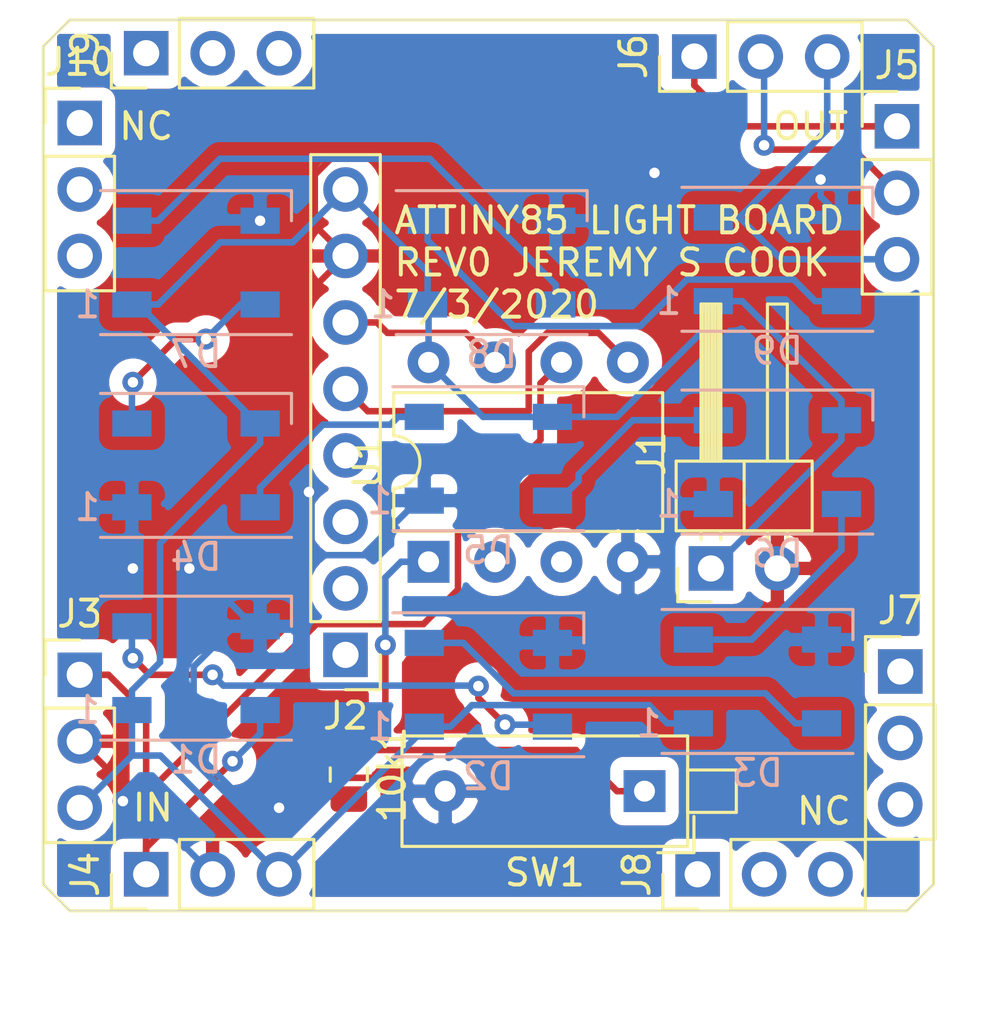
<source format=kicad_pcb>
(kicad_pcb (version 20171130) (host pcbnew "(5.1.2)-1")

  (general
    (thickness 1.6)
    (drawings 21)
    (tracks 202)
    (zones 0)
    (modules 22)
    (nets 36)
  )

  (page A4)
  (layers
    (0 F.Cu signal)
    (31 B.Cu signal)
    (32 B.Adhes user)
    (33 F.Adhes user)
    (34 B.Paste user)
    (35 F.Paste user)
    (36 B.SilkS user)
    (37 F.SilkS user)
    (38 B.Mask user)
    (39 F.Mask user)
    (40 Dwgs.User user)
    (41 Cmts.User user)
    (42 Eco1.User user)
    (43 Eco2.User user)
    (44 Edge.Cuts user)
    (45 Margin user)
    (46 B.CrtYd user)
    (47 F.CrtYd user)
    (48 B.Fab user)
    (49 F.Fab user)
  )

  (setup
    (last_trace_width 0.25)
    (trace_clearance 0.2)
    (zone_clearance 0.508)
    (zone_45_only yes)
    (trace_min 0.2)
    (via_size 0.8)
    (via_drill 0.4)
    (via_min_size 0.4)
    (via_min_drill 0.3)
    (uvia_size 0.3)
    (uvia_drill 0.1)
    (uvias_allowed no)
    (uvia_min_size 0.2)
    (uvia_min_drill 0.1)
    (edge_width 0.05)
    (segment_width 0.2)
    (pcb_text_width 0.3)
    (pcb_text_size 1.5 1.5)
    (mod_edge_width 0.12)
    (mod_text_size 1 1)
    (mod_text_width 0.15)
    (pad_size 1.524 1.524)
    (pad_drill 0.762)
    (pad_to_mask_clearance 0.051)
    (solder_mask_min_width 0.25)
    (aux_axis_origin 0 0)
    (visible_elements 7FFFFFFF)
    (pcbplotparams
      (layerselection 0x010fc_ffffffff)
      (usegerberextensions false)
      (usegerberattributes false)
      (usegerberadvancedattributes false)
      (creategerberjobfile false)
      (excludeedgelayer true)
      (linewidth 0.100000)
      (plotframeref false)
      (viasonmask false)
      (mode 1)
      (useauxorigin false)
      (hpglpennumber 1)
      (hpglpenspeed 20)
      (hpglpendiameter 15.000000)
      (psnegative false)
      (psa4output false)
      (plotreference true)
      (plotvalue true)
      (plotinvisibletext false)
      (padsonsilk false)
      (subtractmaskfromsilk false)
      (outputformat 1)
      (mirror false)
      (drillshape 1)
      (scaleselection 1)
      (outputdirectory ""))
  )

  (net 0 "")
  (net 1 +3V8)
  (net 2 "Net-(10k1-Pad1)")
  (net 3 "Net-(D1-Pad2)")
  (net 4 "Net-(D1-Pad4)")
  (net 5 GND)
  (net 6 "Net-(D2-Pad2)")
  (net 7 "Net-(D3-Pad2)")
  (net 8 "Net-(D4-Pad2)")
  (net 9 "Net-(D5-Pad4)")
  (net 10 "Net-(D7-Pad2)")
  (net 11 "Net-(D9-Pad2)")
  (net 12 "Net-(J2-Pad6)")
  (net 13 "Net-(J2-Pad5)")
  (net 14 "Net-(J2-Pad4)")
  (net 15 "Net-(J2-Pad3)")
  (net 16 "Net-(J2-Pad2)")
  (net 17 "Net-(J2-Pad1)")
  (net 18 "Net-(U1-Pad3)")
  (net 19 "Net-(U1-Pad2)")
  (net 20 "Net-(D4-Pad4)")
  (net 21 "Net-(D8-Pad2)")
  (net 22 "Net-(J5-Pad2)")
  (net 23 "Net-(J5-Pad1)")
  (net 24 "Net-(J7-Pad3)")
  (net 25 "Net-(J7-Pad2)")
  (net 26 "Net-(J7-Pad1)")
  (net 27 "Net-(J8-Pad3)")
  (net 28 "Net-(J8-Pad2)")
  (net 29 "Net-(J8-Pad1)")
  (net 30 "Net-(J9-Pad3)")
  (net 31 "Net-(J9-Pad2)")
  (net 32 "Net-(J9-Pad1)")
  (net 33 "Net-(J10-Pad3)")
  (net 34 "Net-(J10-Pad2)")
  (net 35 "Net-(J10-Pad1)")

  (net_class Default "This is the default net class."
    (clearance 0.2)
    (trace_width 0.25)
    (via_dia 0.8)
    (via_drill 0.4)
    (uvia_dia 0.3)
    (uvia_drill 0.1)
    (add_net +3V8)
    (add_net GND)
    (add_net "Net-(10k1-Pad1)")
    (add_net "Net-(D1-Pad2)")
    (add_net "Net-(D1-Pad4)")
    (add_net "Net-(D2-Pad2)")
    (add_net "Net-(D3-Pad2)")
    (add_net "Net-(D4-Pad2)")
    (add_net "Net-(D4-Pad4)")
    (add_net "Net-(D5-Pad4)")
    (add_net "Net-(D7-Pad2)")
    (add_net "Net-(D8-Pad2)")
    (add_net "Net-(D9-Pad2)")
    (add_net "Net-(J10-Pad1)")
    (add_net "Net-(J10-Pad2)")
    (add_net "Net-(J10-Pad3)")
    (add_net "Net-(J2-Pad1)")
    (add_net "Net-(J2-Pad2)")
    (add_net "Net-(J2-Pad3)")
    (add_net "Net-(J2-Pad4)")
    (add_net "Net-(J2-Pad5)")
    (add_net "Net-(J2-Pad6)")
    (add_net "Net-(J5-Pad1)")
    (add_net "Net-(J5-Pad2)")
    (add_net "Net-(J7-Pad1)")
    (add_net "Net-(J7-Pad2)")
    (add_net "Net-(J7-Pad3)")
    (add_net "Net-(J8-Pad1)")
    (add_net "Net-(J8-Pad2)")
    (add_net "Net-(J8-Pad3)")
    (add_net "Net-(J9-Pad1)")
    (add_net "Net-(J9-Pad2)")
    (add_net "Net-(J9-Pad3)")
    (add_net "Net-(U1-Pad2)")
    (add_net "Net-(U1-Pad3)")
  )

  (module Connector_PinHeader_2.54mm:PinHeader_1x03_P2.54mm_Vertical (layer F.Cu) (tedit 59FED5CC) (tstamp 5EF0EB9A)
    (at 127.889 86.106)
    (descr "Through hole straight pin header, 1x03, 2.54mm pitch, single row")
    (tags "Through hole pin header THT 1x03 2.54mm single row")
    (path /5EF29A2B)
    (fp_text reference J3 (at 0 -2.33) (layer F.SilkS)
      (effects (font (size 1 1) (thickness 0.15)))
    )
    (fp_text value IN1 (at 0 7.41) (layer F.Fab)
      (effects (font (size 1 1) (thickness 0.15)))
    )
    (fp_text user %R (at 0 2.54 90) (layer F.Fab)
      (effects (font (size 1 1) (thickness 0.15)))
    )
    (fp_line (start 1.8 -1.8) (end -1.8 -1.8) (layer F.CrtYd) (width 0.05))
    (fp_line (start 1.8 6.85) (end 1.8 -1.8) (layer F.CrtYd) (width 0.05))
    (fp_line (start -1.8 6.85) (end 1.8 6.85) (layer F.CrtYd) (width 0.05))
    (fp_line (start -1.8 -1.8) (end -1.8 6.85) (layer F.CrtYd) (width 0.05))
    (fp_line (start -1.33 -1.33) (end 0 -1.33) (layer F.SilkS) (width 0.12))
    (fp_line (start -1.33 0) (end -1.33 -1.33) (layer F.SilkS) (width 0.12))
    (fp_line (start -1.33 1.27) (end 1.33 1.27) (layer F.SilkS) (width 0.12))
    (fp_line (start 1.33 1.27) (end 1.33 6.41) (layer F.SilkS) (width 0.12))
    (fp_line (start -1.33 1.27) (end -1.33 6.41) (layer F.SilkS) (width 0.12))
    (fp_line (start -1.33 6.41) (end 1.33 6.41) (layer F.SilkS) (width 0.12))
    (fp_line (start -1.27 -0.635) (end -0.635 -1.27) (layer F.Fab) (width 0.1))
    (fp_line (start -1.27 6.35) (end -1.27 -0.635) (layer F.Fab) (width 0.1))
    (fp_line (start 1.27 6.35) (end -1.27 6.35) (layer F.Fab) (width 0.1))
    (fp_line (start 1.27 -1.27) (end 1.27 6.35) (layer F.Fab) (width 0.1))
    (fp_line (start -0.635 -1.27) (end 1.27 -1.27) (layer F.Fab) (width 0.1))
    (pad 3 thru_hole oval (at 0 5.08) (size 1.7 1.7) (drill 1) (layers *.Cu *.Mask)
      (net 1 +3V8))
    (pad 2 thru_hole oval (at 0 2.54) (size 1.7 1.7) (drill 1) (layers *.Cu *.Mask)
      (net 5 GND))
    (pad 1 thru_hole rect (at 0 0) (size 1.7 1.7) (drill 1) (layers *.Cu *.Mask)
      (net 4 "Net-(D1-Pad4)"))
    (model ${KISYS3DMOD}/Connector_PinHeader_2.54mm.3dshapes/PinHeader_1x03_P2.54mm_Vertical.wrl
      (at (xyz 0 0 0))
      (scale (xyz 1 1 1))
      (rotate (xyz 0 0 0))
    )
  )

  (module Connector_PinHeader_2.54mm:PinHeader_1x03_P2.54mm_Vertical (layer F.Cu) (tedit 59FED5CC) (tstamp 5EF0F6CD)
    (at 127.889 65.024)
    (descr "Through hole straight pin header, 1x03, 2.54mm pitch, single row")
    (tags "Through hole pin header THT 1x03 2.54mm single row")
    (path /5EF5CED4)
    (fp_text reference J10 (at 0 -2.33) (layer F.SilkS)
      (effects (font (size 1 1) (thickness 0.15)))
    )
    (fp_text value NC (at 0 7.41) (layer F.Fab)
      (effects (font (size 1 1) (thickness 0.15)))
    )
    (fp_text user %R (at 0 2.54 90) (layer F.Fab)
      (effects (font (size 1 1) (thickness 0.15)))
    )
    (fp_line (start 1.8 -1.8) (end -1.8 -1.8) (layer F.CrtYd) (width 0.05))
    (fp_line (start 1.8 6.85) (end 1.8 -1.8) (layer F.CrtYd) (width 0.05))
    (fp_line (start -1.8 6.85) (end 1.8 6.85) (layer F.CrtYd) (width 0.05))
    (fp_line (start -1.8 -1.8) (end -1.8 6.85) (layer F.CrtYd) (width 0.05))
    (fp_line (start -1.33 -1.33) (end 0 -1.33) (layer F.SilkS) (width 0.12))
    (fp_line (start -1.33 0) (end -1.33 -1.33) (layer F.SilkS) (width 0.12))
    (fp_line (start -1.33 1.27) (end 1.33 1.27) (layer F.SilkS) (width 0.12))
    (fp_line (start 1.33 1.27) (end 1.33 6.41) (layer F.SilkS) (width 0.12))
    (fp_line (start -1.33 1.27) (end -1.33 6.41) (layer F.SilkS) (width 0.12))
    (fp_line (start -1.33 6.41) (end 1.33 6.41) (layer F.SilkS) (width 0.12))
    (fp_line (start -1.27 -0.635) (end -0.635 -1.27) (layer F.Fab) (width 0.1))
    (fp_line (start -1.27 6.35) (end -1.27 -0.635) (layer F.Fab) (width 0.1))
    (fp_line (start 1.27 6.35) (end -1.27 6.35) (layer F.Fab) (width 0.1))
    (fp_line (start 1.27 -1.27) (end 1.27 6.35) (layer F.Fab) (width 0.1))
    (fp_line (start -0.635 -1.27) (end 1.27 -1.27) (layer F.Fab) (width 0.1))
    (pad 3 thru_hole oval (at 0 5.08) (size 1.7 1.7) (drill 1) (layers *.Cu *.Mask)
      (net 33 "Net-(J10-Pad3)"))
    (pad 2 thru_hole oval (at 0 2.54) (size 1.7 1.7) (drill 1) (layers *.Cu *.Mask)
      (net 34 "Net-(J10-Pad2)"))
    (pad 1 thru_hole rect (at 0 0) (size 1.7 1.7) (drill 1) (layers *.Cu *.Mask)
      (net 35 "Net-(J10-Pad1)"))
    (model ${KISYS3DMOD}/Connector_PinHeader_2.54mm.3dshapes/PinHeader_1x03_P2.54mm_Vertical.wrl
      (at (xyz 0 0 0))
      (scale (xyz 1 1 1))
      (rotate (xyz 0 0 0))
    )
  )

  (module Connector_PinHeader_2.54mm:PinHeader_1x03_P2.54mm_Vertical (layer F.Cu) (tedit 59FED5CC) (tstamp 5EF0F6B6)
    (at 130.429 62.357 90)
    (descr "Through hole straight pin header, 1x03, 2.54mm pitch, single row")
    (tags "Through hole pin header THT 1x03 2.54mm single row")
    (path /5EF5CA57)
    (fp_text reference J9 (at 0 -2.33 90) (layer F.SilkS)
      (effects (font (size 1 1) (thickness 0.15)))
    )
    (fp_text value NC (at 0 7.41 90) (layer F.Fab)
      (effects (font (size 1 1) (thickness 0.15)))
    )
    (fp_text user %R (at 0 2.54) (layer F.Fab)
      (effects (font (size 1 1) (thickness 0.15)))
    )
    (fp_line (start 1.8 -1.8) (end -1.8 -1.8) (layer F.CrtYd) (width 0.05))
    (fp_line (start 1.8 6.85) (end 1.8 -1.8) (layer F.CrtYd) (width 0.05))
    (fp_line (start -1.8 6.85) (end 1.8 6.85) (layer F.CrtYd) (width 0.05))
    (fp_line (start -1.8 -1.8) (end -1.8 6.85) (layer F.CrtYd) (width 0.05))
    (fp_line (start -1.33 -1.33) (end 0 -1.33) (layer F.SilkS) (width 0.12))
    (fp_line (start -1.33 0) (end -1.33 -1.33) (layer F.SilkS) (width 0.12))
    (fp_line (start -1.33 1.27) (end 1.33 1.27) (layer F.SilkS) (width 0.12))
    (fp_line (start 1.33 1.27) (end 1.33 6.41) (layer F.SilkS) (width 0.12))
    (fp_line (start -1.33 1.27) (end -1.33 6.41) (layer F.SilkS) (width 0.12))
    (fp_line (start -1.33 6.41) (end 1.33 6.41) (layer F.SilkS) (width 0.12))
    (fp_line (start -1.27 -0.635) (end -0.635 -1.27) (layer F.Fab) (width 0.1))
    (fp_line (start -1.27 6.35) (end -1.27 -0.635) (layer F.Fab) (width 0.1))
    (fp_line (start 1.27 6.35) (end -1.27 6.35) (layer F.Fab) (width 0.1))
    (fp_line (start 1.27 -1.27) (end 1.27 6.35) (layer F.Fab) (width 0.1))
    (fp_line (start -0.635 -1.27) (end 1.27 -1.27) (layer F.Fab) (width 0.1))
    (pad 3 thru_hole oval (at 0 5.08 90) (size 1.7 1.7) (drill 1) (layers *.Cu *.Mask)
      (net 30 "Net-(J9-Pad3)"))
    (pad 2 thru_hole oval (at 0 2.54 90) (size 1.7 1.7) (drill 1) (layers *.Cu *.Mask)
      (net 31 "Net-(J9-Pad2)"))
    (pad 1 thru_hole rect (at 0 0 90) (size 1.7 1.7) (drill 1) (layers *.Cu *.Mask)
      (net 32 "Net-(J9-Pad1)"))
    (model ${KISYS3DMOD}/Connector_PinHeader_2.54mm.3dshapes/PinHeader_1x03_P2.54mm_Vertical.wrl
      (at (xyz 0 0 0))
      (scale (xyz 1 1 1))
      (rotate (xyz 0 0 0))
    )
  )

  (module Connector_PinHeader_2.54mm:PinHeader_1x03_P2.54mm_Vertical (layer F.Cu) (tedit 59FED5CC) (tstamp 5EF0F69F)
    (at 151.511 93.726 90)
    (descr "Through hole straight pin header, 1x03, 2.54mm pitch, single row")
    (tags "Through hole pin header THT 1x03 2.54mm single row")
    (path /5EF5C41B)
    (fp_text reference J8 (at 0 -2.33 90) (layer F.SilkS)
      (effects (font (size 1 1) (thickness 0.15)))
    )
    (fp_text value NC (at 0 7.41 90) (layer F.Fab)
      (effects (font (size 1 1) (thickness 0.15)))
    )
    (fp_text user %R (at 0 2.54) (layer F.Fab)
      (effects (font (size 1 1) (thickness 0.15)))
    )
    (fp_line (start 1.8 -1.8) (end -1.8 -1.8) (layer F.CrtYd) (width 0.05))
    (fp_line (start 1.8 6.85) (end 1.8 -1.8) (layer F.CrtYd) (width 0.05))
    (fp_line (start -1.8 6.85) (end 1.8 6.85) (layer F.CrtYd) (width 0.05))
    (fp_line (start -1.8 -1.8) (end -1.8 6.85) (layer F.CrtYd) (width 0.05))
    (fp_line (start -1.33 -1.33) (end 0 -1.33) (layer F.SilkS) (width 0.12))
    (fp_line (start -1.33 0) (end -1.33 -1.33) (layer F.SilkS) (width 0.12))
    (fp_line (start -1.33 1.27) (end 1.33 1.27) (layer F.SilkS) (width 0.12))
    (fp_line (start 1.33 1.27) (end 1.33 6.41) (layer F.SilkS) (width 0.12))
    (fp_line (start -1.33 1.27) (end -1.33 6.41) (layer F.SilkS) (width 0.12))
    (fp_line (start -1.33 6.41) (end 1.33 6.41) (layer F.SilkS) (width 0.12))
    (fp_line (start -1.27 -0.635) (end -0.635 -1.27) (layer F.Fab) (width 0.1))
    (fp_line (start -1.27 6.35) (end -1.27 -0.635) (layer F.Fab) (width 0.1))
    (fp_line (start 1.27 6.35) (end -1.27 6.35) (layer F.Fab) (width 0.1))
    (fp_line (start 1.27 -1.27) (end 1.27 6.35) (layer F.Fab) (width 0.1))
    (fp_line (start -0.635 -1.27) (end 1.27 -1.27) (layer F.Fab) (width 0.1))
    (pad 3 thru_hole oval (at 0 5.08 90) (size 1.7 1.7) (drill 1) (layers *.Cu *.Mask)
      (net 27 "Net-(J8-Pad3)"))
    (pad 2 thru_hole oval (at 0 2.54 90) (size 1.7 1.7) (drill 1) (layers *.Cu *.Mask)
      (net 28 "Net-(J8-Pad2)"))
    (pad 1 thru_hole rect (at 0 0 90) (size 1.7 1.7) (drill 1) (layers *.Cu *.Mask)
      (net 29 "Net-(J8-Pad1)"))
    (model ${KISYS3DMOD}/Connector_PinHeader_2.54mm.3dshapes/PinHeader_1x03_P2.54mm_Vertical.wrl
      (at (xyz 0 0 0))
      (scale (xyz 1 1 1))
      (rotate (xyz 0 0 0))
    )
  )

  (module Connector_PinHeader_2.54mm:PinHeader_1x03_P2.54mm_Vertical (layer F.Cu) (tedit 59FED5CC) (tstamp 5EF0F688)
    (at 159.258 85.979)
    (descr "Through hole straight pin header, 1x03, 2.54mm pitch, single row")
    (tags "Through hole pin header THT 1x03 2.54mm single row")
    (path /5EF5BD4D)
    (fp_text reference J7 (at 0 -2.33) (layer F.SilkS)
      (effects (font (size 1 1) (thickness 0.15)))
    )
    (fp_text value NC (at 0 7.41) (layer F.Fab)
      (effects (font (size 1 1) (thickness 0.15)))
    )
    (fp_text user %R (at 0 2.54 90) (layer F.Fab)
      (effects (font (size 1 1) (thickness 0.15)))
    )
    (fp_line (start 1.8 -1.8) (end -1.8 -1.8) (layer F.CrtYd) (width 0.05))
    (fp_line (start 1.8 6.85) (end 1.8 -1.8) (layer F.CrtYd) (width 0.05))
    (fp_line (start -1.8 6.85) (end 1.8 6.85) (layer F.CrtYd) (width 0.05))
    (fp_line (start -1.8 -1.8) (end -1.8 6.85) (layer F.CrtYd) (width 0.05))
    (fp_line (start -1.33 -1.33) (end 0 -1.33) (layer F.SilkS) (width 0.12))
    (fp_line (start -1.33 0) (end -1.33 -1.33) (layer F.SilkS) (width 0.12))
    (fp_line (start -1.33 1.27) (end 1.33 1.27) (layer F.SilkS) (width 0.12))
    (fp_line (start 1.33 1.27) (end 1.33 6.41) (layer F.SilkS) (width 0.12))
    (fp_line (start -1.33 1.27) (end -1.33 6.41) (layer F.SilkS) (width 0.12))
    (fp_line (start -1.33 6.41) (end 1.33 6.41) (layer F.SilkS) (width 0.12))
    (fp_line (start -1.27 -0.635) (end -0.635 -1.27) (layer F.Fab) (width 0.1))
    (fp_line (start -1.27 6.35) (end -1.27 -0.635) (layer F.Fab) (width 0.1))
    (fp_line (start 1.27 6.35) (end -1.27 6.35) (layer F.Fab) (width 0.1))
    (fp_line (start 1.27 -1.27) (end 1.27 6.35) (layer F.Fab) (width 0.1))
    (fp_line (start -0.635 -1.27) (end 1.27 -1.27) (layer F.Fab) (width 0.1))
    (pad 3 thru_hole oval (at 0 5.08) (size 1.7 1.7) (drill 1) (layers *.Cu *.Mask)
      (net 24 "Net-(J7-Pad3)"))
    (pad 2 thru_hole oval (at 0 2.54) (size 1.7 1.7) (drill 1) (layers *.Cu *.Mask)
      (net 25 "Net-(J7-Pad2)"))
    (pad 1 thru_hole rect (at 0 0) (size 1.7 1.7) (drill 1) (layers *.Cu *.Mask)
      (net 26 "Net-(J7-Pad1)"))
    (model ${KISYS3DMOD}/Connector_PinHeader_2.54mm.3dshapes/PinHeader_1x03_P2.54mm_Vertical.wrl
      (at (xyz 0 0 0))
      (scale (xyz 1 1 1))
      (rotate (xyz 0 0 0))
    )
  )

  (module Connector_PinHeader_2.54mm:PinHeader_1x03_P2.54mm_Vertical (layer F.Cu) (tedit 59FED5CC) (tstamp 5EF0EBDF)
    (at 151.384 62.484 90)
    (descr "Through hole straight pin header, 1x03, 2.54mm pitch, single row")
    (tags "Through hole pin header THT 1x03 2.54mm single row")
    (path /5EF2BB1B)
    (fp_text reference J6 (at 0 -2.33 90) (layer F.SilkS)
      (effects (font (size 1 1) (thickness 0.15)))
    )
    (fp_text value OUT2 (at 0 7.41 90) (layer F.Fab)
      (effects (font (size 1 1) (thickness 0.15)))
    )
    (fp_text user %R (at 0 2.54) (layer F.Fab)
      (effects (font (size 1 1) (thickness 0.15)))
    )
    (fp_line (start 1.8 -1.8) (end -1.8 -1.8) (layer F.CrtYd) (width 0.05))
    (fp_line (start 1.8 6.85) (end 1.8 -1.8) (layer F.CrtYd) (width 0.05))
    (fp_line (start -1.8 6.85) (end 1.8 6.85) (layer F.CrtYd) (width 0.05))
    (fp_line (start -1.8 -1.8) (end -1.8 6.85) (layer F.CrtYd) (width 0.05))
    (fp_line (start -1.33 -1.33) (end 0 -1.33) (layer F.SilkS) (width 0.12))
    (fp_line (start -1.33 0) (end -1.33 -1.33) (layer F.SilkS) (width 0.12))
    (fp_line (start -1.33 1.27) (end 1.33 1.27) (layer F.SilkS) (width 0.12))
    (fp_line (start 1.33 1.27) (end 1.33 6.41) (layer F.SilkS) (width 0.12))
    (fp_line (start -1.33 1.27) (end -1.33 6.41) (layer F.SilkS) (width 0.12))
    (fp_line (start -1.33 6.41) (end 1.33 6.41) (layer F.SilkS) (width 0.12))
    (fp_line (start -1.27 -0.635) (end -0.635 -1.27) (layer F.Fab) (width 0.1))
    (fp_line (start -1.27 6.35) (end -1.27 -0.635) (layer F.Fab) (width 0.1))
    (fp_line (start 1.27 6.35) (end -1.27 6.35) (layer F.Fab) (width 0.1))
    (fp_line (start 1.27 -1.27) (end 1.27 6.35) (layer F.Fab) (width 0.1))
    (fp_line (start -0.635 -1.27) (end 1.27 -1.27) (layer F.Fab) (width 0.1))
    (pad 3 thru_hole oval (at 0 5.08 90) (size 1.7 1.7) (drill 1) (layers *.Cu *.Mask)
      (net 11 "Net-(D9-Pad2)"))
    (pad 2 thru_hole oval (at 0 2.54 90) (size 1.7 1.7) (drill 1) (layers *.Cu *.Mask)
      (net 22 "Net-(J5-Pad2)"))
    (pad 1 thru_hole rect (at 0 0 90) (size 1.7 1.7) (drill 1) (layers *.Cu *.Mask)
      (net 23 "Net-(J5-Pad1)"))
    (model ${KISYS3DMOD}/Connector_PinHeader_2.54mm.3dshapes/PinHeader_1x03_P2.54mm_Vertical.wrl
      (at (xyz 0 0 0))
      (scale (xyz 1 1 1))
      (rotate (xyz 0 0 0))
    )
  )

  (module Connector_PinHeader_2.54mm:PinHeader_1x03_P2.54mm_Vertical (layer F.Cu) (tedit 59FED5CC) (tstamp 5EF0EBC8)
    (at 159.131 65.151)
    (descr "Through hole straight pin header, 1x03, 2.54mm pitch, single row")
    (tags "Through hole pin header THT 1x03 2.54mm single row")
    (path /5EF2ADB1)
    (fp_text reference J5 (at 0 -2.33) (layer F.SilkS)
      (effects (font (size 1 1) (thickness 0.15)))
    )
    (fp_text value OUT1 (at 0 7.41) (layer F.Fab)
      (effects (font (size 1 1) (thickness 0.15)))
    )
    (fp_text user %R (at 0 2.54 90) (layer F.Fab)
      (effects (font (size 1 1) (thickness 0.15)))
    )
    (fp_line (start 1.8 -1.8) (end -1.8 -1.8) (layer F.CrtYd) (width 0.05))
    (fp_line (start 1.8 6.85) (end 1.8 -1.8) (layer F.CrtYd) (width 0.05))
    (fp_line (start -1.8 6.85) (end 1.8 6.85) (layer F.CrtYd) (width 0.05))
    (fp_line (start -1.8 -1.8) (end -1.8 6.85) (layer F.CrtYd) (width 0.05))
    (fp_line (start -1.33 -1.33) (end 0 -1.33) (layer F.SilkS) (width 0.12))
    (fp_line (start -1.33 0) (end -1.33 -1.33) (layer F.SilkS) (width 0.12))
    (fp_line (start -1.33 1.27) (end 1.33 1.27) (layer F.SilkS) (width 0.12))
    (fp_line (start 1.33 1.27) (end 1.33 6.41) (layer F.SilkS) (width 0.12))
    (fp_line (start -1.33 1.27) (end -1.33 6.41) (layer F.SilkS) (width 0.12))
    (fp_line (start -1.33 6.41) (end 1.33 6.41) (layer F.SilkS) (width 0.12))
    (fp_line (start -1.27 -0.635) (end -0.635 -1.27) (layer F.Fab) (width 0.1))
    (fp_line (start -1.27 6.35) (end -1.27 -0.635) (layer F.Fab) (width 0.1))
    (fp_line (start 1.27 6.35) (end -1.27 6.35) (layer F.Fab) (width 0.1))
    (fp_line (start 1.27 -1.27) (end 1.27 6.35) (layer F.Fab) (width 0.1))
    (fp_line (start -0.635 -1.27) (end 1.27 -1.27) (layer F.Fab) (width 0.1))
    (pad 3 thru_hole oval (at 0 5.08) (size 1.7 1.7) (drill 1) (layers *.Cu *.Mask)
      (net 11 "Net-(D9-Pad2)"))
    (pad 2 thru_hole oval (at 0 2.54) (size 1.7 1.7) (drill 1) (layers *.Cu *.Mask)
      (net 22 "Net-(J5-Pad2)"))
    (pad 1 thru_hole rect (at 0 0) (size 1.7 1.7) (drill 1) (layers *.Cu *.Mask)
      (net 23 "Net-(J5-Pad1)"))
    (model ${KISYS3DMOD}/Connector_PinHeader_2.54mm.3dshapes/PinHeader_1x03_P2.54mm_Vertical.wrl
      (at (xyz 0 0 0))
      (scale (xyz 1 1 1))
      (rotate (xyz 0 0 0))
    )
  )

  (module Connector_PinHeader_2.54mm:PinHeader_1x03_P2.54mm_Vertical (layer F.Cu) (tedit 59FED5CC) (tstamp 5EF0EBB1)
    (at 130.429 93.726 90)
    (descr "Through hole straight pin header, 1x03, 2.54mm pitch, single row")
    (tags "Through hole pin header THT 1x03 2.54mm single row")
    (path /5EF2A6C2)
    (fp_text reference J4 (at 0 -2.33 90) (layer F.SilkS)
      (effects (font (size 1 1) (thickness 0.15)))
    )
    (fp_text value IN2 (at 0 7.41 90) (layer F.Fab)
      (effects (font (size 1 1) (thickness 0.15)))
    )
    (fp_text user %R (at 0 2.54) (layer F.Fab)
      (effects (font (size 1 1) (thickness 0.15)))
    )
    (fp_line (start 1.8 -1.8) (end -1.8 -1.8) (layer F.CrtYd) (width 0.05))
    (fp_line (start 1.8 6.85) (end 1.8 -1.8) (layer F.CrtYd) (width 0.05))
    (fp_line (start -1.8 6.85) (end 1.8 6.85) (layer F.CrtYd) (width 0.05))
    (fp_line (start -1.8 -1.8) (end -1.8 6.85) (layer F.CrtYd) (width 0.05))
    (fp_line (start -1.33 -1.33) (end 0 -1.33) (layer F.SilkS) (width 0.12))
    (fp_line (start -1.33 0) (end -1.33 -1.33) (layer F.SilkS) (width 0.12))
    (fp_line (start -1.33 1.27) (end 1.33 1.27) (layer F.SilkS) (width 0.12))
    (fp_line (start 1.33 1.27) (end 1.33 6.41) (layer F.SilkS) (width 0.12))
    (fp_line (start -1.33 1.27) (end -1.33 6.41) (layer F.SilkS) (width 0.12))
    (fp_line (start -1.33 6.41) (end 1.33 6.41) (layer F.SilkS) (width 0.12))
    (fp_line (start -1.27 -0.635) (end -0.635 -1.27) (layer F.Fab) (width 0.1))
    (fp_line (start -1.27 6.35) (end -1.27 -0.635) (layer F.Fab) (width 0.1))
    (fp_line (start 1.27 6.35) (end -1.27 6.35) (layer F.Fab) (width 0.1))
    (fp_line (start 1.27 -1.27) (end 1.27 6.35) (layer F.Fab) (width 0.1))
    (fp_line (start -0.635 -1.27) (end 1.27 -1.27) (layer F.Fab) (width 0.1))
    (pad 3 thru_hole oval (at 0 5.08 90) (size 1.7 1.7) (drill 1) (layers *.Cu *.Mask)
      (net 1 +3V8))
    (pad 2 thru_hole oval (at 0 2.54 90) (size 1.7 1.7) (drill 1) (layers *.Cu *.Mask)
      (net 5 GND))
    (pad 1 thru_hole rect (at 0 0 90) (size 1.7 1.7) (drill 1) (layers *.Cu *.Mask)
      (net 4 "Net-(D1-Pad4)"))
    (model ${KISYS3DMOD}/Connector_PinHeader_2.54mm.3dshapes/PinHeader_1x03_P2.54mm_Vertical.wrl
      (at (xyz 0 0 0))
      (scale (xyz 1 1 1))
      (rotate (xyz 0 0 0))
    )
  )

  (module Package_DIP:DIP-8_W7.62mm (layer F.Cu) (tedit 5A02E8C5) (tstamp 5EF058CF)
    (at 141.224 81.788 90)
    (descr "8-lead though-hole mounted DIP package, row spacing 7.62 mm (300 mils)")
    (tags "THT DIP DIL PDIP 2.54mm 7.62mm 300mil")
    (path /5EF2EBEB)
    (fp_text reference U1 (at 3.81 -2.33 90) (layer F.SilkS)
      (effects (font (size 1 1) (thickness 0.15)))
    )
    (fp_text value ATtiny85-20PU (at 3.81 9.95 90) (layer F.Fab)
      (effects (font (size 1 1) (thickness 0.15)))
    )
    (fp_text user %R (at 3.81 3.81 90) (layer F.Fab)
      (effects (font (size 1 1) (thickness 0.15)))
    )
    (fp_line (start 8.7 -1.55) (end -1.1 -1.55) (layer F.CrtYd) (width 0.05))
    (fp_line (start 8.7 9.15) (end 8.7 -1.55) (layer F.CrtYd) (width 0.05))
    (fp_line (start -1.1 9.15) (end 8.7 9.15) (layer F.CrtYd) (width 0.05))
    (fp_line (start -1.1 -1.55) (end -1.1 9.15) (layer F.CrtYd) (width 0.05))
    (fp_line (start 6.46 -1.33) (end 4.81 -1.33) (layer F.SilkS) (width 0.12))
    (fp_line (start 6.46 8.95) (end 6.46 -1.33) (layer F.SilkS) (width 0.12))
    (fp_line (start 1.16 8.95) (end 6.46 8.95) (layer F.SilkS) (width 0.12))
    (fp_line (start 1.16 -1.33) (end 1.16 8.95) (layer F.SilkS) (width 0.12))
    (fp_line (start 2.81 -1.33) (end 1.16 -1.33) (layer F.SilkS) (width 0.12))
    (fp_line (start 0.635 -0.27) (end 1.635 -1.27) (layer F.Fab) (width 0.1))
    (fp_line (start 0.635 8.89) (end 0.635 -0.27) (layer F.Fab) (width 0.1))
    (fp_line (start 6.985 8.89) (end 0.635 8.89) (layer F.Fab) (width 0.1))
    (fp_line (start 6.985 -1.27) (end 6.985 8.89) (layer F.Fab) (width 0.1))
    (fp_line (start 1.635 -1.27) (end 6.985 -1.27) (layer F.Fab) (width 0.1))
    (fp_arc (start 3.81 -1.33) (end 2.81 -1.33) (angle -180) (layer F.SilkS) (width 0.12))
    (pad 8 thru_hole oval (at 7.62 0 90) (size 1.6 1.6) (drill 0.8) (layers *.Cu *.Mask)
      (net 1 +3V8))
    (pad 4 thru_hole oval (at 0 7.62 90) (size 1.6 1.6) (drill 0.8) (layers *.Cu *.Mask)
      (net 5 GND))
    (pad 7 thru_hole oval (at 7.62 2.54 90) (size 1.6 1.6) (drill 0.8) (layers *.Cu *.Mask)
      (net 12 "Net-(J2-Pad6)"))
    (pad 3 thru_hole oval (at 0 5.08 90) (size 1.6 1.6) (drill 0.8) (layers *.Cu *.Mask)
      (net 18 "Net-(U1-Pad3)"))
    (pad 6 thru_hole oval (at 7.62 5.08 90) (size 1.6 1.6) (drill 0.8) (layers *.Cu *.Mask)
      (net 4 "Net-(D1-Pad4)"))
    (pad 2 thru_hole oval (at 0 2.54 90) (size 1.6 1.6) (drill 0.8) (layers *.Cu *.Mask)
      (net 19 "Net-(U1-Pad2)"))
    (pad 5 thru_hole oval (at 7.62 7.62 90) (size 1.6 1.6) (drill 0.8) (layers *.Cu *.Mask)
      (net 13 "Net-(J2-Pad5)"))
    (pad 1 thru_hole rect (at 0 0 90) (size 1.6 1.6) (drill 0.8) (layers *.Cu *.Mask)
      (net 2 "Net-(10k1-Pad1)"))
    (model ${KISYS3DMOD}/Package_DIP.3dshapes/DIP-8_W7.62mm.wrl
      (at (xyz 0 0 0))
      (scale (xyz 1 1 1))
      (rotate (xyz 0 0 0))
    )
  )

  (module Button_Switch_THT:SW_DIP_SPSTx01_Piano_10.8x4.1mm_W7.62mm_P2.54mm (layer F.Cu) (tedit 5A4E1404) (tstamp 5EF058B3)
    (at 149.479 90.551 180)
    (descr "1x-dip-switch SPST , Piano, row spacing 7.62 mm (300 mils), body size 10.8x4.1mm")
    (tags "DIP Switch SPST Piano 7.62mm 300mil")
    (path /5EF41501)
    (fp_text reference SW1 (at 3.81 -3.11) (layer F.SilkS)
      (effects (font (size 1 1) (thickness 0.15)))
    )
    (fp_text value SW_DIP_x01 (at 3.81 3.11) (layer F.Fab)
      (effects (font (size 1 1) (thickness 0.15)))
    )
    (fp_text user %R (at 3.81 0) (layer F.Fab)
      (effects (font (size 0.6 0.6) (thickness 0.09)))
    )
    (fp_line (start 9.5 -2.4) (end -3.65 -2.4) (layer F.CrtYd) (width 0.05))
    (fp_line (start 9.5 2.4) (end 9.5 -2.4) (layer F.CrtYd) (width 0.05))
    (fp_line (start -3.65 2.4) (end 9.5 2.4) (layer F.CrtYd) (width 0.05))
    (fp_line (start -3.65 -2.4) (end -3.65 2.4) (layer F.CrtYd) (width 0.05))
    (fp_line (start -1.65 -0.81) (end -1.65 0.81) (layer F.SilkS) (width 0.12))
    (fp_line (start -3.51 -0.81) (end -3.51 0.81) (layer F.SilkS) (width 0.12))
    (fp_line (start -3.51 0.81) (end -1.65 0.81) (layer F.SilkS) (width 0.12))
    (fp_line (start -3.51 -0.81) (end -1.65 -0.81) (layer F.SilkS) (width 0.12))
    (fp_line (start -1.89 -2.35) (end -1.89 -0.967) (layer F.SilkS) (width 0.12))
    (fp_line (start -1.89 -2.35) (end -0.507 -2.35) (layer F.SilkS) (width 0.12))
    (fp_line (start 9.27 -2.11) (end 9.27 2.11) (layer F.SilkS) (width 0.12))
    (fp_line (start -1.65 -2.11) (end -1.65 2.11) (layer F.SilkS) (width 0.12))
    (fp_line (start -1.65 2.11) (end 9.27 2.11) (layer F.SilkS) (width 0.12))
    (fp_line (start -1.65 -2.11) (end 9.27 -2.11) (layer F.SilkS) (width 0.12))
    (fp_line (start -3.39 -0.75) (end -1.59 -0.75) (layer F.Fab) (width 0.1))
    (fp_line (start -3.39 0.75) (end -3.39 -0.75) (layer F.Fab) (width 0.1))
    (fp_line (start -1.59 0.75) (end -3.39 0.75) (layer F.Fab) (width 0.1))
    (fp_line (start -1.59 -0.75) (end -1.59 0.75) (layer F.Fab) (width 0.1))
    (fp_line (start -1.59 -1.05) (end -0.59 -2.05) (layer F.Fab) (width 0.1))
    (fp_line (start -1.59 2.05) (end -1.59 -1.05) (layer F.Fab) (width 0.1))
    (fp_line (start 9.21 2.05) (end -1.59 2.05) (layer F.Fab) (width 0.1))
    (fp_line (start 9.21 -2.05) (end 9.21 2.05) (layer F.Fab) (width 0.1))
    (fp_line (start -0.59 -2.05) (end 9.21 -2.05) (layer F.Fab) (width 0.1))
    (pad 2 thru_hole oval (at 7.62 0 180) (size 1.6 1.6) (drill 0.8) (layers *.Cu *.Mask)
      (net 5 GND))
    (pad 1 thru_hole rect (at 0 0 180) (size 1.6 1.6) (drill 0.8) (layers *.Cu *.Mask)
      (net 2 "Net-(10k1-Pad1)"))
    (model ${KISYS3DMOD}/Button_Switch_THT.3dshapes/SW_DIP_SPSTx01_Piano_10.8x4.1mm_W7.62mm_P2.54mm.wrl
      (at (xyz 0 0 0))
      (scale (xyz 1 1 1))
      (rotate (xyz 0 0 90))
    )
  )

  (module Connector_PinHeader_2.54mm:PinHeader_1x08_P2.54mm_Vertical (layer F.Cu) (tedit 59FED5CC) (tstamp 5EF05845)
    (at 138.049 85.344 180)
    (descr "Through hole straight pin header, 1x08, 2.54mm pitch, single row")
    (tags "Through hole pin header THT 1x08 2.54mm single row")
    (path /5EF364F9)
    (fp_text reference J2 (at 0 -2.33) (layer F.SilkS)
      (effects (font (size 1 1) (thickness 0.15)))
    )
    (fp_text value Conn_01x08_Male (at 0 20.11) (layer F.Fab)
      (effects (font (size 1 1) (thickness 0.15)))
    )
    (fp_text user %R (at 0 8.89 90) (layer F.Fab)
      (effects (font (size 1 1) (thickness 0.15)))
    )
    (fp_line (start 1.8 -1.8) (end -1.8 -1.8) (layer F.CrtYd) (width 0.05))
    (fp_line (start 1.8 19.55) (end 1.8 -1.8) (layer F.CrtYd) (width 0.05))
    (fp_line (start -1.8 19.55) (end 1.8 19.55) (layer F.CrtYd) (width 0.05))
    (fp_line (start -1.8 -1.8) (end -1.8 19.55) (layer F.CrtYd) (width 0.05))
    (fp_line (start -1.33 -1.33) (end 0 -1.33) (layer F.SilkS) (width 0.12))
    (fp_line (start -1.33 0) (end -1.33 -1.33) (layer F.SilkS) (width 0.12))
    (fp_line (start -1.33 1.27) (end 1.33 1.27) (layer F.SilkS) (width 0.12))
    (fp_line (start 1.33 1.27) (end 1.33 19.11) (layer F.SilkS) (width 0.12))
    (fp_line (start -1.33 1.27) (end -1.33 19.11) (layer F.SilkS) (width 0.12))
    (fp_line (start -1.33 19.11) (end 1.33 19.11) (layer F.SilkS) (width 0.12))
    (fp_line (start -1.27 -0.635) (end -0.635 -1.27) (layer F.Fab) (width 0.1))
    (fp_line (start -1.27 19.05) (end -1.27 -0.635) (layer F.Fab) (width 0.1))
    (fp_line (start 1.27 19.05) (end -1.27 19.05) (layer F.Fab) (width 0.1))
    (fp_line (start 1.27 -1.27) (end 1.27 19.05) (layer F.Fab) (width 0.1))
    (fp_line (start -0.635 -1.27) (end 1.27 -1.27) (layer F.Fab) (width 0.1))
    (pad 8 thru_hole oval (at 0 17.78 180) (size 1.7 1.7) (drill 1) (layers *.Cu *.Mask)
      (net 1 +3V8))
    (pad 7 thru_hole oval (at 0 15.24 180) (size 1.7 1.7) (drill 1) (layers *.Cu *.Mask)
      (net 5 GND))
    (pad 6 thru_hole oval (at 0 12.7 180) (size 1.7 1.7) (drill 1) (layers *.Cu *.Mask)
      (net 12 "Net-(J2-Pad6)"))
    (pad 5 thru_hole oval (at 0 10.16 180) (size 1.7 1.7) (drill 1) (layers *.Cu *.Mask)
      (net 13 "Net-(J2-Pad5)"))
    (pad 4 thru_hole oval (at 0 7.62 180) (size 1.7 1.7) (drill 1) (layers *.Cu *.Mask)
      (net 14 "Net-(J2-Pad4)"))
    (pad 3 thru_hole oval (at 0 5.08 180) (size 1.7 1.7) (drill 1) (layers *.Cu *.Mask)
      (net 15 "Net-(J2-Pad3)"))
    (pad 2 thru_hole oval (at 0 2.54 180) (size 1.7 1.7) (drill 1) (layers *.Cu *.Mask)
      (net 16 "Net-(J2-Pad2)"))
    (pad 1 thru_hole rect (at 0 0 180) (size 1.7 1.7) (drill 1) (layers *.Cu *.Mask)
      (net 17 "Net-(J2-Pad1)"))
    (model ${KISYS3DMOD}/Connector_PinHeader_2.54mm.3dshapes/PinHeader_1x08_P2.54mm_Vertical.wrl
      (at (xyz 0 0 0))
      (scale (xyz 1 1 1))
      (rotate (xyz 0 0 0))
    )
  )

  (module Connector_PinHeader_2.54mm:PinHeader_1x02_P2.54mm_Horizontal (layer F.Cu) (tedit 59FED5CB) (tstamp 5EF05829)
    (at 152.019 82.042 90)
    (descr "Through hole angled pin header, 1x02, 2.54mm pitch, 6mm pin length, single row")
    (tags "Through hole angled pin header THT 1x02 2.54mm single row")
    (path /5EF58D54)
    (fp_text reference J1 (at 4.385 -2.27 90) (layer F.SilkS)
      (effects (font (size 1 1) (thickness 0.15)))
    )
    (fp_text value Conn_01x02_Male (at 4.385 4.81 90) (layer F.Fab)
      (effects (font (size 1 1) (thickness 0.15)))
    )
    (fp_text user %R (at 2.77 1.27) (layer F.Fab)
      (effects (font (size 1 1) (thickness 0.15)))
    )
    (fp_line (start 10.55 -1.8) (end -1.8 -1.8) (layer F.CrtYd) (width 0.05))
    (fp_line (start 10.55 4.35) (end 10.55 -1.8) (layer F.CrtYd) (width 0.05))
    (fp_line (start -1.8 4.35) (end 10.55 4.35) (layer F.CrtYd) (width 0.05))
    (fp_line (start -1.8 -1.8) (end -1.8 4.35) (layer F.CrtYd) (width 0.05))
    (fp_line (start -1.27 -1.27) (end 0 -1.27) (layer F.SilkS) (width 0.12))
    (fp_line (start -1.27 0) (end -1.27 -1.27) (layer F.SilkS) (width 0.12))
    (fp_line (start 1.042929 2.92) (end 1.44 2.92) (layer F.SilkS) (width 0.12))
    (fp_line (start 1.042929 2.16) (end 1.44 2.16) (layer F.SilkS) (width 0.12))
    (fp_line (start 10.1 2.92) (end 4.1 2.92) (layer F.SilkS) (width 0.12))
    (fp_line (start 10.1 2.16) (end 10.1 2.92) (layer F.SilkS) (width 0.12))
    (fp_line (start 4.1 2.16) (end 10.1 2.16) (layer F.SilkS) (width 0.12))
    (fp_line (start 1.44 1.27) (end 4.1 1.27) (layer F.SilkS) (width 0.12))
    (fp_line (start 1.11 0.38) (end 1.44 0.38) (layer F.SilkS) (width 0.12))
    (fp_line (start 1.11 -0.38) (end 1.44 -0.38) (layer F.SilkS) (width 0.12))
    (fp_line (start 4.1 0.28) (end 10.1 0.28) (layer F.SilkS) (width 0.12))
    (fp_line (start 4.1 0.16) (end 10.1 0.16) (layer F.SilkS) (width 0.12))
    (fp_line (start 4.1 0.04) (end 10.1 0.04) (layer F.SilkS) (width 0.12))
    (fp_line (start 4.1 -0.08) (end 10.1 -0.08) (layer F.SilkS) (width 0.12))
    (fp_line (start 4.1 -0.2) (end 10.1 -0.2) (layer F.SilkS) (width 0.12))
    (fp_line (start 4.1 -0.32) (end 10.1 -0.32) (layer F.SilkS) (width 0.12))
    (fp_line (start 10.1 0.38) (end 4.1 0.38) (layer F.SilkS) (width 0.12))
    (fp_line (start 10.1 -0.38) (end 10.1 0.38) (layer F.SilkS) (width 0.12))
    (fp_line (start 4.1 -0.38) (end 10.1 -0.38) (layer F.SilkS) (width 0.12))
    (fp_line (start 4.1 -1.33) (end 1.44 -1.33) (layer F.SilkS) (width 0.12))
    (fp_line (start 4.1 3.87) (end 4.1 -1.33) (layer F.SilkS) (width 0.12))
    (fp_line (start 1.44 3.87) (end 4.1 3.87) (layer F.SilkS) (width 0.12))
    (fp_line (start 1.44 -1.33) (end 1.44 3.87) (layer F.SilkS) (width 0.12))
    (fp_line (start 4.04 2.86) (end 10.04 2.86) (layer F.Fab) (width 0.1))
    (fp_line (start 10.04 2.22) (end 10.04 2.86) (layer F.Fab) (width 0.1))
    (fp_line (start 4.04 2.22) (end 10.04 2.22) (layer F.Fab) (width 0.1))
    (fp_line (start -0.32 2.86) (end 1.5 2.86) (layer F.Fab) (width 0.1))
    (fp_line (start -0.32 2.22) (end -0.32 2.86) (layer F.Fab) (width 0.1))
    (fp_line (start -0.32 2.22) (end 1.5 2.22) (layer F.Fab) (width 0.1))
    (fp_line (start 4.04 0.32) (end 10.04 0.32) (layer F.Fab) (width 0.1))
    (fp_line (start 10.04 -0.32) (end 10.04 0.32) (layer F.Fab) (width 0.1))
    (fp_line (start 4.04 -0.32) (end 10.04 -0.32) (layer F.Fab) (width 0.1))
    (fp_line (start -0.32 0.32) (end 1.5 0.32) (layer F.Fab) (width 0.1))
    (fp_line (start -0.32 -0.32) (end -0.32 0.32) (layer F.Fab) (width 0.1))
    (fp_line (start -0.32 -0.32) (end 1.5 -0.32) (layer F.Fab) (width 0.1))
    (fp_line (start 1.5 -0.635) (end 2.135 -1.27) (layer F.Fab) (width 0.1))
    (fp_line (start 1.5 3.81) (end 1.5 -0.635) (layer F.Fab) (width 0.1))
    (fp_line (start 4.04 3.81) (end 1.5 3.81) (layer F.Fab) (width 0.1))
    (fp_line (start 4.04 -1.27) (end 4.04 3.81) (layer F.Fab) (width 0.1))
    (fp_line (start 2.135 -1.27) (end 4.04 -1.27) (layer F.Fab) (width 0.1))
    (pad 2 thru_hole oval (at 0 2.54 90) (size 1.7 1.7) (drill 1) (layers *.Cu *.Mask)
      (net 5 GND))
    (pad 1 thru_hole rect (at 0 0 90) (size 1.7 1.7) (drill 1) (layers *.Cu *.Mask)
      (net 1 +3V8))
    (model ${KISYS3DMOD}/Connector_PinHeader_2.54mm.3dshapes/PinHeader_1x02_P2.54mm_Horizontal.wrl
      (at (xyz 0 0 0))
      (scale (xyz 1 1 1))
      (rotate (xyz 0 0 0))
    )
  )

  (module LED_SMD:LED_WS2812B_PLCC4_5.0x5.0mm_P3.2mm (layer B.Cu) (tedit 5AA4B285) (tstamp 5EF057F6)
    (at 154.559 70.231)
    (descr https://cdn-shop.adafruit.com/datasheets/WS2812B.pdf)
    (tags "LED RGB NeoPixel")
    (path /5EF00612)
    (attr smd)
    (fp_text reference D9 (at 0 3.5) (layer B.SilkS)
      (effects (font (size 1 1) (thickness 0.15)) (justify mirror))
    )
    (fp_text value WS2812B (at 0 -4) (layer B.Fab)
      (effects (font (size 1 1) (thickness 0.15)) (justify mirror))
    )
    (fp_circle (center 0 0) (end 0 2) (layer B.Fab) (width 0.1))
    (fp_line (start 3.65 -2.75) (end 3.65 -1.6) (layer B.SilkS) (width 0.12))
    (fp_line (start -3.65 -2.75) (end 3.65 -2.75) (layer B.SilkS) (width 0.12))
    (fp_line (start -3.65 2.75) (end 3.65 2.75) (layer B.SilkS) (width 0.12))
    (fp_line (start 2.5 2.5) (end -2.5 2.5) (layer B.Fab) (width 0.1))
    (fp_line (start 2.5 -2.5) (end 2.5 2.5) (layer B.Fab) (width 0.1))
    (fp_line (start -2.5 -2.5) (end 2.5 -2.5) (layer B.Fab) (width 0.1))
    (fp_line (start -2.5 2.5) (end -2.5 -2.5) (layer B.Fab) (width 0.1))
    (fp_line (start 2.5 -1.5) (end 1.5 -2.5) (layer B.Fab) (width 0.1))
    (fp_line (start -3.45 2.75) (end -3.45 -2.75) (layer B.CrtYd) (width 0.05))
    (fp_line (start -3.45 -2.75) (end 3.45 -2.75) (layer B.CrtYd) (width 0.05))
    (fp_line (start 3.45 -2.75) (end 3.45 2.75) (layer B.CrtYd) (width 0.05))
    (fp_line (start 3.45 2.75) (end -3.45 2.75) (layer B.CrtYd) (width 0.05))
    (fp_text user %R (at 0 0) (layer B.Fab)
      (effects (font (size 0.8 0.8) (thickness 0.15)) (justify mirror))
    )
    (fp_text user 1 (at -4.15 1.6) (layer B.SilkS)
      (effects (font (size 1 1) (thickness 0.15)) (justify mirror))
    )
    (pad 1 smd rect (at -2.45 1.6) (size 1.5 1) (layers B.Cu B.Paste B.Mask)
      (net 1 +3V8))
    (pad 2 smd rect (at -2.45 -1.6) (size 1.5 1) (layers B.Cu B.Paste B.Mask)
      (net 11 "Net-(D9-Pad2)"))
    (pad 4 smd rect (at 2.45 1.6) (size 1.5 1) (layers B.Cu B.Paste B.Mask)
      (net 21 "Net-(D8-Pad2)"))
    (pad 3 smd rect (at 2.45 -1.6) (size 1.5 1) (layers B.Cu B.Paste B.Mask)
      (net 5 GND))
    (model ${KISYS3DMOD}/LED_SMD.3dshapes/LED_WS2812B_PLCC4_5.0x5.0mm_P3.2mm.wrl
      (at (xyz 0 0 0))
      (scale (xyz 1 1 1))
      (rotate (xyz 0 0 0))
    )
  )

  (module LED_SMD:LED_WS2812B_PLCC4_5.0x5.0mm_P3.2mm (layer B.Cu) (tedit 5AA4B285) (tstamp 5EF057DF)
    (at 154.559 77.978)
    (descr https://cdn-shop.adafruit.com/datasheets/WS2812B.pdf)
    (tags "LED RGB NeoPixel")
    (path /5EEFE7BD)
    (attr smd)
    (fp_text reference D6 (at 0 3.5) (layer B.SilkS)
      (effects (font (size 1 1) (thickness 0.15)) (justify mirror))
    )
    (fp_text value WS2812B (at 0 -4) (layer B.Fab)
      (effects (font (size 1 1) (thickness 0.15)) (justify mirror))
    )
    (fp_circle (center 0 0) (end 0 2) (layer B.Fab) (width 0.1))
    (fp_line (start 3.65 -2.75) (end 3.65 -1.6) (layer B.SilkS) (width 0.12))
    (fp_line (start -3.65 -2.75) (end 3.65 -2.75) (layer B.SilkS) (width 0.12))
    (fp_line (start -3.65 2.75) (end 3.65 2.75) (layer B.SilkS) (width 0.12))
    (fp_line (start 2.5 2.5) (end -2.5 2.5) (layer B.Fab) (width 0.1))
    (fp_line (start 2.5 -2.5) (end 2.5 2.5) (layer B.Fab) (width 0.1))
    (fp_line (start -2.5 -2.5) (end 2.5 -2.5) (layer B.Fab) (width 0.1))
    (fp_line (start -2.5 2.5) (end -2.5 -2.5) (layer B.Fab) (width 0.1))
    (fp_line (start 2.5 -1.5) (end 1.5 -2.5) (layer B.Fab) (width 0.1))
    (fp_line (start -3.45 2.75) (end -3.45 -2.75) (layer B.CrtYd) (width 0.05))
    (fp_line (start -3.45 -2.75) (end 3.45 -2.75) (layer B.CrtYd) (width 0.05))
    (fp_line (start 3.45 -2.75) (end 3.45 2.75) (layer B.CrtYd) (width 0.05))
    (fp_line (start 3.45 2.75) (end -3.45 2.75) (layer B.CrtYd) (width 0.05))
    (fp_text user %R (at 0 0) (layer B.Fab)
      (effects (font (size 0.8 0.8) (thickness 0.15)) (justify mirror))
    )
    (fp_text user 1 (at -4.15 1.6) (layer B.SilkS)
      (effects (font (size 1 1) (thickness 0.15)) (justify mirror))
    )
    (pad 1 smd rect (at -2.45 1.6) (size 1.5 1) (layers B.Cu B.Paste B.Mask)
      (net 5 GND))
    (pad 2 smd rect (at -2.45 -1.6) (size 1.5 1) (layers B.Cu B.Paste B.Mask)
      (net 9 "Net-(D5-Pad4)"))
    (pad 4 smd rect (at 2.45 1.6) (size 1.5 1) (layers B.Cu B.Paste B.Mask)
      (net 7 "Net-(D3-Pad2)"))
    (pad 3 smd rect (at 2.45 -1.6) (size 1.5 1) (layers B.Cu B.Paste B.Mask)
      (net 1 +3V8))
    (model ${KISYS3DMOD}/LED_SMD.3dshapes/LED_WS2812B_PLCC4_5.0x5.0mm_P3.2mm.wrl
      (at (xyz 0 0 0))
      (scale (xyz 1 1 1))
      (rotate (xyz 0 0 0))
    )
  )

  (module LED_SMD:LED_WS2812B_PLCC4_5.0x5.0mm_P3.2mm (layer B.Cu) (tedit 5AA4B285) (tstamp 5EF057C8)
    (at 153.797 86.36)
    (descr https://cdn-shop.adafruit.com/datasheets/WS2812B.pdf)
    (tags "LED RGB NeoPixel")
    (path /5EEFCB61)
    (attr smd)
    (fp_text reference D3 (at 0 3.5) (layer B.SilkS)
      (effects (font (size 1 1) (thickness 0.15)) (justify mirror))
    )
    (fp_text value WS2812B (at 0 -4) (layer B.Fab)
      (effects (font (size 1 1) (thickness 0.15)) (justify mirror))
    )
    (fp_circle (center 0 0) (end 0 2) (layer B.Fab) (width 0.1))
    (fp_line (start 3.65 -2.75) (end 3.65 -1.6) (layer B.SilkS) (width 0.12))
    (fp_line (start -3.65 -2.75) (end 3.65 -2.75) (layer B.SilkS) (width 0.12))
    (fp_line (start -3.65 2.75) (end 3.65 2.75) (layer B.SilkS) (width 0.12))
    (fp_line (start 2.5 2.5) (end -2.5 2.5) (layer B.Fab) (width 0.1))
    (fp_line (start 2.5 -2.5) (end 2.5 2.5) (layer B.Fab) (width 0.1))
    (fp_line (start -2.5 -2.5) (end 2.5 -2.5) (layer B.Fab) (width 0.1))
    (fp_line (start -2.5 2.5) (end -2.5 -2.5) (layer B.Fab) (width 0.1))
    (fp_line (start 2.5 -1.5) (end 1.5 -2.5) (layer B.Fab) (width 0.1))
    (fp_line (start -3.45 2.75) (end -3.45 -2.75) (layer B.CrtYd) (width 0.05))
    (fp_line (start -3.45 -2.75) (end 3.45 -2.75) (layer B.CrtYd) (width 0.05))
    (fp_line (start 3.45 -2.75) (end 3.45 2.75) (layer B.CrtYd) (width 0.05))
    (fp_line (start 3.45 2.75) (end -3.45 2.75) (layer B.CrtYd) (width 0.05))
    (fp_text user %R (at 0 0) (layer B.Fab)
      (effects (font (size 0.8 0.8) (thickness 0.15)) (justify mirror))
    )
    (fp_text user 1 (at -4.15 1.6) (layer B.SilkS)
      (effects (font (size 1 1) (thickness 0.15)) (justify mirror))
    )
    (pad 1 smd rect (at -2.45 1.6) (size 1.5 1) (layers B.Cu B.Paste B.Mask)
      (net 1 +3V8))
    (pad 2 smd rect (at -2.45 -1.6) (size 1.5 1) (layers B.Cu B.Paste B.Mask)
      (net 7 "Net-(D3-Pad2)"))
    (pad 4 smd rect (at 2.45 1.6) (size 1.5 1) (layers B.Cu B.Paste B.Mask)
      (net 6 "Net-(D2-Pad2)"))
    (pad 3 smd rect (at 2.45 -1.6) (size 1.5 1) (layers B.Cu B.Paste B.Mask)
      (net 5 GND))
    (model ${KISYS3DMOD}/LED_SMD.3dshapes/LED_WS2812B_PLCC4_5.0x5.0mm_P3.2mm.wrl
      (at (xyz 0 0 0))
      (scale (xyz 1 1 1))
      (rotate (xyz 0 0 0))
    )
  )

  (module LED_SMD:LED_WS2812B_PLCC4_5.0x5.0mm_P3.2mm (layer B.Cu) (tedit 5AA4B285) (tstamp 5EF05FC8)
    (at 143.637 70.358)
    (descr https://cdn-shop.adafruit.com/datasheets/WS2812B.pdf)
    (tags "LED RGB NeoPixel")
    (path /5EEFFEF8)
    (attr smd)
    (fp_text reference D8 (at 0 3.5) (layer B.SilkS)
      (effects (font (size 1 1) (thickness 0.15)) (justify mirror))
    )
    (fp_text value WS2812B (at 0 -4) (layer B.Fab)
      (effects (font (size 1 1) (thickness 0.15)) (justify mirror))
    )
    (fp_circle (center 0 0) (end 0 2) (layer B.Fab) (width 0.1))
    (fp_line (start 3.65 -2.75) (end 3.65 -1.6) (layer B.SilkS) (width 0.12))
    (fp_line (start -3.65 -2.75) (end 3.65 -2.75) (layer B.SilkS) (width 0.12))
    (fp_line (start -3.65 2.75) (end 3.65 2.75) (layer B.SilkS) (width 0.12))
    (fp_line (start 2.5 2.5) (end -2.5 2.5) (layer B.Fab) (width 0.1))
    (fp_line (start 2.5 -2.5) (end 2.5 2.5) (layer B.Fab) (width 0.1))
    (fp_line (start -2.5 -2.5) (end 2.5 -2.5) (layer B.Fab) (width 0.1))
    (fp_line (start -2.5 2.5) (end -2.5 -2.5) (layer B.Fab) (width 0.1))
    (fp_line (start 2.5 -1.5) (end 1.5 -2.5) (layer B.Fab) (width 0.1))
    (fp_line (start -3.45 2.75) (end -3.45 -2.75) (layer B.CrtYd) (width 0.05))
    (fp_line (start -3.45 -2.75) (end 3.45 -2.75) (layer B.CrtYd) (width 0.05))
    (fp_line (start 3.45 -2.75) (end 3.45 2.75) (layer B.CrtYd) (width 0.05))
    (fp_line (start 3.45 2.75) (end -3.45 2.75) (layer B.CrtYd) (width 0.05))
    (fp_text user %R (at 0 0) (layer B.Fab)
      (effects (font (size 0.8 0.8) (thickness 0.15)) (justify mirror))
    )
    (fp_text user 1 (at -4.15 1.6) (layer B.SilkS)
      (effects (font (size 1 1) (thickness 0.15)) (justify mirror))
    )
    (pad 1 smd rect (at -2.45 1.6) (size 1.5 1) (layers B.Cu B.Paste B.Mask)
      (net 1 +3V8))
    (pad 2 smd rect (at -2.45 -1.6) (size 1.5 1) (layers B.Cu B.Paste B.Mask)
      (net 21 "Net-(D8-Pad2)"))
    (pad 4 smd rect (at 2.45 1.6) (size 1.5 1) (layers B.Cu B.Paste B.Mask)
      (net 10 "Net-(D7-Pad2)"))
    (pad 3 smd rect (at 2.45 -1.6) (size 1.5 1) (layers B.Cu B.Paste B.Mask)
      (net 5 GND))
    (model ${KISYS3DMOD}/LED_SMD.3dshapes/LED_WS2812B_PLCC4_5.0x5.0mm_P3.2mm.wrl
      (at (xyz 0 0 0))
      (scale (xyz 1 1 1))
      (rotate (xyz 0 0 0))
    )
  )

  (module LED_SMD:LED_WS2812B_PLCC4_5.0x5.0mm_P3.2mm (layer B.Cu) (tedit 5AA4B285) (tstamp 5EF0579A)
    (at 143.51 77.851)
    (descr https://cdn-shop.adafruit.com/datasheets/WS2812B.pdf)
    (tags "LED RGB NeoPixel")
    (path /5EEFE10F)
    (attr smd)
    (fp_text reference D5 (at 0 3.5) (layer B.SilkS)
      (effects (font (size 1 1) (thickness 0.15)) (justify mirror))
    )
    (fp_text value WS2812B (at 0 -4) (layer B.Fab)
      (effects (font (size 1 1) (thickness 0.15)) (justify mirror))
    )
    (fp_circle (center 0 0) (end 0 2) (layer B.Fab) (width 0.1))
    (fp_line (start 3.65 -2.75) (end 3.65 -1.6) (layer B.SilkS) (width 0.12))
    (fp_line (start -3.65 -2.75) (end 3.65 -2.75) (layer B.SilkS) (width 0.12))
    (fp_line (start -3.65 2.75) (end 3.65 2.75) (layer B.SilkS) (width 0.12))
    (fp_line (start 2.5 2.5) (end -2.5 2.5) (layer B.Fab) (width 0.1))
    (fp_line (start 2.5 -2.5) (end 2.5 2.5) (layer B.Fab) (width 0.1))
    (fp_line (start -2.5 -2.5) (end 2.5 -2.5) (layer B.Fab) (width 0.1))
    (fp_line (start -2.5 2.5) (end -2.5 -2.5) (layer B.Fab) (width 0.1))
    (fp_line (start 2.5 -1.5) (end 1.5 -2.5) (layer B.Fab) (width 0.1))
    (fp_line (start -3.45 2.75) (end -3.45 -2.75) (layer B.CrtYd) (width 0.05))
    (fp_line (start -3.45 -2.75) (end 3.45 -2.75) (layer B.CrtYd) (width 0.05))
    (fp_line (start 3.45 -2.75) (end 3.45 2.75) (layer B.CrtYd) (width 0.05))
    (fp_line (start 3.45 2.75) (end -3.45 2.75) (layer B.CrtYd) (width 0.05))
    (fp_text user %R (at 0 0) (layer B.Fab)
      (effects (font (size 0.8 0.8) (thickness 0.15)) (justify mirror))
    )
    (fp_text user 1 (at -4.15 1.6) (layer B.SilkS)
      (effects (font (size 1 1) (thickness 0.15)) (justify mirror))
    )
    (pad 1 smd rect (at -2.45 1.6) (size 1.5 1) (layers B.Cu B.Paste B.Mask)
      (net 5 GND))
    (pad 2 smd rect (at -2.45 -1.6) (size 1.5 1) (layers B.Cu B.Paste B.Mask)
      (net 20 "Net-(D4-Pad4)"))
    (pad 4 smd rect (at 2.45 1.6) (size 1.5 1) (layers B.Cu B.Paste B.Mask)
      (net 9 "Net-(D5-Pad4)"))
    (pad 3 smd rect (at 2.45 -1.6) (size 1.5 1) (layers B.Cu B.Paste B.Mask)
      (net 1 +3V8))
    (model ${KISYS3DMOD}/LED_SMD.3dshapes/LED_WS2812B_PLCC4_5.0x5.0mm_P3.2mm.wrl
      (at (xyz 0 0 0))
      (scale (xyz 1 1 1))
      (rotate (xyz 0 0 0))
    )
  )

  (module LED_SMD:LED_WS2812B_PLCC4_5.0x5.0mm_P3.2mm (layer B.Cu) (tedit 5AA4B285) (tstamp 5EF05783)
    (at 143.51 86.487)
    (descr https://cdn-shop.adafruit.com/datasheets/WS2812B.pdf)
    (tags "LED RGB NeoPixel")
    (path /5EEFBE81)
    (attr smd)
    (fp_text reference D2 (at 0 3.5) (layer B.SilkS)
      (effects (font (size 1 1) (thickness 0.15)) (justify mirror))
    )
    (fp_text value WS2812B (at 0 -4) (layer B.Fab)
      (effects (font (size 1 1) (thickness 0.15)) (justify mirror))
    )
    (fp_circle (center 0 0) (end 0 2) (layer B.Fab) (width 0.1))
    (fp_line (start 3.65 -2.75) (end 3.65 -1.6) (layer B.SilkS) (width 0.12))
    (fp_line (start -3.65 -2.75) (end 3.65 -2.75) (layer B.SilkS) (width 0.12))
    (fp_line (start -3.65 2.75) (end 3.65 2.75) (layer B.SilkS) (width 0.12))
    (fp_line (start 2.5 2.5) (end -2.5 2.5) (layer B.Fab) (width 0.1))
    (fp_line (start 2.5 -2.5) (end 2.5 2.5) (layer B.Fab) (width 0.1))
    (fp_line (start -2.5 -2.5) (end 2.5 -2.5) (layer B.Fab) (width 0.1))
    (fp_line (start -2.5 2.5) (end -2.5 -2.5) (layer B.Fab) (width 0.1))
    (fp_line (start 2.5 -1.5) (end 1.5 -2.5) (layer B.Fab) (width 0.1))
    (fp_line (start -3.45 2.75) (end -3.45 -2.75) (layer B.CrtYd) (width 0.05))
    (fp_line (start -3.45 -2.75) (end 3.45 -2.75) (layer B.CrtYd) (width 0.05))
    (fp_line (start 3.45 -2.75) (end 3.45 2.75) (layer B.CrtYd) (width 0.05))
    (fp_line (start 3.45 2.75) (end -3.45 2.75) (layer B.CrtYd) (width 0.05))
    (fp_text user %R (at 0 0) (layer B.Fab)
      (effects (font (size 0.8 0.8) (thickness 0.15)) (justify mirror))
    )
    (fp_text user 1 (at -4.15 1.6) (layer B.SilkS)
      (effects (font (size 1 1) (thickness 0.15)) (justify mirror))
    )
    (pad 1 smd rect (at -2.45 1.6) (size 1.5 1) (layers B.Cu B.Paste B.Mask)
      (net 1 +3V8))
    (pad 2 smd rect (at -2.45 -1.6) (size 1.5 1) (layers B.Cu B.Paste B.Mask)
      (net 6 "Net-(D2-Pad2)"))
    (pad 4 smd rect (at 2.45 1.6) (size 1.5 1) (layers B.Cu B.Paste B.Mask)
      (net 3 "Net-(D1-Pad2)"))
    (pad 3 smd rect (at 2.45 -1.6) (size 1.5 1) (layers B.Cu B.Paste B.Mask)
      (net 5 GND))
    (model ${KISYS3DMOD}/LED_SMD.3dshapes/LED_WS2812B_PLCC4_5.0x5.0mm_P3.2mm.wrl
      (at (xyz 0 0 0))
      (scale (xyz 1 1 1))
      (rotate (xyz 0 0 0))
    )
  )

  (module LED_SMD:LED_WS2812B_PLCC4_5.0x5.0mm_P3.2mm (layer B.Cu) (tedit 5AA4B285) (tstamp 5EF0576C)
    (at 132.334 70.358)
    (descr https://cdn-shop.adafruit.com/datasheets/WS2812B.pdf)
    (tags "LED RGB NeoPixel")
    (path /5EEFF593)
    (attr smd)
    (fp_text reference D7 (at 0 3.5) (layer B.SilkS)
      (effects (font (size 1 1) (thickness 0.15)) (justify mirror))
    )
    (fp_text value WS2812B (at 0 -4) (layer B.Fab)
      (effects (font (size 1 1) (thickness 0.15)) (justify mirror))
    )
    (fp_circle (center 0 0) (end 0 2) (layer B.Fab) (width 0.1))
    (fp_line (start 3.65 -2.75) (end 3.65 -1.6) (layer B.SilkS) (width 0.12))
    (fp_line (start -3.65 -2.75) (end 3.65 -2.75) (layer B.SilkS) (width 0.12))
    (fp_line (start -3.65 2.75) (end 3.65 2.75) (layer B.SilkS) (width 0.12))
    (fp_line (start 2.5 2.5) (end -2.5 2.5) (layer B.Fab) (width 0.1))
    (fp_line (start 2.5 -2.5) (end 2.5 2.5) (layer B.Fab) (width 0.1))
    (fp_line (start -2.5 -2.5) (end 2.5 -2.5) (layer B.Fab) (width 0.1))
    (fp_line (start -2.5 2.5) (end -2.5 -2.5) (layer B.Fab) (width 0.1))
    (fp_line (start 2.5 -1.5) (end 1.5 -2.5) (layer B.Fab) (width 0.1))
    (fp_line (start -3.45 2.75) (end -3.45 -2.75) (layer B.CrtYd) (width 0.05))
    (fp_line (start -3.45 -2.75) (end 3.45 -2.75) (layer B.CrtYd) (width 0.05))
    (fp_line (start 3.45 -2.75) (end 3.45 2.75) (layer B.CrtYd) (width 0.05))
    (fp_line (start 3.45 2.75) (end -3.45 2.75) (layer B.CrtYd) (width 0.05))
    (fp_text user %R (at 0 0) (layer B.Fab)
      (effects (font (size 0.8 0.8) (thickness 0.15)) (justify mirror))
    )
    (fp_text user 1 (at -4.15 1.6) (layer B.SilkS)
      (effects (font (size 1 1) (thickness 0.15)) (justify mirror))
    )
    (pad 1 smd rect (at -2.45 1.6) (size 1.5 1) (layers B.Cu B.Paste B.Mask)
      (net 1 +3V8))
    (pad 2 smd rect (at -2.45 -1.6) (size 1.5 1) (layers B.Cu B.Paste B.Mask)
      (net 10 "Net-(D7-Pad2)"))
    (pad 4 smd rect (at 2.45 1.6) (size 1.5 1) (layers B.Cu B.Paste B.Mask)
      (net 8 "Net-(D4-Pad2)"))
    (pad 3 smd rect (at 2.45 -1.6) (size 1.5 1) (layers B.Cu B.Paste B.Mask)
      (net 5 GND))
    (model ${KISYS3DMOD}/LED_SMD.3dshapes/LED_WS2812B_PLCC4_5.0x5.0mm_P3.2mm.wrl
      (at (xyz 0 0 0))
      (scale (xyz 1 1 1))
      (rotate (xyz 0 0 0))
    )
  )

  (module LED_SMD:LED_WS2812B_PLCC4_5.0x5.0mm_P3.2mm (layer B.Cu) (tedit 5AA4B285) (tstamp 5EF05755)
    (at 132.334 78.105)
    (descr https://cdn-shop.adafruit.com/datasheets/WS2812B.pdf)
    (tags "LED RGB NeoPixel")
    (path /5EEFD4FB)
    (attr smd)
    (fp_text reference D4 (at 0 3.5) (layer B.SilkS)
      (effects (font (size 1 1) (thickness 0.15)) (justify mirror))
    )
    (fp_text value WS2812B (at 0 -4) (layer B.Fab)
      (effects (font (size 1 1) (thickness 0.15)) (justify mirror))
    )
    (fp_circle (center 0 0) (end 0 2) (layer B.Fab) (width 0.1))
    (fp_line (start 3.65 -2.75) (end 3.65 -1.6) (layer B.SilkS) (width 0.12))
    (fp_line (start -3.65 -2.75) (end 3.65 -2.75) (layer B.SilkS) (width 0.12))
    (fp_line (start -3.65 2.75) (end 3.65 2.75) (layer B.SilkS) (width 0.12))
    (fp_line (start 2.5 2.5) (end -2.5 2.5) (layer B.Fab) (width 0.1))
    (fp_line (start 2.5 -2.5) (end 2.5 2.5) (layer B.Fab) (width 0.1))
    (fp_line (start -2.5 -2.5) (end 2.5 -2.5) (layer B.Fab) (width 0.1))
    (fp_line (start -2.5 2.5) (end -2.5 -2.5) (layer B.Fab) (width 0.1))
    (fp_line (start 2.5 -1.5) (end 1.5 -2.5) (layer B.Fab) (width 0.1))
    (fp_line (start -3.45 2.75) (end -3.45 -2.75) (layer B.CrtYd) (width 0.05))
    (fp_line (start -3.45 -2.75) (end 3.45 -2.75) (layer B.CrtYd) (width 0.05))
    (fp_line (start 3.45 -2.75) (end 3.45 2.75) (layer B.CrtYd) (width 0.05))
    (fp_line (start 3.45 2.75) (end -3.45 2.75) (layer B.CrtYd) (width 0.05))
    (fp_text user %R (at 0 0) (layer B.Fab)
      (effects (font (size 0.8 0.8) (thickness 0.15)) (justify mirror))
    )
    (fp_text user 1 (at -4.15 1.6) (layer B.SilkS)
      (effects (font (size 1 1) (thickness 0.15)) (justify mirror))
    )
    (pad 1 smd rect (at -2.45 1.6) (size 1.5 1) (layers B.Cu B.Paste B.Mask)
      (net 5 GND))
    (pad 2 smd rect (at -2.45 -1.6) (size 1.5 1) (layers B.Cu B.Paste B.Mask)
      (net 8 "Net-(D4-Pad2)"))
    (pad 4 smd rect (at 2.45 1.6) (size 1.5 1) (layers B.Cu B.Paste B.Mask)
      (net 20 "Net-(D4-Pad4)"))
    (pad 3 smd rect (at 2.45 -1.6) (size 1.5 1) (layers B.Cu B.Paste B.Mask)
      (net 1 +3V8))
    (model ${KISYS3DMOD}/LED_SMD.3dshapes/LED_WS2812B_PLCC4_5.0x5.0mm_P3.2mm.wrl
      (at (xyz 0 0 0))
      (scale (xyz 1 1 1))
      (rotate (xyz 0 0 0))
    )
  )

  (module LED_SMD:LED_WS2812B_PLCC4_5.0x5.0mm_P3.2mm (layer B.Cu) (tedit 5AA4B285) (tstamp 5EF0573E)
    (at 132.334 85.852)
    (descr https://cdn-shop.adafruit.com/datasheets/WS2812B.pdf)
    (tags "LED RGB NeoPixel")
    (path /5EEFB70D)
    (attr smd)
    (fp_text reference D1 (at 0 3.5) (layer B.SilkS)
      (effects (font (size 1 1) (thickness 0.15)) (justify mirror))
    )
    (fp_text value WS2812B (at 0 -4) (layer B.Fab)
      (effects (font (size 1 1) (thickness 0.15)) (justify mirror))
    )
    (fp_circle (center 0 0) (end 0 2) (layer B.Fab) (width 0.1))
    (fp_line (start 3.65 -2.75) (end 3.65 -1.6) (layer B.SilkS) (width 0.12))
    (fp_line (start -3.65 -2.75) (end 3.65 -2.75) (layer B.SilkS) (width 0.12))
    (fp_line (start -3.65 2.75) (end 3.65 2.75) (layer B.SilkS) (width 0.12))
    (fp_line (start 2.5 2.5) (end -2.5 2.5) (layer B.Fab) (width 0.1))
    (fp_line (start 2.5 -2.5) (end 2.5 2.5) (layer B.Fab) (width 0.1))
    (fp_line (start -2.5 -2.5) (end 2.5 -2.5) (layer B.Fab) (width 0.1))
    (fp_line (start -2.5 2.5) (end -2.5 -2.5) (layer B.Fab) (width 0.1))
    (fp_line (start 2.5 -1.5) (end 1.5 -2.5) (layer B.Fab) (width 0.1))
    (fp_line (start -3.45 2.75) (end -3.45 -2.75) (layer B.CrtYd) (width 0.05))
    (fp_line (start -3.45 -2.75) (end 3.45 -2.75) (layer B.CrtYd) (width 0.05))
    (fp_line (start 3.45 -2.75) (end 3.45 2.75) (layer B.CrtYd) (width 0.05))
    (fp_line (start 3.45 2.75) (end -3.45 2.75) (layer B.CrtYd) (width 0.05))
    (fp_text user %R (at 0 0) (layer B.Fab)
      (effects (font (size 0.8 0.8) (thickness 0.15)) (justify mirror))
    )
    (fp_text user 1 (at -4.15 1.6) (layer B.SilkS)
      (effects (font (size 1 1) (thickness 0.15)) (justify mirror))
    )
    (pad 1 smd rect (at -2.45 1.6) (size 1.5 1) (layers B.Cu B.Paste B.Mask)
      (net 1 +3V8))
    (pad 2 smd rect (at -2.45 -1.6) (size 1.5 1) (layers B.Cu B.Paste B.Mask)
      (net 3 "Net-(D1-Pad2)"))
    (pad 4 smd rect (at 2.45 1.6) (size 1.5 1) (layers B.Cu B.Paste B.Mask)
      (net 4 "Net-(D1-Pad4)"))
    (pad 3 smd rect (at 2.45 -1.6) (size 1.5 1) (layers B.Cu B.Paste B.Mask)
      (net 5 GND))
    (model ${KISYS3DMOD}/LED_SMD.3dshapes/LED_WS2812B_PLCC4_5.0x5.0mm_P3.2mm.wrl
      (at (xyz 0 0 0))
      (scale (xyz 1 1 1))
      (rotate (xyz 0 0 0))
    )
  )

  (module Resistor_SMD:R_0805_2012Metric (layer F.Cu) (tedit 5B36C52B) (tstamp 5EF05727)
    (at 138.176 89.916 270)
    (descr "Resistor SMD 0805 (2012 Metric), square (rectangular) end terminal, IPC_7351 nominal, (Body size source: https://docs.google.com/spreadsheets/d/1BsfQQcO9C6DZCsRaXUlFlo91Tg2WpOkGARC1WS5S8t0/edit?usp=sharing), generated with kicad-footprint-generator")
    (tags resistor)
    (path /5EF3E1F2)
    (attr smd)
    (fp_text reference 10k1 (at 0 -1.65 90) (layer F.SilkS)
      (effects (font (size 1 1) (thickness 0.15)))
    )
    (fp_text value R (at 0 1.65 90) (layer F.Fab)
      (effects (font (size 1 1) (thickness 0.15)))
    )
    (fp_text user %R (at 0 0 90) (layer F.Fab)
      (effects (font (size 0.5 0.5) (thickness 0.08)))
    )
    (fp_line (start 1.68 0.95) (end -1.68 0.95) (layer F.CrtYd) (width 0.05))
    (fp_line (start 1.68 -0.95) (end 1.68 0.95) (layer F.CrtYd) (width 0.05))
    (fp_line (start -1.68 -0.95) (end 1.68 -0.95) (layer F.CrtYd) (width 0.05))
    (fp_line (start -1.68 0.95) (end -1.68 -0.95) (layer F.CrtYd) (width 0.05))
    (fp_line (start -0.258578 0.71) (end 0.258578 0.71) (layer F.SilkS) (width 0.12))
    (fp_line (start -0.258578 -0.71) (end 0.258578 -0.71) (layer F.SilkS) (width 0.12))
    (fp_line (start 1 0.6) (end -1 0.6) (layer F.Fab) (width 0.1))
    (fp_line (start 1 -0.6) (end 1 0.6) (layer F.Fab) (width 0.1))
    (fp_line (start -1 -0.6) (end 1 -0.6) (layer F.Fab) (width 0.1))
    (fp_line (start -1 0.6) (end -1 -0.6) (layer F.Fab) (width 0.1))
    (pad 2 smd roundrect (at 0.9375 0 270) (size 0.975 1.4) (layers F.Cu F.Paste F.Mask) (roundrect_rratio 0.25)
      (net 1 +3V8))
    (pad 1 smd roundrect (at -0.9375 0 270) (size 0.975 1.4) (layers F.Cu F.Paste F.Mask) (roundrect_rratio 0.25)
      (net 2 "Net-(10k1-Pad1)"))
    (model ${KISYS3DMOD}/Resistor_SMD.3dshapes/R_0805_2012Metric.wrl
      (at (xyz 0 0 0))
      (scale (xyz 1 1 1))
      (rotate (xyz 0 0 0))
    )
  )

  (gr_line (start 159.512 95.123) (end 160.528 94.107) (layer F.SilkS) (width 0.12) (tstamp 5EFFD0B5))
  (gr_line (start 126.492 94.107) (end 127.508 95.123) (layer F.SilkS) (width 0.12))
  (gr_line (start 127.508 61.087) (end 126.492 62.103) (layer F.SilkS) (width 0.12) (tstamp 5EFFD01F))
  (gr_line (start 159.512 61.087) (end 160.528 62.103) (layer F.SilkS) (width 0.12) (tstamp 5EFFD018))
  (gr_line (start 159.512 95.123) (end 160.528 94.107) (layer Edge.Cuts) (width 0.05))
  (gr_line (start 127.508 95.123) (end 126.492 94.107) (layer Edge.Cuts) (width 0.05))
  (gr_line (start 127.508 61.087) (end 126.492 62.103) (layer Edge.Cuts) (width 0.05))
  (gr_line (start 159.512 61.087) (end 160.528 62.103) (layer Edge.Cuts) (width 0.05))
  (gr_text "ATTINY85 LIGHT BOARD\nREV0 JEREMY S COOK\n7/3/2020" (at 139.827 70.358) (layer F.SilkS)
    (effects (font (size 1 1) (thickness 0.15)) (justify left))
  )
  (gr_text OUT (at 155.829 65.151) (layer F.SilkS)
    (effects (font (size 1 1) (thickness 0.15)))
  )
  (gr_text IN (at 130.683 91.186) (layer F.SilkS)
    (effects (font (size 1 1) (thickness 0.15)))
  )
  (gr_text NC (at 156.337 91.313) (layer F.SilkS)
    (effects (font (size 1 1) (thickness 0.15)))
  )
  (gr_text NC (at 130.429 65.151) (layer F.SilkS)
    (effects (font (size 1 1) (thickness 0.15)))
  )
  (gr_line (start 126.492 94.107) (end 126.492 62.103) (layer Edge.Cuts) (width 0.05) (tstamp 5EF0D939))
  (gr_line (start 159.512 95.123) (end 127.508 95.123) (layer Edge.Cuts) (width 0.05))
  (gr_line (start 160.528 62.103) (end 160.528 94.107) (layer Edge.Cuts) (width 0.05))
  (gr_line (start 127.508 61.087) (end 159.512 61.087) (layer Edge.Cuts) (width 0.05))
  (gr_line (start 126.492 94.107) (end 126.492 62.103) (layer F.SilkS) (width 0.12) (tstamp 5EF05C1F))
  (gr_line (start 159.512 95.123) (end 127.508 95.123) (layer F.SilkS) (width 0.12))
  (gr_line (start 160.528 62.103) (end 160.528 94.107) (layer F.SilkS) (width 0.12))
  (gr_line (start 127.508 61.087) (end 159.512 61.087) (layer F.SilkS) (width 0.12))

  (segment (start 129.884 89.191) (end 129.884 87.452) (width 0.25) (layer B.Cu) (net 1))
  (segment (start 127.889 91.186) (end 129.884 89.191) (width 0.25) (layer B.Cu) (net 1))
  (segment (start 130.974 89.191) (end 135.509 93.726) (width 0.25) (layer B.Cu) (net 1))
  (segment (start 129.884 89.191) (end 130.974 89.191) (width 0.25) (layer B.Cu) (net 1))
  (segment (start 157.009 77.128) (end 157.009 76.378) (width 0.25) (layer B.Cu) (net 1))
  (segment (start 152.095 82.042) (end 157.009 77.128) (width 0.25) (layer B.Cu) (net 1))
  (segment (start 152.019 82.042) (end 152.095 82.042) (width 0.25) (layer B.Cu) (net 1))
  (segment (start 153.109 71.831) (end 152.109 71.831) (width 0.25) (layer B.Cu) (net 1))
  (segment (start 153.212 71.831) (end 153.109 71.831) (width 0.25) (layer B.Cu) (net 1))
  (segment (start 157.009 75.628) (end 153.212 71.831) (width 0.25) (layer B.Cu) (net 1))
  (segment (start 157.009 76.378) (end 157.009 75.628) (width 0.25) (layer B.Cu) (net 1))
  (segment (start 146.96 76.251) (end 145.96 76.251) (width 0.25) (layer B.Cu) (net 1))
  (segment (start 148.426002 76.251) (end 146.96 76.251) (width 0.25) (layer B.Cu) (net 1))
  (segment (start 152.109 72.568002) (end 148.426002 76.251) (width 0.25) (layer B.Cu) (net 1))
  (segment (start 152.109 71.831) (end 152.109 72.568002) (width 0.25) (layer B.Cu) (net 1))
  (segment (start 143.307 76.251) (end 141.224 74.168) (width 0.25) (layer B.Cu) (net 1))
  (segment (start 145.96 76.251) (end 143.307 76.251) (width 0.25) (layer B.Cu) (net 1))
  (segment (start 141.224 71.995) (end 141.187 71.958) (width 0.25) (layer B.Cu) (net 1))
  (segment (start 141.224 74.168) (end 141.224 71.995) (width 0.25) (layer B.Cu) (net 1))
  (segment (start 141.187 70.702) (end 138.049 67.564) (width 0.25) (layer B.Cu) (net 1))
  (segment (start 141.187 71.958) (end 141.187 70.702) (width 0.25) (layer B.Cu) (net 1))
  (segment (start 130.884 71.958) (end 129.884 71.958) (width 0.25) (layer B.Cu) (net 1))
  (segment (start 133.258999 69.583001) (end 130.884 71.958) (width 0.25) (layer B.Cu) (net 1))
  (segment (start 136.029999 69.583001) (end 133.258999 69.583001) (width 0.25) (layer B.Cu) (net 1))
  (segment (start 138.049 67.564) (end 136.029999 69.583001) (width 0.25) (layer B.Cu) (net 1))
  (segment (start 134.681 76.505) (end 134.784 76.505) (width 0.25) (layer B.Cu) (net 1))
  (segment (start 130.134 71.958) (end 134.681 76.505) (width 0.25) (layer B.Cu) (net 1))
  (segment (start 129.884 71.958) (end 130.134 71.958) (width 0.25) (layer B.Cu) (net 1))
  (segment (start 129.884 86.702) (end 129.884 87.452) (width 0.25) (layer B.Cu) (net 1))
  (segment (start 130.959001 85.626999) (end 129.884 86.702) (width 0.25) (layer B.Cu) (net 1))
  (segment (start 130.959001 81.079999) (end 130.959001 85.626999) (width 0.25) (layer B.Cu) (net 1))
  (segment (start 134.784 77.255) (end 130.959001 81.079999) (width 0.25) (layer B.Cu) (net 1))
  (segment (start 134.784 76.505) (end 134.784 77.255) (width 0.25) (layer B.Cu) (net 1))
  (segment (start 141.06 88.175) (end 141.06 88.087) (width 0.25) (layer B.Cu) (net 1))
  (segment (start 135.509 93.726) (end 141.06 88.175) (width 0.25) (layer B.Cu) (net 1))
  (segment (start 150.347 87.96) (end 151.347 87.96) (width 0.25) (layer B.Cu) (net 1))
  (segment (start 149.648999 87.261999) (end 150.347 87.96) (width 0.25) (layer B.Cu) (net 1))
  (segment (start 142.885001 87.261999) (end 149.648999 87.261999) (width 0.25) (layer B.Cu) (net 1))
  (segment (start 142.06 88.087) (end 142.885001 87.261999) (width 0.25) (layer B.Cu) (net 1))
  (segment (start 141.06 88.087) (end 142.06 88.087) (width 0.25) (layer B.Cu) (net 1))
  (segment (start 138.176 91.059) (end 138.176 90.8535) (width 0.25) (layer F.Cu) (net 1))
  (segment (start 135.509 93.726) (end 138.176 91.059) (width 0.25) (layer F.Cu) (net 1))
  (segment (start 138.976 88.9785) (end 138.176 88.9785) (width 0.25) (layer F.Cu) (net 2))
  (segment (start 146.8565 88.9785) (end 138.976 88.9785) (width 0.25) (layer F.Cu) (net 2))
  (segment (start 148.429 90.551) (end 146.8565 88.9785) (width 0.25) (layer F.Cu) (net 2))
  (segment (start 149.479 90.551) (end 148.429 90.551) (width 0.25) (layer F.Cu) (net 2))
  (via (at 139.573 84.963) (size 0.8) (drill 0.4) (layers F.Cu B.Cu) (net 2))
  (segment (start 138.176 88.9785) (end 139.573 87.5815) (width 0.25) (layer F.Cu) (net 2))
  (segment (start 139.573 87.5815) (end 139.573 84.963) (width 0.25) (layer F.Cu) (net 2))
  (segment (start 140.174 81.788) (end 141.224 81.788) (width 0.25) (layer B.Cu) (net 2))
  (segment (start 139.573 82.389) (end 140.174 81.788) (width 0.25) (layer B.Cu) (net 2))
  (segment (start 139.573 84.963) (end 139.573 82.389) (width 0.25) (layer B.Cu) (net 2))
  (via (at 129.921 85.471) (size 0.8) (drill 0.4) (layers F.Cu B.Cu) (net 3))
  (segment (start 129.884 84.252) (end 129.884 85.434) (width 0.25) (layer B.Cu) (net 3))
  (segment (start 129.884 85.434) (end 129.921 85.471) (width 0.25) (layer B.Cu) (net 3))
  (via (at 132.969 86.106) (size 0.8) (drill 0.4) (layers F.Cu B.Cu) (net 3))
  (segment (start 129.921 85.471) (end 130.556 86.106) (width 0.25) (layer F.Cu) (net 3))
  (segment (start 130.556 86.106) (end 132.969 86.106) (width 0.25) (layer F.Cu) (net 3))
  (via (at 143.129 86.536999) (size 0.8) (drill 0.4) (layers F.Cu B.Cu) (net 3))
  (segment (start 143.111002 86.519001) (end 143.129 86.536999) (width 0.25) (layer B.Cu) (net 3))
  (segment (start 132.969 86.106) (end 133.382001 86.519001) (width 0.25) (layer B.Cu) (net 3))
  (segment (start 133.382001 86.519001) (end 143.111002 86.519001) (width 0.25) (layer B.Cu) (net 3))
  (via (at 144.145 88.011) (size 0.8) (drill 0.4) (layers F.Cu B.Cu) (net 3))
  (segment (start 143.129 86.536999) (end 143.129 86.995) (width 0.25) (layer F.Cu) (net 3))
  (segment (start 143.129 86.995) (end 144.145 88.011) (width 0.25) (layer F.Cu) (net 3))
  (segment (start 145.884 88.011) (end 145.96 88.087) (width 0.25) (layer B.Cu) (net 3))
  (segment (start 144.145 88.011) (end 145.884 88.011) (width 0.25) (layer B.Cu) (net 3))
  (segment (start 130.429 92.626) (end 130.429 93.726) (width 0.25) (layer F.Cu) (net 4))
  (segment (start 130.429 90.678998) (end 130.429 92.626) (width 0.25) (layer F.Cu) (net 4))
  (segment (start 136.938999 84.168999) (end 130.429 90.678998) (width 0.25) (layer F.Cu) (net 4))
  (segment (start 141.028003 84.168999) (end 136.938999 84.168999) (width 0.25) (layer F.Cu) (net 4))
  (segment (start 142.349001 82.848001) (end 141.028003 84.168999) (width 0.25) (layer F.Cu) (net 4))
  (segment (start 142.349001 80.281999) (end 142.349001 82.848001) (width 0.25) (layer F.Cu) (net 4))
  (segment (start 145.504001 77.126999) (end 142.349001 80.281999) (width 0.25) (layer F.Cu) (net 4))
  (segment (start 145.504001 74.967999) (end 145.504001 77.126999) (width 0.25) (layer F.Cu) (net 4))
  (segment (start 146.304 74.168) (end 145.504001 74.967999) (width 0.25) (layer F.Cu) (net 4))
  (segment (start 128.989 86.106) (end 127.889 86.106) (width 0.25) (layer F.Cu) (net 4))
  (segment (start 130.429 87.546) (end 128.989 86.106) (width 0.25) (layer F.Cu) (net 4))
  (segment (start 130.429 93.726) (end 130.429 87.546) (width 0.25) (layer F.Cu) (net 4))
  (via (at 133.731 89.408) (size 0.8) (drill 0.4) (layers F.Cu B.Cu) (net 4))
  (segment (start 134.784 87.452) (end 134.784 88.355) (width 0.25) (layer B.Cu) (net 4))
  (segment (start 134.784 88.355) (end 133.731 89.408) (width 0.25) (layer B.Cu) (net 4))
  (segment (start 130.429 92.71) (end 130.429 93.726) (width 0.25) (layer F.Cu) (net 4))
  (segment (start 133.731 89.408) (end 130.429 92.71) (width 0.25) (layer F.Cu) (net 4))
  (segment (start 140.81 79.451) (end 141.06 79.451) (width 0.25) (layer B.Cu) (net 5))
  (segment (start 138.727 81.534) (end 140.81 79.451) (width 0.25) (layer B.Cu) (net 5))
  (segment (start 136.752 81.534) (end 138.727 81.534) (width 0.25) (layer B.Cu) (net 5))
  (segment (start 134.784 83.502) (end 136.752 81.534) (width 0.25) (layer B.Cu) (net 5))
  (segment (start 134.784 84.252) (end 134.784 83.502) (width 0.25) (layer B.Cu) (net 5))
  (via (at 149.86 66.929) (size 0.8) (drill 0.4) (layers F.Cu B.Cu) (net 5))
  (segment (start 146.087 68.758) (end 148.031 68.758) (width 0.25) (layer B.Cu) (net 5))
  (segment (start 148.031 68.758) (end 149.86 66.929) (width 0.25) (layer B.Cu) (net 5))
  (segment (start 149.86 66.929) (end 155.702 66.929) (width 0.25) (layer F.Cu) (net 5))
  (via (at 156.21 67.183) (size 0.8) (drill 0.4) (layers F.Cu B.Cu) (net 5))
  (segment (start 155.702 66.929) (end 155.956 67.183) (width 0.25) (layer F.Cu) (net 5))
  (segment (start 155.956 67.183) (end 156.21 67.183) (width 0.25) (layer F.Cu) (net 5))
  (segment (start 156.21 67.832) (end 157.009 68.631) (width 0.25) (layer B.Cu) (net 5))
  (segment (start 156.21 67.183) (end 156.21 67.832) (width 0.25) (layer B.Cu) (net 5))
  (via (at 132.08 82.042) (size 0.8) (drill 0.4) (layers F.Cu B.Cu) (net 5))
  (segment (start 132.324 82.042) (end 132.08 82.042) (width 0.25) (layer B.Cu) (net 5))
  (segment (start 134.784 84.252) (end 134.534 84.252) (width 0.25) (layer B.Cu) (net 5))
  (segment (start 134.534 84.252) (end 132.324 82.042) (width 0.25) (layer B.Cu) (net 5))
  (via (at 129.921 82.042) (size 0.8) (drill 0.4) (layers F.Cu B.Cu) (net 5))
  (segment (start 132.08 82.042) (end 129.921 82.042) (width 0.25) (layer F.Cu) (net 5))
  (segment (start 129.921 79.742) (end 129.884 79.705) (width 0.25) (layer B.Cu) (net 5))
  (segment (start 129.921 82.042) (end 129.921 79.742) (width 0.25) (layer B.Cu) (net 5))
  (via (at 129.54 90.932) (size 0.8) (drill 0.4) (layers F.Cu B.Cu) (net 5))
  (segment (start 127.889 88.646) (end 129.54 90.297) (width 0.25) (layer F.Cu) (net 5))
  (segment (start 129.54 90.297) (end 129.54 90.932) (width 0.25) (layer F.Cu) (net 5))
  (segment (start 130.175 90.932) (end 132.969 93.726) (width 0.25) (layer B.Cu) (net 5))
  (segment (start 129.54 90.932) (end 130.175 90.932) (width 0.25) (layer B.Cu) (net 5))
  (segment (start 149.460001 66.529001) (end 149.86 66.929) (width 0.25) (layer F.Cu) (net 5))
  (segment (start 149.319999 66.388999) (end 149.460001 66.529001) (width 0.25) (layer F.Cu) (net 5))
  (segment (start 137.484999 66.388999) (end 149.319999 66.388999) (width 0.25) (layer F.Cu) (net 5))
  (segment (start 136.873999 66.999999) (end 137.484999 66.388999) (width 0.25) (layer F.Cu) (net 5))
  (segment (start 136.873999 68.928999) (end 136.873999 66.999999) (width 0.25) (layer F.Cu) (net 5))
  (segment (start 138.049 70.104) (end 136.873999 68.928999) (width 0.25) (layer F.Cu) (net 5))
  (via (at 134.784 68.758) (size 0.8) (drill 0.4) (layers F.Cu B.Cu) (net 5))
  (segment (start 136.873999 66.999999) (end 136.542001 66.999999) (width 0.25) (layer F.Cu) (net 5))
  (segment (start 136.542001 66.999999) (end 134.784 68.758) (width 0.25) (layer F.Cu) (net 5))
  (via (at 136.652 79.121) (size 0.8) (drill 0.4) (layers F.Cu B.Cu) (net 5))
  (segment (start 136.752 81.534) (end 136.752 79.221) (width 0.25) (layer B.Cu) (net 5))
  (segment (start 136.752 79.221) (end 136.652 79.121) (width 0.25) (layer B.Cu) (net 5))
  (segment (start 136.652 71.501) (end 138.049 70.104) (width 0.25) (layer F.Cu) (net 5))
  (segment (start 136.652 79.121) (end 136.652 71.501) (width 0.25) (layer F.Cu) (net 5))
  (via (at 135.509 91.186) (size 0.8) (drill 0.4) (layers F.Cu B.Cu) (net 5))
  (segment (start 134.435998 91.186) (end 135.509 91.186) (width 0.25) (layer B.Cu) (net 5))
  (segment (start 132.243999 88.994001) (end 134.435998 91.186) (width 0.25) (layer B.Cu) (net 5))
  (segment (start 132.243999 85.792001) (end 132.243999 88.994001) (width 0.25) (layer B.Cu) (net 5))
  (segment (start 134.784 84.252) (end 133.784 84.252) (width 0.25) (layer B.Cu) (net 5))
  (segment (start 133.784 84.252) (end 132.243999 85.792001) (width 0.25) (layer B.Cu) (net 5))
  (segment (start 140.72763 90.551) (end 141.859 90.551) (width 0.25) (layer F.Cu) (net 5))
  (segment (start 140.21762 90.04099) (end 140.72763 90.551) (width 0.25) (layer F.Cu) (net 5))
  (segment (start 136.65401 90.04099) (end 140.21762 90.04099) (width 0.25) (layer F.Cu) (net 5))
  (segment (start 135.509 91.186) (end 136.65401 90.04099) (width 0.25) (layer F.Cu) (net 5))
  (segment (start 155.247 87.96) (end 156.247 87.96) (width 0.25) (layer B.Cu) (net 6))
  (segment (start 154.098989 86.811989) (end 155.247 87.96) (width 0.25) (layer B.Cu) (net 6))
  (segment (start 144.476992 86.811989) (end 154.098989 86.811989) (width 0.25) (layer B.Cu) (net 6))
  (segment (start 142.552003 84.887) (end 144.476992 86.811989) (width 0.25) (layer B.Cu) (net 6))
  (segment (start 141.06 84.887) (end 142.552003 84.887) (width 0.25) (layer B.Cu) (net 6))
  (segment (start 157.009 80.328) (end 157.009 79.578) (width 0.25) (layer B.Cu) (net 7))
  (segment (start 157.009 81.331002) (end 157.009 80.328) (width 0.25) (layer B.Cu) (net 7))
  (segment (start 153.580002 84.76) (end 157.009 81.331002) (width 0.25) (layer B.Cu) (net 7))
  (segment (start 151.347 84.76) (end 153.580002 84.76) (width 0.25) (layer B.Cu) (net 7))
  (via (at 129.921 74.93) (size 0.8) (drill 0.4) (layers F.Cu B.Cu) (net 8))
  (segment (start 129.884 76.505) (end 129.884 74.967) (width 0.25) (layer B.Cu) (net 8))
  (segment (start 129.884 74.967) (end 129.921 74.93) (width 0.25) (layer B.Cu) (net 8))
  (via (at 132.715 73.279) (size 0.8) (drill 0.4) (layers F.Cu B.Cu) (net 8))
  (segment (start 129.921 74.93) (end 131.572 73.279) (width 0.25) (layer F.Cu) (net 8))
  (segment (start 131.572 73.279) (end 132.715 73.279) (width 0.25) (layer F.Cu) (net 8))
  (segment (start 134.036 71.958) (end 134.784 71.958) (width 0.25) (layer B.Cu) (net 8))
  (segment (start 132.715 73.279) (end 134.036 71.958) (width 0.25) (layer B.Cu) (net 8))
  (segment (start 146.21 79.451) (end 145.96 79.451) (width 0.25) (layer B.Cu) (net 9))
  (segment (start 146.96 78.701) (end 146.21 79.451) (width 0.25) (layer B.Cu) (net 9))
  (segment (start 146.96 78.451) (end 146.96 78.701) (width 0.25) (layer B.Cu) (net 9))
  (segment (start 149.033 76.378) (end 146.96 78.451) (width 0.25) (layer B.Cu) (net 9))
  (segment (start 152.109 76.378) (end 149.033 76.378) (width 0.25) (layer B.Cu) (net 9))
  (segment (start 146.087 71.208) (end 146.087 71.958) (width 0.25) (layer B.Cu) (net 10))
  (segment (start 141.267999 66.388999) (end 146.087 71.208) (width 0.25) (layer B.Cu) (net 10))
  (segment (start 133.253001 66.388999) (end 141.267999 66.388999) (width 0.25) (layer B.Cu) (net 10))
  (segment (start 130.884 68.758) (end 133.253001 66.388999) (width 0.25) (layer B.Cu) (net 10))
  (segment (start 129.884 68.758) (end 130.884 68.758) (width 0.25) (layer B.Cu) (net 10))
  (segment (start 157.928919 70.231) (end 159.131 70.231) (width 0.25) (layer B.Cu) (net 11))
  (segment (start 154.709 70.231) (end 157.928919 70.231) (width 0.25) (layer B.Cu) (net 11))
  (segment (start 153.109 68.631) (end 154.709 70.231) (width 0.25) (layer B.Cu) (net 11))
  (segment (start 152.109 68.631) (end 153.109 68.631) (width 0.25) (layer B.Cu) (net 11))
  (segment (start 156.464 63.686081) (end 156.464 62.484) (width 0.25) (layer B.Cu) (net 11))
  (segment (start 156.464 65.276) (end 156.464 63.686081) (width 0.25) (layer B.Cu) (net 11))
  (segment (start 153.109 68.631) (end 156.464 65.276) (width 0.25) (layer B.Cu) (net 11))
  (segment (start 142.964001 73.368001) (end 143.764 74.168) (width 0.25) (layer F.Cu) (net 12))
  (segment (start 142.638999 73.042999) (end 142.964001 73.368001) (width 0.25) (layer F.Cu) (net 12))
  (segment (start 139.65008 73.042999) (end 142.638999 73.042999) (width 0.25) (layer F.Cu) (net 12))
  (segment (start 139.251081 72.644) (end 139.65008 73.042999) (width 0.25) (layer F.Cu) (net 12))
  (segment (start 138.049 72.644) (end 139.251081 72.644) (width 0.25) (layer F.Cu) (net 12))
  (segment (start 148.044001 73.368001) (end 148.844 74.168) (width 0.25) (layer F.Cu) (net 13))
  (segment (start 147.718999 73.042999) (end 148.044001 73.368001) (width 0.25) (layer F.Cu) (net 13))
  (segment (start 145.763999 73.042999) (end 147.718999 73.042999) (width 0.25) (layer F.Cu) (net 13))
  (segment (start 145.053991 73.753007) (end 145.763999 73.042999) (width 0.25) (layer F.Cu) (net 13))
  (segment (start 145.053991 76.033999) (end 145.053991 73.753007) (width 0.25) (layer F.Cu) (net 13))
  (segment (start 138.898999 76.033999) (end 145.053991 76.033999) (width 0.25) (layer F.Cu) (net 13))
  (segment (start 138.049 75.184) (end 138.898999 76.033999) (width 0.25) (layer F.Cu) (net 13))
  (segment (start 134.784 78.955) (end 134.784 79.705) (width 0.25) (layer B.Cu) (net 20))
  (segment (start 137.190001 76.548999) (end 134.784 78.955) (width 0.25) (layer B.Cu) (net 20))
  (segment (start 139.762001 76.548999) (end 137.190001 76.548999) (width 0.25) (layer B.Cu) (net 20))
  (segment (start 140.06 76.251) (end 139.762001 76.548999) (width 0.25) (layer B.Cu) (net 20))
  (segment (start 141.06 76.251) (end 140.06 76.251) (width 0.25) (layer B.Cu) (net 20))
  (segment (start 156.009 71.831) (end 157.009 71.831) (width 0.25) (layer B.Cu) (net 21))
  (segment (start 149.321997 72.783001) (end 151.098999 71.005999) (width 0.25) (layer B.Cu) (net 21))
  (segment (start 155.183999 71.005999) (end 156.009 71.831) (width 0.25) (layer B.Cu) (net 21))
  (segment (start 151.098999 71.005999) (end 155.183999 71.005999) (width 0.25) (layer B.Cu) (net 21))
  (segment (start 144.462001 72.783001) (end 149.321997 72.783001) (width 0.25) (layer B.Cu) (net 21))
  (segment (start 141.187 69.508) (end 144.462001 72.783001) (width 0.25) (layer B.Cu) (net 21))
  (segment (start 141.187 68.758) (end 141.187 69.508) (width 0.25) (layer B.Cu) (net 21))
  (segment (start 159.131 67.691) (end 157.48 66.04) (width 0.25) (layer F.Cu) (net 22))
  (via (at 154.051 65.876) (size 0.8) (drill 0.4) (layers F.Cu B.Cu) (net 22))
  (segment (start 157.48 66.04) (end 154.215 66.04) (width 0.25) (layer F.Cu) (net 22))
  (segment (start 154.215 66.04) (end 154.051 65.876) (width 0.25) (layer F.Cu) (net 22))
  (segment (start 154.051 62.611) (end 153.924 62.484) (width 0.25) (layer B.Cu) (net 22))
  (segment (start 154.051 65.876) (end 154.051 62.611) (width 0.25) (layer B.Cu) (net 22))
  (segment (start 151.384 63.584) (end 151.384 62.484) (width 0.25) (layer F.Cu) (net 23))
  (segment (start 152.951 65.151) (end 151.384 63.584) (width 0.25) (layer F.Cu) (net 23))
  (segment (start 159.131 65.151) (end 152.951 65.151) (width 0.25) (layer F.Cu) (net 23))

  (zone (net 5) (net_name GND) (layer F.Cu) (tstamp 5EFF95B0) (hatch edge 0.508)
    (connect_pads (clearance 0.508))
    (min_thickness 0.254)
    (fill yes (arc_segments 32) (thermal_gap 0.508) (thermal_bridge_width 0.508))
    (polygon
      (pts
        (xy 125.984 60.325) (xy 161.925 60.325) (xy 161.925 97.282) (xy 125.349 97.282)
      )
    )
    (filled_polygon
      (pts
        (xy 128.940928 63.207) (xy 128.953188 63.331482) (xy 128.989498 63.45118) (xy 129.048463 63.561494) (xy 129.127815 63.658185)
        (xy 129.224506 63.737537) (xy 129.33482 63.796502) (xy 129.454518 63.832812) (xy 129.579 63.845072) (xy 131.279 63.845072)
        (xy 131.403482 63.832812) (xy 131.52318 63.796502) (xy 131.633494 63.737537) (xy 131.730185 63.658185) (xy 131.809537 63.561494)
        (xy 131.868502 63.45118) (xy 131.889393 63.382313) (xy 131.913866 63.412134) (xy 132.139986 63.597706) (xy 132.397966 63.735599)
        (xy 132.677889 63.820513) (xy 132.89605 63.842) (xy 133.04195 63.842) (xy 133.260111 63.820513) (xy 133.540034 63.735599)
        (xy 133.798014 63.597706) (xy 134.024134 63.412134) (xy 134.209706 63.186014) (xy 134.239 63.131209) (xy 134.268294 63.186014)
        (xy 134.453866 63.412134) (xy 134.679986 63.597706) (xy 134.937966 63.735599) (xy 135.217889 63.820513) (xy 135.43605 63.842)
        (xy 135.58195 63.842) (xy 135.800111 63.820513) (xy 136.080034 63.735599) (xy 136.338014 63.597706) (xy 136.564134 63.412134)
        (xy 136.749706 63.186014) (xy 136.887599 62.928034) (xy 136.972513 62.648111) (xy 137.001185 62.357) (xy 136.972513 62.065889)
        (xy 136.887599 61.785966) (xy 136.866771 61.747) (xy 149.895928 61.747) (xy 149.895928 63.334) (xy 149.908188 63.458482)
        (xy 149.944498 63.57818) (xy 150.003463 63.688494) (xy 150.082815 63.785185) (xy 150.179506 63.864537) (xy 150.28982 63.923502)
        (xy 150.409518 63.959812) (xy 150.534 63.972072) (xy 150.729674 63.972072) (xy 150.749026 64.008276) (xy 150.782873 64.049518)
        (xy 150.843999 64.124001) (xy 150.873003 64.147804) (xy 152.387201 65.662003) (xy 152.410999 65.691001) (xy 152.526724 65.785974)
        (xy 152.658753 65.856546) (xy 152.802014 65.900003) (xy 152.913667 65.911) (xy 152.913675 65.911) (xy 152.951 65.914676)
        (xy 152.988325 65.911) (xy 153.016 65.911) (xy 153.016 65.977939) (xy 153.055774 66.177898) (xy 153.133795 66.366256)
        (xy 153.247063 66.535774) (xy 153.391226 66.679937) (xy 153.560744 66.793205) (xy 153.749102 66.871226) (xy 153.949061 66.911)
        (xy 154.152939 66.911) (xy 154.352898 66.871226) (xy 154.524852 66.8) (xy 157.165199 66.8) (xy 157.690203 67.325004)
        (xy 157.667487 67.399889) (xy 157.638815 67.691) (xy 157.667487 67.982111) (xy 157.752401 68.262034) (xy 157.890294 68.520014)
        (xy 158.075866 68.746134) (xy 158.301986 68.931706) (xy 158.356791 68.961) (xy 158.301986 68.990294) (xy 158.075866 69.175866)
        (xy 157.890294 69.401986) (xy 157.752401 69.659966) (xy 157.667487 69.939889) (xy 157.638815 70.231) (xy 157.667487 70.522111)
        (xy 157.752401 70.802034) (xy 157.890294 71.060014) (xy 158.075866 71.286134) (xy 158.301986 71.471706) (xy 158.559966 71.609599)
        (xy 158.839889 71.694513) (xy 159.05805 71.716) (xy 159.20395 71.716) (xy 159.422111 71.694513) (xy 159.702034 71.609599)
        (xy 159.868 71.520888) (xy 159.868001 84.490928) (xy 158.408 84.490928) (xy 158.283518 84.503188) (xy 158.16382 84.539498)
        (xy 158.053506 84.598463) (xy 157.956815 84.677815) (xy 157.877463 84.774506) (xy 157.818498 84.88482) (xy 157.782188 85.004518)
        (xy 157.769928 85.129) (xy 157.769928 86.829) (xy 157.782188 86.953482) (xy 157.818498 87.07318) (xy 157.877463 87.183494)
        (xy 157.956815 87.280185) (xy 158.053506 87.359537) (xy 158.16382 87.418502) (xy 158.232687 87.439393) (xy 158.202866 87.463866)
        (xy 158.017294 87.689986) (xy 157.879401 87.947966) (xy 157.794487 88.227889) (xy 157.765815 88.519) (xy 157.794487 88.810111)
        (xy 157.879401 89.090034) (xy 158.017294 89.348014) (xy 158.202866 89.574134) (xy 158.428986 89.759706) (xy 158.483791 89.789)
        (xy 158.428986 89.818294) (xy 158.202866 90.003866) (xy 158.017294 90.229986) (xy 157.879401 90.487966) (xy 157.794487 90.767889)
        (xy 157.765815 91.059) (xy 157.794487 91.350111) (xy 157.879401 91.630034) (xy 158.017294 91.888014) (xy 158.202866 92.114134)
        (xy 158.428986 92.299706) (xy 158.686966 92.437599) (xy 158.966889 92.522513) (xy 159.18505 92.544) (xy 159.33095 92.544)
        (xy 159.549111 92.522513) (xy 159.829034 92.437599) (xy 159.868001 92.416771) (xy 159.868001 94.463) (xy 157.880888 94.463)
        (xy 157.969599 94.297034) (xy 158.054513 94.017111) (xy 158.083185 93.726) (xy 158.054513 93.434889) (xy 157.969599 93.154966)
        (xy 157.831706 92.896986) (xy 157.646134 92.670866) (xy 157.420014 92.485294) (xy 157.162034 92.347401) (xy 156.882111 92.262487)
        (xy 156.66395 92.241) (xy 156.51805 92.241) (xy 156.299889 92.262487) (xy 156.019966 92.347401) (xy 155.761986 92.485294)
        (xy 155.535866 92.670866) (xy 155.350294 92.896986) (xy 155.321 92.951791) (xy 155.291706 92.896986) (xy 155.106134 92.670866)
        (xy 154.880014 92.485294) (xy 154.622034 92.347401) (xy 154.342111 92.262487) (xy 154.12395 92.241) (xy 153.97805 92.241)
        (xy 153.759889 92.262487) (xy 153.479966 92.347401) (xy 153.221986 92.485294) (xy 152.995866 92.670866) (xy 152.971393 92.700687)
        (xy 152.950502 92.63182) (xy 152.891537 92.521506) (xy 152.812185 92.424815) (xy 152.715494 92.345463) (xy 152.60518 92.286498)
        (xy 152.485482 92.250188) (xy 152.361 92.237928) (xy 150.661 92.237928) (xy 150.536518 92.250188) (xy 150.41682 92.286498)
        (xy 150.306506 92.345463) (xy 150.209815 92.424815) (xy 150.130463 92.521506) (xy 150.071498 92.63182) (xy 150.035188 92.751518)
        (xy 150.022928 92.876) (xy 150.022928 94.463) (xy 136.798888 94.463) (xy 136.887599 94.297034) (xy 136.972513 94.017111)
        (xy 137.001185 93.726) (xy 136.972513 93.434889) (xy 136.949797 93.360004) (xy 138.33073 91.979072) (xy 138.63225 91.979072)
        (xy 138.804285 91.962128) (xy 138.969709 91.911947) (xy 139.122164 91.830458) (xy 139.255792 91.720792) (xy 139.365458 91.587164)
        (xy 139.446947 91.434709) (xy 139.497128 91.269285) (xy 139.514072 91.09725) (xy 139.514072 90.900039) (xy 140.467096 90.900039)
        (xy 140.507754 91.034087) (xy 140.627963 91.28842) (xy 140.795481 91.514414) (xy 141.003869 91.703385) (xy 141.245119 91.84807)
        (xy 141.50996 91.942909) (xy 141.732 91.821624) (xy 141.732 90.678) (xy 141.986 90.678) (xy 141.986 91.821624)
        (xy 142.20804 91.942909) (xy 142.472881 91.84807) (xy 142.714131 91.703385) (xy 142.922519 91.514414) (xy 143.090037 91.28842)
        (xy 143.210246 91.034087) (xy 143.250904 90.900039) (xy 143.128915 90.678) (xy 141.986 90.678) (xy 141.732 90.678)
        (xy 140.589085 90.678) (xy 140.467096 90.900039) (xy 139.514072 90.900039) (xy 139.514072 90.60975) (xy 139.497128 90.437715)
        (xy 139.446947 90.272291) (xy 139.365458 90.119836) (xy 139.255792 89.986208) (xy 139.170244 89.916) (xy 139.255792 89.845792)
        (xy 139.343845 89.7385) (xy 140.683616 89.7385) (xy 140.627963 89.81358) (xy 140.507754 90.067913) (xy 140.467096 90.201961)
        (xy 140.589085 90.424) (xy 141.732 90.424) (xy 141.732 90.404) (xy 141.986 90.404) (xy 141.986 90.424)
        (xy 143.128915 90.424) (xy 143.250904 90.201961) (xy 143.210246 90.067913) (xy 143.090037 89.81358) (xy 143.034384 89.7385)
        (xy 146.541699 89.7385) (xy 147.865201 91.062003) (xy 147.888999 91.091001) (xy 148.004724 91.185974) (xy 148.040928 91.205326)
        (xy 148.040928 91.351) (xy 148.053188 91.475482) (xy 148.089498 91.59518) (xy 148.148463 91.705494) (xy 148.227815 91.802185)
        (xy 148.324506 91.881537) (xy 148.43482 91.940502) (xy 148.554518 91.976812) (xy 148.679 91.989072) (xy 150.279 91.989072)
        (xy 150.403482 91.976812) (xy 150.52318 91.940502) (xy 150.633494 91.881537) (xy 150.730185 91.802185) (xy 150.809537 91.705494)
        (xy 150.868502 91.59518) (xy 150.904812 91.475482) (xy 150.917072 91.351) (xy 150.917072 89.751) (xy 150.904812 89.626518)
        (xy 150.868502 89.50682) (xy 150.809537 89.396506) (xy 150.730185 89.299815) (xy 150.633494 89.220463) (xy 150.52318 89.161498)
        (xy 150.403482 89.125188) (xy 150.279 89.112928) (xy 148.679 89.112928) (xy 148.554518 89.125188) (xy 148.43482 89.161498)
        (xy 148.324506 89.220463) (xy 148.241437 89.288636) (xy 147.420304 88.467503) (xy 147.396501 88.438499) (xy 147.280776 88.343526)
        (xy 147.148747 88.272954) (xy 147.005486 88.229497) (xy 146.893833 88.2185) (xy 146.893822 88.2185) (xy 146.8565 88.214824)
        (xy 146.819178 88.2185) (xy 145.159003 88.2185) (xy 145.18 88.112939) (xy 145.18 87.909061) (xy 145.140226 87.709102)
        (xy 145.062205 87.520744) (xy 144.948937 87.351226) (xy 144.804774 87.207063) (xy 144.635256 87.093795) (xy 144.446898 87.015774)
        (xy 144.246939 86.976) (xy 144.184802 86.976) (xy 144.101811 86.89301) (xy 144.124226 86.838897) (xy 144.164 86.638938)
        (xy 144.164 86.43506) (xy 144.124226 86.235101) (xy 144.046205 86.046743) (xy 143.932937 85.877225) (xy 143.788774 85.733062)
        (xy 143.619256 85.619794) (xy 143.430898 85.541773) (xy 143.230939 85.501999) (xy 143.027061 85.501999) (xy 142.827102 85.541773)
        (xy 142.638744 85.619794) (xy 142.469226 85.733062) (xy 142.325063 85.877225) (xy 142.211795 86.046743) (xy 142.133774 86.235101)
        (xy 142.094 86.43506) (xy 142.094 86.638938) (xy 142.133774 86.838897) (xy 142.211795 87.027255) (xy 142.325063 87.196773)
        (xy 142.432545 87.304255) (xy 142.494026 87.419276) (xy 142.589 87.535001) (xy 142.617998 87.558799) (xy 143.11 88.050802)
        (xy 143.11 88.112939) (xy 143.130997 88.2185) (xy 140.010802 88.2185) (xy 140.084004 88.145298) (xy 140.113001 88.121501)
        (xy 140.207974 88.005776) (xy 140.278546 87.873747) (xy 140.322003 87.730486) (xy 140.333 87.618833) (xy 140.333 87.618824)
        (xy 140.336676 87.581501) (xy 140.333 87.544178) (xy 140.333 85.666711) (xy 140.376937 85.622774) (xy 140.490205 85.453256)
        (xy 140.568226 85.264898) (xy 140.608 85.064939) (xy 140.608 84.928999) (xy 140.990681 84.928999) (xy 141.028003 84.932675)
        (xy 141.065325 84.928999) (xy 141.065336 84.928999) (xy 141.176989 84.918002) (xy 141.32025 84.874545) (xy 141.452279 84.803973)
        (xy 141.568004 84.709) (xy 141.591807 84.679996) (xy 142.860004 83.4118) (xy 142.889002 83.388002) (xy 142.983975 83.272277)
        (xy 143.054547 83.140248) (xy 143.081779 83.050475) (xy 143.212192 83.120182) (xy 143.482691 83.202236) (xy 143.693508 83.223)
        (xy 143.834492 83.223) (xy 144.045309 83.202236) (xy 144.315808 83.120182) (xy 144.565101 82.986932) (xy 144.783608 82.807608)
        (xy 144.962932 82.589101) (xy 145.034 82.456142) (xy 145.105068 82.589101) (xy 145.284392 82.807608) (xy 145.502899 82.986932)
        (xy 145.752192 83.120182) (xy 146.022691 83.202236) (xy 146.233508 83.223) (xy 146.374492 83.223) (xy 146.585309 83.202236)
        (xy 146.855808 83.120182) (xy 147.105101 82.986932) (xy 147.323608 82.807608) (xy 147.502932 82.589101) (xy 147.576579 82.451318)
        (xy 147.691615 82.643131) (xy 147.880586 82.851519) (xy 148.10658 83.019037) (xy 148.360913 83.139246) (xy 148.494961 83.179904)
        (xy 148.717 83.057915) (xy 148.717 81.915) (xy 148.971 81.915) (xy 148.971 83.057915) (xy 149.193039 83.179904)
        (xy 149.327087 83.139246) (xy 149.58142 83.019037) (xy 149.807414 82.851519) (xy 149.996385 82.643131) (xy 150.14107 82.401881)
        (xy 150.235909 82.13704) (xy 150.114624 81.915) (xy 148.971 81.915) (xy 148.717 81.915) (xy 148.697 81.915)
        (xy 148.697 81.661) (xy 148.717 81.661) (xy 148.717 80.518085) (xy 148.971 80.518085) (xy 148.971 81.661)
        (xy 150.114624 81.661) (xy 150.235909 81.43896) (xy 150.147474 81.192) (xy 150.530928 81.192) (xy 150.530928 82.892)
        (xy 150.543188 83.016482) (xy 150.579498 83.13618) (xy 150.638463 83.246494) (xy 150.717815 83.343185) (xy 150.814506 83.422537)
        (xy 150.92482 83.481502) (xy 151.044518 83.517812) (xy 151.169 83.530072) (xy 152.869 83.530072) (xy 152.993482 83.517812)
        (xy 153.11318 83.481502) (xy 153.223494 83.422537) (xy 153.320185 83.343185) (xy 153.399537 83.246494) (xy 153.458502 83.13618)
        (xy 153.482966 83.055534) (xy 153.558731 83.139588) (xy 153.79208 83.313641) (xy 154.054901 83.438825) (xy 154.20211 83.483476)
        (xy 154.432 83.362155) (xy 154.432 82.169) (xy 154.686 82.169) (xy 154.686 83.362155) (xy 154.91589 83.483476)
        (xy 155.063099 83.438825) (xy 155.32592 83.313641) (xy 155.559269 83.139588) (xy 155.754178 82.923355) (xy 155.903157 82.673252)
        (xy 156.000481 82.398891) (xy 155.879814 82.169) (xy 154.686 82.169) (xy 154.432 82.169) (xy 154.412 82.169)
        (xy 154.412 81.915) (xy 154.432 81.915) (xy 154.432 80.721845) (xy 154.686 80.721845) (xy 154.686 81.915)
        (xy 155.879814 81.915) (xy 156.000481 81.685109) (xy 155.903157 81.410748) (xy 155.754178 81.160645) (xy 155.559269 80.944412)
        (xy 155.32592 80.770359) (xy 155.063099 80.645175) (xy 154.91589 80.600524) (xy 154.686 80.721845) (xy 154.432 80.721845)
        (xy 154.20211 80.600524) (xy 154.054901 80.645175) (xy 153.79208 80.770359) (xy 153.558731 80.944412) (xy 153.482966 81.028466)
        (xy 153.458502 80.94782) (xy 153.399537 80.837506) (xy 153.320185 80.740815) (xy 153.223494 80.661463) (xy 153.11318 80.602498)
        (xy 152.993482 80.566188) (xy 152.869 80.553928) (xy 151.169 80.553928) (xy 151.044518 80.566188) (xy 150.92482 80.602498)
        (xy 150.814506 80.661463) (xy 150.717815 80.740815) (xy 150.638463 80.837506) (xy 150.579498 80.94782) (xy 150.543188 81.067518)
        (xy 150.530928 81.192) (xy 150.147474 81.192) (xy 150.14107 81.174119) (xy 149.996385 80.932869) (xy 149.807414 80.724481)
        (xy 149.58142 80.556963) (xy 149.327087 80.436754) (xy 149.193039 80.396096) (xy 148.971 80.518085) (xy 148.717 80.518085)
        (xy 148.494961 80.396096) (xy 148.360913 80.436754) (xy 148.10658 80.556963) (xy 147.880586 80.724481) (xy 147.691615 80.932869)
        (xy 147.576579 81.124682) (xy 147.502932 80.986899) (xy 147.323608 80.768392) (xy 147.105101 80.589068) (xy 146.855808 80.455818)
        (xy 146.585309 80.373764) (xy 146.374492 80.353) (xy 146.233508 80.353) (xy 146.022691 80.373764) (xy 145.752192 80.455818)
        (xy 145.502899 80.589068) (xy 145.284392 80.768392) (xy 145.105068 80.986899) (xy 145.034 81.119858) (xy 144.962932 80.986899)
        (xy 144.783608 80.768392) (xy 144.565101 80.589068) (xy 144.315808 80.455818) (xy 144.045309 80.373764) (xy 143.834492 80.353)
        (xy 143.693508 80.353) (xy 143.482691 80.373764) (xy 143.266438 80.439363) (xy 146.015004 77.690798) (xy 146.044002 77.667)
        (xy 146.138975 77.551275) (xy 146.209547 77.419246) (xy 146.253004 77.275985) (xy 146.264001 77.164332) (xy 146.264001 77.164324)
        (xy 146.267677 77.126999) (xy 146.264001 77.089674) (xy 146.264001 75.603) (xy 146.374492 75.603) (xy 146.585309 75.582236)
        (xy 146.855808 75.500182) (xy 147.105101 75.366932) (xy 147.323608 75.187608) (xy 147.502932 74.969101) (xy 147.574 74.836142)
        (xy 147.645068 74.969101) (xy 147.824392 75.187608) (xy 148.042899 75.366932) (xy 148.292192 75.500182) (xy 148.562691 75.582236)
        (xy 148.773508 75.603) (xy 148.914492 75.603) (xy 149.125309 75.582236) (xy 149.395808 75.500182) (xy 149.645101 75.366932)
        (xy 149.863608 75.187608) (xy 150.042932 74.969101) (xy 150.176182 74.719808) (xy 150.258236 74.449309) (xy 150.285943 74.168)
        (xy 150.258236 73.886691) (xy 150.176182 73.616192) (xy 150.042932 73.366899) (xy 149.863608 73.148392) (xy 149.645101 72.969068)
        (xy 149.395808 72.835818) (xy 149.125309 72.753764) (xy 148.914492 72.733) (xy 148.773508 72.733) (xy 148.562691 72.753764)
        (xy 148.518093 72.767292) (xy 148.282803 72.532002) (xy 148.259 72.502998) (xy 148.143275 72.408025) (xy 148.011246 72.337453)
        (xy 147.867985 72.293996) (xy 147.756332 72.282999) (xy 147.756321 72.282999) (xy 147.718999 72.279323) (xy 147.681677 72.282999)
        (xy 145.801322 72.282999) (xy 145.763999 72.279323) (xy 145.726676 72.282999) (xy 145.726666 72.282999) (xy 145.615013 72.293996)
        (xy 145.471752 72.337453) (xy 145.339722 72.408025) (xy 145.258037 72.475063) (xy 145.223998 72.502998) (xy 145.2002 72.531997)
        (xy 144.673867 73.05833) (xy 144.565101 72.969068) (xy 144.315808 72.835818) (xy 144.045309 72.753764) (xy 143.834492 72.733)
        (xy 143.693508 72.733) (xy 143.482691 72.753764) (xy 143.438093 72.767292) (xy 143.202803 72.532002) (xy 143.179 72.502998)
        (xy 143.063275 72.408025) (xy 142.931246 72.337453) (xy 142.787985 72.293996) (xy 142.676332 72.282999) (xy 142.676321 72.282999)
        (xy 142.638999 72.279323) (xy 142.601677 72.282999) (xy 139.964881 72.282999) (xy 139.814885 72.133003) (xy 139.791082 72.103999)
        (xy 139.675357 72.009026) (xy 139.543328 71.938454) (xy 139.400067 71.894997) (xy 139.328716 71.887969) (xy 139.289706 71.814986)
        (xy 139.104134 71.588866) (xy 138.878014 71.403294) (xy 138.813477 71.368799) (xy 138.930355 71.299178) (xy 139.146588 71.104269)
        (xy 139.320641 70.87092) (xy 139.445825 70.608099) (xy 139.490476 70.46089) (xy 139.369155 70.231) (xy 138.176 70.231)
        (xy 138.176 70.251) (xy 137.922 70.251) (xy 137.922 70.231) (xy 136.728845 70.231) (xy 136.607524 70.46089)
        (xy 136.652175 70.608099) (xy 136.777359 70.87092) (xy 136.951412 71.104269) (xy 137.167645 71.299178) (xy 137.284523 71.368799)
        (xy 137.219986 71.403294) (xy 136.993866 71.588866) (xy 136.808294 71.814986) (xy 136.670401 72.072966) (xy 136.585487 72.352889)
        (xy 136.556815 72.644) (xy 136.585487 72.935111) (xy 136.670401 73.215034) (xy 136.808294 73.473014) (xy 136.993866 73.699134)
        (xy 137.219986 73.884706) (xy 137.274791 73.914) (xy 137.219986 73.943294) (xy 136.993866 74.128866) (xy 136.808294 74.354986)
        (xy 136.670401 74.612966) (xy 136.585487 74.892889) (xy 136.556815 75.184) (xy 136.585487 75.475111) (xy 136.670401 75.755034)
        (xy 136.808294 76.013014) (xy 136.993866 76.239134) (xy 137.219986 76.424706) (xy 137.274791 76.454) (xy 137.219986 76.483294)
        (xy 136.993866 76.668866) (xy 136.808294 76.894986) (xy 136.670401 77.152966) (xy 136.585487 77.432889) (xy 136.556815 77.724)
        (xy 136.585487 78.015111) (xy 136.670401 78.295034) (xy 136.808294 78.553014) (xy 136.993866 78.779134) (xy 137.219986 78.964706)
        (xy 137.274791 78.994) (xy 137.219986 79.023294) (xy 136.993866 79.208866) (xy 136.808294 79.434986) (xy 136.670401 79.692966)
        (xy 136.585487 79.972889) (xy 136.556815 80.264) (xy 136.585487 80.555111) (xy 136.670401 80.835034) (xy 136.808294 81.093014)
        (xy 136.993866 81.319134) (xy 137.219986 81.504706) (xy 137.274791 81.534) (xy 137.219986 81.563294) (xy 136.993866 81.748866)
        (xy 136.808294 81.974986) (xy 136.670401 82.232966) (xy 136.585487 82.512889) (xy 136.556815 82.804) (xy 136.585487 83.095111)
        (xy 136.670401 83.375034) (xy 136.707769 83.444944) (xy 136.646752 83.463453) (xy 136.514722 83.534025) (xy 136.490935 83.553547)
        (xy 136.398998 83.628998) (xy 136.3752 83.657996) (xy 134.004 86.029196) (xy 134.004 86.004061) (xy 133.964226 85.804102)
        (xy 133.886205 85.615744) (xy 133.772937 85.446226) (xy 133.628774 85.302063) (xy 133.459256 85.188795) (xy 133.270898 85.110774)
        (xy 133.070939 85.071) (xy 132.867061 85.071) (xy 132.667102 85.110774) (xy 132.478744 85.188795) (xy 132.309226 85.302063)
        (xy 132.265289 85.346) (xy 130.951413 85.346) (xy 130.916226 85.169102) (xy 130.838205 84.980744) (xy 130.724937 84.811226)
        (xy 130.580774 84.667063) (xy 130.411256 84.553795) (xy 130.222898 84.475774) (xy 130.022939 84.436) (xy 129.819061 84.436)
        (xy 129.619102 84.475774) (xy 129.430744 84.553795) (xy 129.261226 84.667063) (xy 129.153544 84.774745) (xy 129.093494 84.725463)
        (xy 128.98318 84.666498) (xy 128.863482 84.630188) (xy 128.739 84.617928) (xy 127.152 84.617928) (xy 127.152 74.828061)
        (xy 128.886 74.828061) (xy 128.886 75.031939) (xy 128.925774 75.231898) (xy 129.003795 75.420256) (xy 129.117063 75.589774)
        (xy 129.261226 75.733937) (xy 129.430744 75.847205) (xy 129.619102 75.925226) (xy 129.819061 75.965) (xy 130.022939 75.965)
        (xy 130.222898 75.925226) (xy 130.411256 75.847205) (xy 130.580774 75.733937) (xy 130.724937 75.589774) (xy 130.838205 75.420256)
        (xy 130.916226 75.231898) (xy 130.956 75.031939) (xy 130.956 74.969801) (xy 131.886802 74.039) (xy 132.011289 74.039)
        (xy 132.055226 74.082937) (xy 132.224744 74.196205) (xy 132.413102 74.274226) (xy 132.613061 74.314) (xy 132.816939 74.314)
        (xy 133.016898 74.274226) (xy 133.205256 74.196205) (xy 133.374774 74.082937) (xy 133.518937 73.938774) (xy 133.632205 73.769256)
        (xy 133.710226 73.580898) (xy 133.75 73.380939) (xy 133.75 73.177061) (xy 133.710226 72.977102) (xy 133.632205 72.788744)
        (xy 133.518937 72.619226) (xy 133.374774 72.475063) (xy 133.205256 72.361795) (xy 133.016898 72.283774) (xy 132.816939 72.244)
        (xy 132.613061 72.244) (xy 132.413102 72.283774) (xy 132.224744 72.361795) (xy 132.055226 72.475063) (xy 132.011289 72.519)
        (xy 131.609333 72.519) (xy 131.572 72.515323) (xy 131.534667 72.519) (xy 131.423014 72.529997) (xy 131.279753 72.573454)
        (xy 131.147724 72.644026) (xy 131.031999 72.738999) (xy 131.008201 72.767997) (xy 129.881199 73.895) (xy 129.819061 73.895)
        (xy 129.619102 73.934774) (xy 129.430744 74.012795) (xy 129.261226 74.126063) (xy 129.117063 74.270226) (xy 129.003795 74.439744)
        (xy 128.925774 74.628102) (xy 128.886 74.828061) (xy 127.152 74.828061) (xy 127.152 71.393888) (xy 127.317966 71.482599)
        (xy 127.597889 71.567513) (xy 127.81605 71.589) (xy 127.96195 71.589) (xy 128.180111 71.567513) (xy 128.460034 71.482599)
        (xy 128.718014 71.344706) (xy 128.944134 71.159134) (xy 129.129706 70.933014) (xy 129.267599 70.675034) (xy 129.352513 70.395111)
        (xy 129.381185 70.104) (xy 129.352513 69.812889) (xy 129.267599 69.532966) (xy 129.129706 69.274986) (xy 128.944134 69.048866)
        (xy 128.718014 68.863294) (xy 128.663209 68.834) (xy 128.718014 68.804706) (xy 128.944134 68.619134) (xy 129.129706 68.393014)
        (xy 129.267599 68.135034) (xy 129.352513 67.855111) (xy 129.381185 67.564) (xy 136.556815 67.564) (xy 136.585487 67.855111)
        (xy 136.670401 68.135034) (xy 136.808294 68.393014) (xy 136.993866 68.619134) (xy 137.219986 68.804706) (xy 137.284523 68.839201)
        (xy 137.167645 68.908822) (xy 136.951412 69.103731) (xy 136.777359 69.33708) (xy 136.652175 69.599901) (xy 136.607524 69.74711)
        (xy 136.728845 69.977) (xy 137.922 69.977) (xy 137.922 69.957) (xy 138.176 69.957) (xy 138.176 69.977)
        (xy 139.369155 69.977) (xy 139.490476 69.74711) (xy 139.445825 69.599901) (xy 139.320641 69.33708) (xy 139.146588 69.103731)
        (xy 138.930355 68.908822) (xy 138.813477 68.839201) (xy 138.878014 68.804706) (xy 139.104134 68.619134) (xy 139.289706 68.393014)
        (xy 139.427599 68.135034) (xy 139.512513 67.855111) (xy 139.541185 67.564) (xy 139.512513 67.272889) (xy 139.427599 66.992966)
        (xy 139.289706 66.734986) (xy 139.104134 66.508866) (xy 138.878014 66.323294) (xy 138.620034 66.185401) (xy 138.340111 66.100487)
        (xy 138.12195 66.079) (xy 137.97605 66.079) (xy 137.757889 66.100487) (xy 137.477966 66.185401) (xy 137.219986 66.323294)
        (xy 136.993866 66.508866) (xy 136.808294 66.734986) (xy 136.670401 66.992966) (xy 136.585487 67.272889) (xy 136.556815 67.564)
        (xy 129.381185 67.564) (xy 129.352513 67.272889) (xy 129.267599 66.992966) (xy 129.129706 66.734986) (xy 128.944134 66.508866)
        (xy 128.914313 66.484393) (xy 128.98318 66.463502) (xy 129.093494 66.404537) (xy 129.190185 66.325185) (xy 129.269537 66.228494)
        (xy 129.328502 66.11818) (xy 129.364812 65.998482) (xy 129.377072 65.874) (xy 129.377072 64.174) (xy 129.364812 64.049518)
        (xy 129.328502 63.92982) (xy 129.269537 63.819506) (xy 129.190185 63.722815) (xy 129.093494 63.643463) (xy 128.98318 63.584498)
        (xy 128.863482 63.548188) (xy 128.739 63.535928) (xy 127.152 63.535928) (xy 127.152 61.747) (xy 128.940928 61.747)
      )
    )
    (filled_polygon
      (pts
        (xy 129.669001 87.860803) (xy 129.669 90.641671) (xy 129.665324 90.678998) (xy 129.669 90.716325) (xy 129.669 92.237928)
        (xy 129.579 92.237928) (xy 129.454518 92.250188) (xy 129.33482 92.286498) (xy 129.224506 92.345463) (xy 129.127815 92.424815)
        (xy 129.048463 92.521506) (xy 128.989498 92.63182) (xy 128.953188 92.751518) (xy 128.940928 92.876) (xy 128.940928 94.463)
        (xy 127.152 94.463) (xy 127.152 92.475888) (xy 127.317966 92.564599) (xy 127.597889 92.649513) (xy 127.81605 92.671)
        (xy 127.96195 92.671) (xy 128.180111 92.649513) (xy 128.460034 92.564599) (xy 128.718014 92.426706) (xy 128.944134 92.241134)
        (xy 129.129706 92.015014) (xy 129.267599 91.757034) (xy 129.352513 91.477111) (xy 129.381185 91.186) (xy 129.352513 90.894889)
        (xy 129.267599 90.614966) (xy 129.129706 90.356986) (xy 128.944134 90.130866) (xy 128.718014 89.945294) (xy 128.653477 89.910799)
        (xy 128.770355 89.841178) (xy 128.986588 89.646269) (xy 129.160641 89.41292) (xy 129.285825 89.150099) (xy 129.330476 89.00289)
        (xy 129.209155 88.773) (xy 128.016 88.773) (xy 128.016 88.793) (xy 127.762 88.793) (xy 127.762 88.773)
        (xy 127.742 88.773) (xy 127.742 88.519) (xy 127.762 88.519) (xy 127.762 88.499) (xy 128.016 88.499)
        (xy 128.016 88.519) (xy 129.209155 88.519) (xy 129.330476 88.28911) (xy 129.285825 88.141901) (xy 129.160641 87.87908)
        (xy 128.986588 87.645731) (xy 128.902534 87.569966) (xy 128.98318 87.545502) (xy 129.093494 87.486537) (xy 129.190185 87.407185)
        (xy 129.201543 87.393345)
      )
    )
    (filled_polygon
      (pts
        (xy 136.560928 86.194) (xy 136.573188 86.318482) (xy 136.609498 86.43818) (xy 136.668463 86.548494) (xy 136.747815 86.645185)
        (xy 136.844506 86.724537) (xy 136.95482 86.783502) (xy 137.074518 86.819812) (xy 137.199 86.832072) (xy 138.813 86.832072)
        (xy 138.813 87.266698) (xy 138.226771 87.852928) (xy 137.71975 87.852928) (xy 137.547715 87.869872) (xy 137.382291 87.920053)
        (xy 137.229836 88.001542) (xy 137.096208 88.111208) (xy 136.986542 88.244836) (xy 136.905053 88.397291) (xy 136.854872 88.562715)
        (xy 136.837928 88.73475) (xy 136.837928 89.22225) (xy 136.854872 89.394285) (xy 136.905053 89.559709) (xy 136.986542 89.712164)
        (xy 137.096208 89.845792) (xy 137.181756 89.916) (xy 137.096208 89.986208) (xy 136.986542 90.119836) (xy 136.905053 90.272291)
        (xy 136.854872 90.437715) (xy 136.837928 90.60975) (xy 136.837928 91.09725) (xy 136.854872 91.269285) (xy 136.86326 91.296938)
        (xy 135.874996 92.285203) (xy 135.800111 92.262487) (xy 135.58195 92.241) (xy 135.43605 92.241) (xy 135.217889 92.262487)
        (xy 134.937966 92.347401) (xy 134.679986 92.485294) (xy 134.453866 92.670866) (xy 134.268294 92.896986) (xy 134.233799 92.961523)
        (xy 134.164178 92.844645) (xy 133.969269 92.628412) (xy 133.73592 92.454359) (xy 133.473099 92.329175) (xy 133.32589 92.284524)
        (xy 133.096 92.405845) (xy 133.096 93.599) (xy 133.116 93.599) (xy 133.116 93.853) (xy 133.096 93.853)
        (xy 133.096 93.873) (xy 132.842 93.873) (xy 132.842 93.853) (xy 132.822 93.853) (xy 132.822 93.599)
        (xy 132.842 93.599) (xy 132.842 92.405845) (xy 132.61211 92.284524) (xy 132.464901 92.329175) (xy 132.20208 92.454359)
        (xy 131.968731 92.628412) (xy 131.892966 92.712466) (xy 131.868502 92.63182) (xy 131.809537 92.521506) (xy 131.75669 92.457111)
        (xy 133.770802 90.443) (xy 133.832939 90.443) (xy 134.032898 90.403226) (xy 134.221256 90.325205) (xy 134.390774 90.211937)
        (xy 134.534937 90.067774) (xy 134.648205 89.898256) (xy 134.726226 89.709898) (xy 134.766 89.509939) (xy 134.766 89.306061)
        (xy 134.726226 89.106102) (xy 134.648205 88.917744) (xy 134.534937 88.748226) (xy 134.390774 88.604063) (xy 134.221256 88.490795)
        (xy 134.032898 88.412774) (xy 133.832939 88.373) (xy 133.809799 88.373) (xy 136.560928 85.621872)
      )
    )
  )
  (zone (net 5) (net_name GND) (layer B.Cu) (tstamp 5EFF95AD) (hatch edge 0.508)
    (connect_pads (clearance 0.508))
    (min_thickness 0.254)
    (fill yes (arc_segments 32) (thermal_gap 0.508) (thermal_bridge_width 0.508))
    (polygon
      (pts
        (xy 124.968 60.325) (xy 162.687 60.325) (xy 162.687 99.441) (xy 124.841 99.441)
      )
    )
    (filled_polygon
      (pts
        (xy 132.949199 92.241) (xy 132.841998 92.241) (xy 132.841998 92.405844) (xy 132.61211 92.284524) (xy 132.464901 92.329175)
        (xy 132.20208 92.454359) (xy 131.968731 92.628412) (xy 131.892966 92.712466) (xy 131.868502 92.63182) (xy 131.809537 92.521506)
        (xy 131.730185 92.424815) (xy 131.633494 92.345463) (xy 131.52318 92.286498) (xy 131.403482 92.250188) (xy 131.279 92.237928)
        (xy 129.579 92.237928) (xy 129.454518 92.250188) (xy 129.33482 92.286498) (xy 129.224506 92.345463) (xy 129.127815 92.424815)
        (xy 129.048463 92.521506) (xy 128.989498 92.63182) (xy 128.953188 92.751518) (xy 128.940928 92.876) (xy 128.940928 94.463)
        (xy 127.152 94.463) (xy 127.152 92.475888) (xy 127.317966 92.564599) (xy 127.597889 92.649513) (xy 127.81605 92.671)
        (xy 127.96195 92.671) (xy 128.180111 92.649513) (xy 128.460034 92.564599) (xy 128.718014 92.426706) (xy 128.944134 92.241134)
        (xy 129.129706 92.015014) (xy 129.267599 91.757034) (xy 129.352513 91.477111) (xy 129.381185 91.186) (xy 129.352513 90.894889)
        (xy 129.329797 90.820004) (xy 130.198802 89.951) (xy 130.659199 89.951)
      )
    )
    (filled_polygon
      (pts
        (xy 159.868001 84.490928) (xy 158.408 84.490928) (xy 158.283518 84.503188) (xy 158.16382 84.539498) (xy 158.053506 84.598463)
        (xy 157.956815 84.677815) (xy 157.877463 84.774506) (xy 157.818498 84.88482) (xy 157.782188 85.004518) (xy 157.769928 85.129)
        (xy 157.769928 86.829) (xy 157.782188 86.953482) (xy 157.818498 87.07318) (xy 157.877463 87.183494) (xy 157.956815 87.280185)
        (xy 158.053506 87.359537) (xy 158.16382 87.418502) (xy 158.232687 87.439393) (xy 158.202866 87.463866) (xy 158.017294 87.689986)
        (xy 157.879401 87.947966) (xy 157.794487 88.227889) (xy 157.765815 88.519) (xy 157.794487 88.810111) (xy 157.879401 89.090034)
        (xy 158.017294 89.348014) (xy 158.202866 89.574134) (xy 158.428986 89.759706) (xy 158.483791 89.789) (xy 158.428986 89.818294)
        (xy 158.202866 90.003866) (xy 158.017294 90.229986) (xy 157.879401 90.487966) (xy 157.794487 90.767889) (xy 157.765815 91.059)
        (xy 157.794487 91.350111) (xy 157.879401 91.630034) (xy 158.017294 91.888014) (xy 158.202866 92.114134) (xy 158.428986 92.299706)
        (xy 158.686966 92.437599) (xy 158.966889 92.522513) (xy 159.18505 92.544) (xy 159.33095 92.544) (xy 159.549111 92.522513)
        (xy 159.829034 92.437599) (xy 159.868001 92.416771) (xy 159.868001 94.463) (xy 157.880888 94.463) (xy 157.969599 94.297034)
        (xy 158.054513 94.017111) (xy 158.083185 93.726) (xy 158.054513 93.434889) (xy 157.969599 93.154966) (xy 157.831706 92.896986)
        (xy 157.646134 92.670866) (xy 157.420014 92.485294) (xy 157.162034 92.347401) (xy 156.882111 92.262487) (xy 156.66395 92.241)
        (xy 156.51805 92.241) (xy 156.299889 92.262487) (xy 156.019966 92.347401) (xy 155.761986 92.485294) (xy 155.535866 92.670866)
        (xy 155.350294 92.896986) (xy 155.321 92.951791) (xy 155.291706 92.896986) (xy 155.106134 92.670866) (xy 154.880014 92.485294)
        (xy 154.622034 92.347401) (xy 154.342111 92.262487) (xy 154.12395 92.241) (xy 153.97805 92.241) (xy 153.759889 92.262487)
        (xy 153.479966 92.347401) (xy 153.221986 92.485294) (xy 152.995866 92.670866) (xy 152.971393 92.700687) (xy 152.950502 92.63182)
        (xy 152.891537 92.521506) (xy 152.812185 92.424815) (xy 152.715494 92.345463) (xy 152.60518 92.286498) (xy 152.485482 92.250188)
        (xy 152.361 92.237928) (xy 150.661 92.237928) (xy 150.536518 92.250188) (xy 150.41682 92.286498) (xy 150.306506 92.345463)
        (xy 150.209815 92.424815) (xy 150.130463 92.521506) (xy 150.071498 92.63182) (xy 150.035188 92.751518) (xy 150.022928 92.876)
        (xy 150.022928 94.463) (xy 136.798888 94.463) (xy 136.887599 94.297034) (xy 136.972513 94.017111) (xy 137.001185 93.726)
        (xy 136.972513 93.434889) (xy 136.949797 93.360004) (xy 139.409763 90.900039) (xy 140.467096 90.900039) (xy 140.507754 91.034087)
        (xy 140.627963 91.28842) (xy 140.795481 91.514414) (xy 141.003869 91.703385) (xy 141.245119 91.84807) (xy 141.50996 91.942909)
        (xy 141.732 91.821624) (xy 141.732 90.678) (xy 141.986 90.678) (xy 141.986 91.821624) (xy 142.20804 91.942909)
        (xy 142.472881 91.84807) (xy 142.714131 91.703385) (xy 142.922519 91.514414) (xy 143.090037 91.28842) (xy 143.210246 91.034087)
        (xy 143.250904 90.900039) (xy 143.128915 90.678) (xy 141.986 90.678) (xy 141.732 90.678) (xy 140.589085 90.678)
        (xy 140.467096 90.900039) (xy 139.409763 90.900039) (xy 141.084731 89.225072) (xy 141.325706 89.225072) (xy 141.245119 89.25393)
        (xy 141.003869 89.398615) (xy 140.795481 89.587586) (xy 140.627963 89.81358) (xy 140.507754 90.067913) (xy 140.467096 90.201961)
        (xy 140.589085 90.424) (xy 141.732 90.424) (xy 141.732 90.404) (xy 141.986 90.404) (xy 141.986 90.424)
        (xy 143.128915 90.424) (xy 143.250904 90.201961) (xy 143.210246 90.067913) (xy 143.090037 89.81358) (xy 143.04365 89.751)
        (xy 148.040928 89.751) (xy 148.040928 91.351) (xy 148.053188 91.475482) (xy 148.089498 91.59518) (xy 148.148463 91.705494)
        (xy 148.227815 91.802185) (xy 148.324506 91.881537) (xy 148.43482 91.940502) (xy 148.554518 91.976812) (xy 148.679 91.989072)
        (xy 150.279 91.989072) (xy 150.403482 91.976812) (xy 150.52318 91.940502) (xy 150.633494 91.881537) (xy 150.730185 91.802185)
        (xy 150.809537 91.705494) (xy 150.868502 91.59518) (xy 150.904812 91.475482) (xy 150.917072 91.351) (xy 150.917072 89.751)
        (xy 150.904812 89.626518) (xy 150.868502 89.50682) (xy 150.809537 89.396506) (xy 150.730185 89.299815) (xy 150.633494 89.220463)
        (xy 150.52318 89.161498) (xy 150.403482 89.125188) (xy 150.279 89.112928) (xy 148.679 89.112928) (xy 148.554518 89.125188)
        (xy 148.43482 89.161498) (xy 148.324506 89.220463) (xy 148.227815 89.299815) (xy 148.148463 89.396506) (xy 148.089498 89.50682)
        (xy 148.053188 89.626518) (xy 148.040928 89.751) (xy 143.04365 89.751) (xy 142.922519 89.587586) (xy 142.714131 89.398615)
        (xy 142.472881 89.25393) (xy 142.20804 89.159091) (xy 141.986002 89.280375) (xy 141.986002 89.197184) (xy 142.05418 89.176502)
        (xy 142.164494 89.117537) (xy 142.261185 89.038185) (xy 142.340537 88.941494) (xy 142.399502 88.83118) (xy 142.422634 88.754923)
        (xy 142.484276 88.721974) (xy 142.600001 88.627001) (xy 142.623803 88.597998) (xy 143.11 88.111802) (xy 143.11 88.112939)
        (xy 143.149774 88.312898) (xy 143.227795 88.501256) (xy 143.341063 88.670774) (xy 143.485226 88.814937) (xy 143.654744 88.928205)
        (xy 143.843102 89.006226) (xy 144.043061 89.046) (xy 144.246939 89.046) (xy 144.446898 89.006226) (xy 144.635256 88.928205)
        (xy 144.662595 88.909937) (xy 144.679463 88.941494) (xy 144.758815 89.038185) (xy 144.855506 89.117537) (xy 144.96582 89.176502)
        (xy 145.085518 89.212812) (xy 145.21 89.225072) (xy 146.71 89.225072) (xy 146.834482 89.212812) (xy 146.95418 89.176502)
        (xy 147.064494 89.117537) (xy 147.161185 89.038185) (xy 147.240537 88.941494) (xy 147.299502 88.83118) (xy 147.335812 88.711482)
        (xy 147.348072 88.587) (xy 147.348072 88.021999) (xy 149.334197 88.021999) (xy 149.783205 88.471008) (xy 149.806999 88.500001)
        (xy 149.835992 88.523795) (xy 149.835996 88.523799) (xy 149.901812 88.577812) (xy 149.922724 88.594974) (xy 149.984366 88.627923)
        (xy 150.007498 88.70418) (xy 150.066463 88.814494) (xy 150.145815 88.911185) (xy 150.242506 88.990537) (xy 150.35282 89.049502)
        (xy 150.472518 89.085812) (xy 150.597 89.098072) (xy 152.097 89.098072) (xy 152.221482 89.085812) (xy 152.34118 89.049502)
        (xy 152.451494 88.990537) (xy 152.548185 88.911185) (xy 152.627537 88.814494) (xy 152.686502 88.70418) (xy 152.722812 88.584482)
        (xy 152.735072 88.46) (xy 152.735072 87.571989) (xy 153.784188 87.571989) (xy 154.683201 88.471003) (xy 154.706999 88.500001)
        (xy 154.822724 88.594974) (xy 154.884366 88.627923) (xy 154.907498 88.70418) (xy 154.966463 88.814494) (xy 155.045815 88.911185)
        (xy 155.142506 88.990537) (xy 155.25282 89.049502) (xy 155.372518 89.085812) (xy 155.497 89.098072) (xy 156.997 89.098072)
        (xy 157.121482 89.085812) (xy 157.24118 89.049502) (xy 157.351494 88.990537) (xy 157.448185 88.911185) (xy 157.527537 88.814494)
        (xy 157.586502 88.70418) (xy 157.622812 88.584482) (xy 157.635072 88.46) (xy 157.635072 87.46) (xy 157.622812 87.335518)
        (xy 157.586502 87.21582) (xy 157.527537 87.105506) (xy 157.448185 87.008815) (xy 157.351494 86.929463) (xy 157.24118 86.870498)
        (xy 157.121482 86.834188) (xy 156.997 86.821928) (xy 155.497 86.821928) (xy 155.372518 86.834188) (xy 155.25282 86.870498)
        (xy 155.239447 86.877646) (xy 154.662793 86.300992) (xy 154.63899 86.271988) (xy 154.523265 86.177015) (xy 154.391236 86.106443)
        (xy 154.247975 86.062986) (xy 154.136322 86.051989) (xy 154.136311 86.051989) (xy 154.098989 86.048313) (xy 154.061667 86.051989)
        (xy 144.791794 86.051989) (xy 144.126805 85.387) (xy 144.571928 85.387) (xy 144.584188 85.511482) (xy 144.620498 85.63118)
        (xy 144.679463 85.741494) (xy 144.758815 85.838185) (xy 144.855506 85.917537) (xy 144.96582 85.976502) (xy 145.085518 86.012812)
        (xy 145.21 86.025072) (xy 145.67425 86.022) (xy 145.833 85.86325) (xy 145.833 85.014) (xy 146.087 85.014)
        (xy 146.087 85.86325) (xy 146.24575 86.022) (xy 146.71 86.025072) (xy 146.834482 86.012812) (xy 146.95418 85.976502)
        (xy 147.064494 85.917537) (xy 147.161185 85.838185) (xy 147.240537 85.741494) (xy 147.299502 85.63118) (xy 147.335812 85.511482)
        (xy 147.348072 85.387) (xy 147.345 85.17275) (xy 147.18625 85.014) (xy 146.087 85.014) (xy 145.833 85.014)
        (xy 144.73375 85.014) (xy 144.575 85.17275) (xy 144.571928 85.387) (xy 144.126805 85.387) (xy 143.126805 84.387)
        (xy 144.571928 84.387) (xy 144.575 84.60125) (xy 144.73375 84.76) (xy 145.833 84.76) (xy 145.833 83.91075)
        (xy 146.087 83.91075) (xy 146.087 84.76) (xy 147.18625 84.76) (xy 147.345 84.60125) (xy 147.348072 84.387)
        (xy 147.335812 84.262518) (xy 147.299502 84.14282) (xy 147.240537 84.032506) (xy 147.161185 83.935815) (xy 147.064494 83.856463)
        (xy 146.95418 83.797498) (xy 146.834482 83.761188) (xy 146.71 83.748928) (xy 146.24575 83.752) (xy 146.087 83.91075)
        (xy 145.833 83.91075) (xy 145.67425 83.752) (xy 145.21 83.748928) (xy 145.085518 83.761188) (xy 144.96582 83.797498)
        (xy 144.855506 83.856463) (xy 144.758815 83.935815) (xy 144.679463 84.032506) (xy 144.620498 84.14282) (xy 144.584188 84.262518)
        (xy 144.571928 84.387) (xy 143.126805 84.387) (xy 143.115807 84.376003) (xy 143.092004 84.346999) (xy 142.976279 84.252026)
        (xy 142.84425 84.181454) (xy 142.700989 84.137997) (xy 142.589336 84.127) (xy 142.589325 84.127) (xy 142.552003 84.123324)
        (xy 142.514681 84.127) (xy 142.391046 84.127) (xy 142.340537 84.032506) (xy 142.261185 83.935815) (xy 142.164494 83.856463)
        (xy 142.05418 83.797498) (xy 141.934482 83.761188) (xy 141.81 83.748928) (xy 140.333 83.748928) (xy 140.333 83.21711)
        (xy 140.424 83.226072) (xy 142.024 83.226072) (xy 142.148482 83.213812) (xy 142.26818 83.177502) (xy 142.378494 83.118537)
        (xy 142.475185 83.039185) (xy 142.554537 82.942494) (xy 142.613502 82.83218) (xy 142.649812 82.712482) (xy 142.651581 82.694518)
        (xy 142.744392 82.807608) (xy 142.962899 82.986932) (xy 143.212192 83.120182) (xy 143.482691 83.202236) (xy 143.693508 83.223)
        (xy 143.834492 83.223) (xy 144.045309 83.202236) (xy 144.315808 83.120182) (xy 144.565101 82.986932) (xy 144.783608 82.807608)
        (xy 144.962932 82.589101) (xy 145.034 82.456142) (xy 145.105068 82.589101) (xy 145.284392 82.807608) (xy 145.502899 82.986932)
        (xy 145.752192 83.120182) (xy 146.022691 83.202236) (xy 146.233508 83.223) (xy 146.374492 83.223) (xy 146.585309 83.202236)
        (xy 146.855808 83.120182) (xy 147.105101 82.986932) (xy 147.323608 82.807608) (xy 147.502932 82.589101) (xy 147.576579 82.451318)
        (xy 147.691615 82.643131) (xy 147.880586 82.851519) (xy 148.10658 83.019037) (xy 148.360913 83.139246) (xy 148.494961 83.179904)
        (xy 148.717 83.057915) (xy 148.717 81.915) (xy 148.971 81.915) (xy 148.971 83.057915) (xy 149.193039 83.179904)
        (xy 149.327087 83.139246) (xy 149.58142 83.019037) (xy 149.807414 82.851519) (xy 149.996385 82.643131) (xy 150.14107 82.401881)
        (xy 150.235909 82.13704) (xy 150.114624 81.915) (xy 148.971 81.915) (xy 148.717 81.915) (xy 148.697 81.915)
        (xy 148.697 81.661) (xy 148.717 81.661) (xy 148.717 80.518085) (xy 148.971 80.518085) (xy 148.971 81.661)
        (xy 150.114624 81.661) (xy 150.235909 81.43896) (xy 150.14107 81.174119) (xy 149.996385 80.932869) (xy 149.807414 80.724481)
        (xy 149.58142 80.556963) (xy 149.327087 80.436754) (xy 149.193039 80.396096) (xy 148.971 80.518085) (xy 148.717 80.518085)
        (xy 148.494961 80.396096) (xy 148.360913 80.436754) (xy 148.10658 80.556963) (xy 147.880586 80.724481) (xy 147.691615 80.932869)
        (xy 147.576579 81.124682) (xy 147.502932 80.986899) (xy 147.323608 80.768392) (xy 147.105101 80.589068) (xy 146.98421 80.52445)
        (xy 147.064494 80.481537) (xy 147.161185 80.402185) (xy 147.240537 80.305494) (xy 147.299502 80.19518) (xy 147.335812 80.075482)
        (xy 147.348072 79.951) (xy 147.348072 79.38773) (xy 147.471002 79.264799) (xy 147.500001 79.241001) (xy 147.594974 79.125276)
        (xy 147.620243 79.078) (xy 150.720928 79.078) (xy 150.724 79.29225) (xy 150.88275 79.451) (xy 151.982 79.451)
        (xy 151.982 78.60175) (xy 151.82325 78.443) (xy 151.359 78.439928) (xy 151.234518 78.452188) (xy 151.11482 78.488498)
        (xy 151.004506 78.547463) (xy 150.907815 78.626815) (xy 150.828463 78.723506) (xy 150.769498 78.83382) (xy 150.733188 78.953518)
        (xy 150.720928 79.078) (xy 147.620243 79.078) (xy 147.665546 78.993247) (xy 147.709003 78.849985) (xy 147.716999 78.768802)
        (xy 149.347802 77.138) (xy 150.777954 77.138) (xy 150.828463 77.232494) (xy 150.907815 77.329185) (xy 151.004506 77.408537)
        (xy 151.11482 77.467502) (xy 151.234518 77.503812) (xy 151.359 77.516072) (xy 152.859 77.516072) (xy 152.983482 77.503812)
        (xy 153.10318 77.467502) (xy 153.213494 77.408537) (xy 153.310185 77.329185) (xy 153.389537 77.232494) (xy 153.448502 77.12218)
        (xy 153.484812 77.002482) (xy 153.497072 76.878) (xy 153.497072 75.878) (xy 153.484812 75.753518) (xy 153.448502 75.63382)
        (xy 153.389537 75.523506) (xy 153.310185 75.426815) (xy 153.213494 75.347463) (xy 153.10318 75.288498) (xy 152.983482 75.252188)
        (xy 152.859 75.239928) (xy 151.359 75.239928) (xy 151.234518 75.252188) (xy 151.11482 75.288498) (xy 151.004506 75.347463)
        (xy 150.907815 75.426815) (xy 150.828463 75.523506) (xy 150.777954 75.618) (xy 150.133803 75.618) (xy 152.620003 73.131801)
        (xy 152.649001 73.108003) (xy 152.743974 72.992278) (xy 152.756378 72.969072) (xy 152.859 72.969072) (xy 152.983482 72.956812)
        (xy 153.10318 72.920502) (xy 153.183675 72.877476) (xy 155.774098 75.4679) (xy 155.728463 75.523506) (xy 155.669498 75.63382)
        (xy 155.633188 75.753518) (xy 155.620928 75.878) (xy 155.620928 76.878) (xy 155.633188 77.002482) (xy 155.669498 77.12218)
        (xy 155.728463 77.232494) (xy 155.774097 77.2881) (xy 153.494 79.568198) (xy 153.494 79.450998) (xy 153.335252 79.450998)
        (xy 153.494 79.29225) (xy 153.497072 79.078) (xy 153.484812 78.953518) (xy 153.448502 78.83382) (xy 153.389537 78.723506)
        (xy 153.310185 78.626815) (xy 153.213494 78.547463) (xy 153.10318 78.488498) (xy 152.983482 78.452188) (xy 152.859 78.439928)
        (xy 152.39475 78.443) (xy 152.236 78.60175) (xy 152.236 79.451) (xy 152.256 79.451) (xy 152.256 79.705)
        (xy 152.236 79.705) (xy 152.236 79.725) (xy 151.982 79.725) (xy 151.982 79.705) (xy 150.88275 79.705)
        (xy 150.724 79.86375) (xy 150.720928 80.078) (xy 150.733188 80.202482) (xy 150.769498 80.32218) (xy 150.828463 80.432494)
        (xy 150.907815 80.529185) (xy 150.977628 80.586479) (xy 150.92482 80.602498) (xy 150.814506 80.661463) (xy 150.717815 80.740815)
        (xy 150.638463 80.837506) (xy 150.579498 80.94782) (xy 150.543188 81.067518) (xy 150.530928 81.192) (xy 150.530928 82.892)
        (xy 150.543188 83.016482) (xy 150.579498 83.13618) (xy 150.638463 83.246494) (xy 150.717815 83.343185) (xy 150.814506 83.422537)
        (xy 150.92482 83.481502) (xy 151.044518 83.517812) (xy 151.169 83.530072) (xy 152.869 83.530072) (xy 152.993482 83.517812)
        (xy 153.11318 83.481502) (xy 153.223494 83.422537) (xy 153.320185 83.343185) (xy 153.399537 83.246494) (xy 153.458502 83.13618)
        (xy 153.482966 83.055534) (xy 153.558731 83.139588) (xy 153.79208 83.313641) (xy 153.900106 83.365095) (xy 153.265201 84)
        (xy 152.678046 84) (xy 152.627537 83.905506) (xy 152.548185 83.808815) (xy 152.451494 83.729463) (xy 152.34118 83.670498)
        (xy 152.221482 83.634188) (xy 152.097 83.621928) (xy 150.597 83.621928) (xy 150.472518 83.634188) (xy 150.35282 83.670498)
        (xy 150.242506 83.729463) (xy 150.145815 83.808815) (xy 150.066463 83.905506) (xy 150.007498 84.01582) (xy 149.971188 84.135518)
        (xy 149.958928 84.26) (xy 149.958928 85.26) (xy 149.971188 85.384482) (xy 150.007498 85.50418) (xy 150.066463 85.614494)
        (xy 150.145815 85.711185) (xy 150.242506 85.790537) (xy 150.35282 85.849502) (xy 150.472518 85.885812) (xy 150.597 85.898072)
        (xy 152.097 85.898072) (xy 152.221482 85.885812) (xy 152.34118 85.849502) (xy 152.451494 85.790537) (xy 152.548185 85.711185)
        (xy 152.627537 85.614494) (xy 152.678046 85.52) (xy 153.54268 85.52) (xy 153.580002 85.523676) (xy 153.617324 85.52)
        (xy 153.617335 85.52) (xy 153.728988 85.509003) (xy 153.872249 85.465546) (xy 154.004278 85.394974) (xy 154.120003 85.300001)
        (xy 154.143806 85.270997) (xy 154.154803 85.26) (xy 154.858928 85.26) (xy 154.871188 85.384482) (xy 154.907498 85.50418)
        (xy 154.966463 85.614494) (xy 155.045815 85.711185) (xy 155.142506 85.790537) (xy 155.25282 85.849502) (xy 155.372518 85.885812)
        (xy 155.497 85.898072) (xy 155.96125 85.895) (xy 156.12 85.73625) (xy 156.12 84.887) (xy 156.374 84.887)
        (xy 156.374 85.73625) (xy 156.53275 85.895) (xy 156.997 85.898072) (xy 157.121482 85.885812) (xy 157.24118 85.849502)
        (xy 157.351494 85.790537) (xy 157.448185 85.711185) (xy 157.527537 85.614494) (xy 157.586502 85.50418) (xy 157.622812 85.384482)
        (xy 157.635072 85.26) (xy 157.632 85.04575) (xy 157.47325 84.887) (xy 156.374 84.887) (xy 156.12 84.887)
        (xy 155.02075 84.887) (xy 154.862 85.04575) (xy 154.858928 85.26) (xy 154.154803 85.26) (xy 154.901277 84.513527)
        (xy 155.02075 84.633) (xy 156.12 84.633) (xy 156.12 83.78375) (xy 156.374 83.78375) (xy 156.374 84.633)
        (xy 157.47325 84.633) (xy 157.632 84.47425) (xy 157.635072 84.26) (xy 157.622812 84.135518) (xy 157.586502 84.01582)
        (xy 157.527537 83.905506) (xy 157.448185 83.808815) (xy 157.351494 83.729463) (xy 157.24118 83.670498) (xy 157.121482 83.634188)
        (xy 156.997 83.621928) (xy 156.53275 83.625) (xy 156.374 83.78375) (xy 156.12 83.78375) (xy 155.96125 83.625)
        (xy 155.790931 83.623873) (xy 157.520009 81.894796) (xy 157.549001 81.871003) (xy 157.572795 81.84201) (xy 157.572799 81.842006)
        (xy 157.643973 81.755279) (xy 157.643974 81.755278) (xy 157.714546 81.623249) (xy 157.758003 81.479988) (xy 157.769 81.368335)
        (xy 157.769 81.368326) (xy 157.772676 81.331003) (xy 157.769 81.29368) (xy 157.769 80.715087) (xy 157.883482 80.703812)
        (xy 158.00318 80.667502) (xy 158.113494 80.608537) (xy 158.210185 80.529185) (xy 158.289537 80.432494) (xy 158.348502 80.32218)
        (xy 158.384812 80.202482) (xy 158.397072 80.078) (xy 158.397072 79.078) (xy 158.384812 78.953518) (xy 158.348502 78.83382)
        (xy 158.289537 78.723506) (xy 158.210185 78.626815) (xy 158.113494 78.547463) (xy 158.00318 78.488498) (xy 157.883482 78.452188)
        (xy 157.759 78.439928) (xy 156.771875 78.439928) (xy 157.520009 77.691794) (xy 157.549001 77.668001) (xy 157.572795 77.639008)
        (xy 157.572799 77.639004) (xy 157.643973 77.552277) (xy 157.643974 77.552276) (xy 157.663326 77.516072) (xy 157.759 77.516072)
        (xy 157.883482 77.503812) (xy 158.00318 77.467502) (xy 158.113494 77.408537) (xy 158.210185 77.329185) (xy 158.289537 77.232494)
        (xy 158.348502 77.12218) (xy 158.384812 77.002482) (xy 158.397072 76.878) (xy 158.397072 75.878) (xy 158.384812 75.753518)
        (xy 158.348502 75.63382) (xy 158.289537 75.523506) (xy 158.210185 75.426815) (xy 158.113494 75.347463) (xy 158.00318 75.288498)
        (xy 157.883482 75.252188) (xy 157.759 75.239928) (xy 157.663326 75.239928) (xy 157.643974 75.203723) (xy 157.572799 75.116997)
        (xy 157.549001 75.087999) (xy 157.520003 75.064201) (xy 154.2218 71.765999) (xy 154.869198 71.765999) (xy 155.445201 72.342002)
        (xy 155.468999 72.371001) (xy 155.527822 72.419276) (xy 155.584724 72.465974) (xy 155.646366 72.498923) (xy 155.669498 72.57518)
        (xy 155.728463 72.685494) (xy 155.807815 72.782185) (xy 155.904506 72.861537) (xy 156.01482 72.920502) (xy 156.134518 72.956812)
        (xy 156.259 72.969072) (xy 157.759 72.969072) (xy 157.883482 72.956812) (xy 158.00318 72.920502) (xy 158.113494 72.861537)
        (xy 158.210185 72.782185) (xy 158.289537 72.685494) (xy 158.348502 72.57518) (xy 158.384812 72.455482) (xy 158.397072 72.331)
        (xy 158.397072 71.52253) (xy 158.559966 71.609599) (xy 158.839889 71.694513) (xy 159.05805 71.716) (xy 159.20395 71.716)
        (xy 159.422111 71.694513) (xy 159.702034 71.609599) (xy 159.868 71.520888)
      )
    )
    (filled_polygon
      (pts
        (xy 133.096 93.599) (xy 133.116 93.599) (xy 133.116 93.853) (xy 133.096 93.853) (xy 133.096 93.873)
        (xy 132.842 93.873) (xy 132.842 93.853) (xy 132.822 93.853) (xy 132.822 93.599) (xy 132.842 93.599)
        (xy 132.842 93.579) (xy 133.096 93.579)
      )
    )
    (filled_polygon
      (pts
        (xy 136.670401 78.295034) (xy 136.808294 78.553014) (xy 136.993866 78.779134) (xy 137.219986 78.964706) (xy 137.274791 78.994)
        (xy 137.219986 79.023294) (xy 136.993866 79.208866) (xy 136.808294 79.434986) (xy 136.670401 79.692966) (xy 136.585487 79.972889)
        (xy 136.556815 80.264) (xy 136.585487 80.555111) (xy 136.670401 80.835034) (xy 136.808294 81.093014) (xy 136.993866 81.319134)
        (xy 137.219986 81.504706) (xy 137.274791 81.534) (xy 137.219986 81.563294) (xy 136.993866 81.748866) (xy 136.808294 81.974986)
        (xy 136.670401 82.232966) (xy 136.585487 82.512889) (xy 136.556815 82.804) (xy 136.585487 83.095111) (xy 136.670401 83.375034)
        (xy 136.808294 83.633014) (xy 136.993866 83.859134) (xy 137.023687 83.883607) (xy 136.95482 83.904498) (xy 136.844506 83.963463)
        (xy 136.747815 84.042815) (xy 136.668463 84.139506) (xy 136.609498 84.24982) (xy 136.573188 84.369518) (xy 136.560928 84.494)
        (xy 136.560928 85.759001) (xy 133.945544 85.759001) (xy 133.886205 85.615744) (xy 133.772937 85.446226) (xy 133.628774 85.302063)
        (xy 133.459256 85.188795) (xy 133.270898 85.110774) (xy 133.070939 85.071) (xy 132.867061 85.071) (xy 132.667102 85.110774)
        (xy 132.478744 85.188795) (xy 132.309226 85.302063) (xy 132.165063 85.446226) (xy 132.051795 85.615744) (xy 131.973774 85.804102)
        (xy 131.934 86.004061) (xy 131.934 86.207939) (xy 131.973774 86.407898) (xy 132.051795 86.596256) (xy 132.165063 86.765774)
        (xy 132.309226 86.909937) (xy 132.478744 87.023205) (xy 132.667102 87.101226) (xy 132.867061 87.141) (xy 132.941915 87.141)
        (xy 132.957725 87.153975) (xy 133.052285 87.204519) (xy 133.089754 87.224547) (xy 133.233015 87.268004) (xy 133.382001 87.282678)
        (xy 133.395928 87.281306) (xy 133.395928 87.952) (xy 133.408188 88.076482) (xy 133.444498 88.19618) (xy 133.503463 88.306494)
        (xy 133.568009 88.385144) (xy 133.429102 88.412774) (xy 133.240744 88.490795) (xy 133.071226 88.604063) (xy 132.927063 88.748226)
        (xy 132.813795 88.917744) (xy 132.735774 89.106102) (xy 132.696 89.306061) (xy 132.696 89.509939) (xy 132.735774 89.709898)
        (xy 132.813795 89.898256) (xy 132.927063 90.067774) (xy 133.071226 90.211937) (xy 133.240744 90.325205) (xy 133.429102 90.403226)
        (xy 133.629061 90.443) (xy 133.832939 90.443) (xy 134.032898 90.403226) (xy 134.221256 90.325205) (xy 134.390774 90.211937)
        (xy 134.534937 90.067774) (xy 134.648205 89.898256) (xy 134.726226 89.709898) (xy 134.766 89.509939) (xy 134.766 89.447801)
        (xy 135.295003 88.918799) (xy 135.324001 88.895001) (xy 135.360378 88.850676) (xy 135.418974 88.779277) (xy 135.489546 88.647247)
        (xy 135.504097 88.599277) (xy 135.50689 88.590072) (xy 135.534 88.590072) (xy 135.658482 88.577812) (xy 135.77818 88.541502)
        (xy 135.888494 88.482537) (xy 135.985185 88.403185) (xy 136.064537 88.306494) (xy 136.123502 88.19618) (xy 136.159812 88.076482)
        (xy 136.172072 87.952) (xy 136.172072 87.279001) (xy 139.754611 87.279001) (xy 139.720498 87.34282) (xy 139.684188 87.462518)
        (xy 139.671928 87.587) (xy 139.671928 88.488269) (xy 135.874996 92.285203) (xy 135.800111 92.262487) (xy 135.58195 92.241)
        (xy 135.43605 92.241) (xy 135.217889 92.262487) (xy 135.143005 92.285203) (xy 131.537804 88.680003) (xy 131.514001 88.650999)
        (xy 131.398276 88.556026) (xy 131.266247 88.485454) (xy 131.122986 88.441997) (xy 131.04701 88.434514) (xy 131.085185 88.403185)
        (xy 131.164537 88.306494) (xy 131.223502 88.19618) (xy 131.259812 88.076482) (xy 131.272072 87.952) (xy 131.272072 86.952)
        (xy 131.259812 86.827518) (xy 131.223502 86.70782) (xy 131.164537 86.597506) (xy 131.118902 86.5419) (xy 131.470004 86.190798)
        (xy 131.499002 86.167) (xy 131.5487 86.106443) (xy 131.593975 86.051276) (xy 131.664547 85.919246) (xy 131.67523 85.884027)
        (xy 131.708004 85.775985) (xy 131.719001 85.664332) (xy 131.719001 85.664322) (xy 131.722677 85.626999) (xy 131.719001 85.589677)
        (xy 131.719001 84.752) (xy 133.395928 84.752) (xy 133.408188 84.876482) (xy 133.444498 84.99618) (xy 133.503463 85.106494)
        (xy 133.582815 85.203185) (xy 133.679506 85.282537) (xy 133.78982 85.341502) (xy 133.909518 85.377812) (xy 134.034 85.390072)
        (xy 134.49825 85.387) (xy 134.657 85.22825) (xy 134.657 84.379) (xy 134.911 84.379) (xy 134.911 85.22825)
        (xy 135.06975 85.387) (xy 135.534 85.390072) (xy 135.658482 85.377812) (xy 135.77818 85.341502) (xy 135.888494 85.282537)
        (xy 135.985185 85.203185) (xy 136.064537 85.106494) (xy 136.123502 84.99618) (xy 136.159812 84.876482) (xy 136.172072 84.752)
        (xy 136.169 84.53775) (xy 136.01025 84.379) (xy 134.911 84.379) (xy 134.657 84.379) (xy 133.55775 84.379)
        (xy 133.399 84.53775) (xy 133.395928 84.752) (xy 131.719001 84.752) (xy 131.719001 83.752) (xy 133.395928 83.752)
        (xy 133.399 83.96625) (xy 133.55775 84.125) (xy 134.657 84.125) (xy 134.657 83.27575) (xy 134.911 83.27575)
        (xy 134.911 84.125) (xy 136.01025 84.125) (xy 136.169 83.96625) (xy 136.172072 83.752) (xy 136.159812 83.627518)
        (xy 136.123502 83.50782) (xy 136.064537 83.397506) (xy 135.985185 83.300815) (xy 135.888494 83.221463) (xy 135.77818 83.162498)
        (xy 135.658482 83.126188) (xy 135.534 83.113928) (xy 135.06975 83.117) (xy 134.911 83.27575) (xy 134.657 83.27575)
        (xy 134.49825 83.117) (xy 134.034 83.113928) (xy 133.909518 83.126188) (xy 133.78982 83.162498) (xy 133.679506 83.221463)
        (xy 133.582815 83.300815) (xy 133.503463 83.397506) (xy 133.444498 83.50782) (xy 133.408188 83.627518) (xy 133.395928 83.752)
        (xy 131.719001 83.752) (xy 131.719001 81.3948) (xy 133.395928 79.717874) (xy 133.395928 80.205) (xy 133.408188 80.329482)
        (xy 133.444498 80.44918) (xy 133.503463 80.559494) (xy 133.582815 80.656185) (xy 133.679506 80.735537) (xy 133.78982 80.794502)
        (xy 133.909518 80.830812) (xy 134.034 80.843072) (xy 135.534 80.843072) (xy 135.658482 80.830812) (xy 135.77818 80.794502)
        (xy 135.888494 80.735537) (xy 135.985185 80.656185) (xy 136.064537 80.559494) (xy 136.123502 80.44918) (xy 136.159812 80.329482)
        (xy 136.172072 80.205) (xy 136.172072 79.205) (xy 136.159812 79.080518) (xy 136.123502 78.96082) (xy 136.064537 78.850506)
        (xy 136.018902 78.794899) (xy 136.635109 78.178692)
      )
    )
    (filled_polygon
      (pts
        (xy 128.016 88.519) (xy 128.036 88.519) (xy 128.036 88.773) (xy 128.016 88.773) (xy 128.016 88.793)
        (xy 127.762 88.793) (xy 127.762 88.773) (xy 127.742 88.773) (xy 127.742 88.519) (xy 127.762 88.519)
        (xy 127.762 88.499) (xy 128.016 88.499)
      )
    )
    (filled_polygon
      (pts
        (xy 127.317966 71.482599) (xy 127.597889 71.567513) (xy 127.81605 71.589) (xy 127.96195 71.589) (xy 128.180111 71.567513)
        (xy 128.460034 71.482599) (xy 128.495928 71.463413) (xy 128.495928 72.458) (xy 128.508188 72.582482) (xy 128.544498 72.70218)
        (xy 128.603463 72.812494) (xy 128.682815 72.909185) (xy 128.779506 72.988537) (xy 128.88982 73.047502) (xy 129.009518 73.083812)
        (xy 129.134 73.096072) (xy 130.197271 73.096072) (xy 133.395928 76.29473) (xy 133.395928 77.005) (xy 133.408188 77.129482)
        (xy 133.444498 77.24918) (xy 133.503463 77.359494) (xy 133.549097 77.4151) (xy 131.269 79.695198) (xy 131.269 79.577998)
        (xy 131.110252 79.577998) (xy 131.269 79.41925) (xy 131.272072 79.205) (xy 131.259812 79.080518) (xy 131.223502 78.96082)
        (xy 131.164537 78.850506) (xy 131.085185 78.753815) (xy 130.988494 78.674463) (xy 130.87818 78.615498) (xy 130.758482 78.579188)
        (xy 130.634 78.566928) (xy 130.16975 78.57) (xy 130.011 78.72875) (xy 130.011 79.578) (xy 130.031 79.578)
        (xy 130.031 79.832) (xy 130.011 79.832) (xy 130.011 80.68125) (xy 130.16975 80.84) (xy 130.23747 80.840448)
        (xy 130.209998 80.931014) (xy 130.199001 81.042667) (xy 130.199001 81.042677) (xy 130.195325 81.079999) (xy 130.199001 81.117322)
        (xy 130.199001 83.113928) (xy 129.134 83.113928) (xy 129.009518 83.126188) (xy 128.88982 83.162498) (xy 128.779506 83.221463)
        (xy 128.682815 83.300815) (xy 128.603463 83.397506) (xy 128.544498 83.50782) (xy 128.508188 83.627518) (xy 128.495928 83.752)
        (xy 128.495928 84.617928) (xy 127.152 84.617928) (xy 127.152 80.205) (xy 128.495928 80.205) (xy 128.508188 80.329482)
        (xy 128.544498 80.44918) (xy 128.603463 80.559494) (xy 128.682815 80.656185) (xy 128.779506 80.735537) (xy 128.88982 80.794502)
        (xy 129.009518 80.830812) (xy 129.134 80.843072) (xy 129.59825 80.84) (xy 129.757 80.68125) (xy 129.757 79.832)
        (xy 128.65775 79.832) (xy 128.499 79.99075) (xy 128.495928 80.205) (xy 127.152 80.205) (xy 127.152 79.205)
        (xy 128.495928 79.205) (xy 128.499 79.41925) (xy 128.65775 79.578) (xy 129.757 79.578) (xy 129.757 78.72875)
        (xy 129.59825 78.57) (xy 129.134 78.566928) (xy 129.009518 78.579188) (xy 128.88982 78.615498) (xy 128.779506 78.674463)
        (xy 128.682815 78.753815) (xy 128.603463 78.850506) (xy 128.544498 78.96082) (xy 128.508188 79.080518) (xy 128.495928 79.205)
        (xy 127.152 79.205) (xy 127.152 76.005) (xy 128.495928 76.005) (xy 128.495928 77.005) (xy 128.508188 77.129482)
        (xy 128.544498 77.24918) (xy 128.603463 77.359494) (xy 128.682815 77.456185) (xy 128.779506 77.535537) (xy 128.88982 77.594502)
        (xy 129.009518 77.630812) (xy 129.134 77.643072) (xy 130.634 77.643072) (xy 130.758482 77.630812) (xy 130.87818 77.594502)
        (xy 130.988494 77.535537) (xy 131.085185 77.456185) (xy 131.164537 77.359494) (xy 131.223502 77.24918) (xy 131.259812 77.129482)
        (xy 131.272072 77.005) (xy 131.272072 76.005) (xy 131.259812 75.880518) (xy 131.223502 75.76082) (xy 131.164537 75.650506)
        (xy 131.085185 75.553815) (xy 130.988494 75.474463) (xy 130.87818 75.415498) (xy 130.844418 75.405256) (xy 130.916226 75.231898)
        (xy 130.956 75.031939) (xy 130.956 74.828061) (xy 130.916226 74.628102) (xy 130.838205 74.439744) (xy 130.724937 74.270226)
        (xy 130.580774 74.126063) (xy 130.411256 74.012795) (xy 130.222898 73.934774) (xy 130.022939 73.895) (xy 129.819061 73.895)
        (xy 129.619102 73.934774) (xy 129.430744 74.012795) (xy 129.261226 74.126063) (xy 129.117063 74.270226) (xy 129.003795 74.439744)
        (xy 128.925774 74.628102) (xy 128.886 74.828061) (xy 128.886 75.031939) (xy 128.925774 75.231898) (xy 128.989322 75.385314)
        (xy 128.88982 75.415498) (xy 128.779506 75.474463) (xy 128.682815 75.553815) (xy 128.603463 75.650506) (xy 128.544498 75.76082)
        (xy 128.508188 75.880518) (xy 128.495928 76.005) (xy 127.152 76.005) (xy 127.152 71.393888)
      )
    )
    (filled_polygon
      (pts
        (xy 154.686 81.915) (xy 154.706 81.915) (xy 154.706 82.169) (xy 154.686 82.169) (xy 154.686 82.189)
        (xy 154.432 82.189) (xy 154.432 82.169) (xy 154.412 82.169) (xy 154.412 81.915) (xy 154.432 81.915)
        (xy 154.432 81.895) (xy 154.686 81.895)
      )
    )
    (filled_polygon
      (pts
        (xy 142.7432 76.762002) (xy 142.766999 76.791001) (xy 142.882724 76.885974) (xy 143.014753 76.956546) (xy 143.158014 77.000003)
        (xy 143.269667 77.011) (xy 143.269677 77.011) (xy 143.307 77.014676) (xy 143.344323 77.011) (xy 144.628954 77.011)
        (xy 144.679463 77.105494) (xy 144.758815 77.202185) (xy 144.855506 77.281537) (xy 144.96582 77.340502) (xy 145.085518 77.376812)
        (xy 145.21 77.389072) (xy 146.71 77.389072) (xy 146.834482 77.376812) (xy 146.95418 77.340502) (xy 147.043371 77.292828)
        (xy 146.449003 77.887196) (xy 146.419999 77.910999) (xy 146.364871 77.978174) (xy 146.325026 78.026724) (xy 146.304018 78.066027)
        (xy 146.254454 78.158754) (xy 146.210997 78.302015) (xy 146.209922 78.312928) (xy 145.21 78.312928) (xy 145.085518 78.325188)
        (xy 144.96582 78.361498) (xy 144.855506 78.420463) (xy 144.758815 78.499815) (xy 144.679463 78.596506) (xy 144.620498 78.70682)
        (xy 144.584188 78.826518) (xy 144.571928 78.951) (xy 144.571928 79.951) (xy 144.584188 80.075482) (xy 144.620498 80.19518)
        (xy 144.679463 80.305494) (xy 144.758815 80.402185) (xy 144.855506 80.481537) (xy 144.96582 80.540502) (xy 145.085518 80.576812)
        (xy 145.21 80.589072) (xy 145.502894 80.589072) (xy 145.284392 80.768392) (xy 145.105068 80.986899) (xy 145.034 81.119858)
        (xy 144.962932 80.986899) (xy 144.783608 80.768392) (xy 144.565101 80.589068) (xy 144.315808 80.455818) (xy 144.045309 80.373764)
        (xy 143.834492 80.353) (xy 143.693508 80.353) (xy 143.482691 80.373764) (xy 143.212192 80.455818) (xy 142.962899 80.589068)
        (xy 142.744392 80.768392) (xy 142.651581 80.881482) (xy 142.649812 80.863518) (xy 142.613502 80.74382) (xy 142.554537 80.633506)
        (xy 142.475185 80.536815) (xy 142.378494 80.457463) (xy 142.26818 80.398498) (xy 142.265002 80.397534) (xy 142.340537 80.305494)
        (xy 142.399502 80.19518) (xy 142.435812 80.075482) (xy 142.448072 79.951) (xy 142.445 79.73675) (xy 142.28625 79.578)
        (xy 141.187 79.578) (xy 141.187 79.598) (xy 140.933 79.598) (xy 140.933 79.578) (xy 139.83375 79.578)
        (xy 139.675 79.73675) (xy 139.671928 79.951) (xy 139.684188 80.075482) (xy 139.720498 80.19518) (xy 139.779463 80.305494)
        (xy 139.858815 80.402185) (xy 139.955506 80.481537) (xy 140.006778 80.508943) (xy 139.972815 80.536815) (xy 139.893463 80.633506)
        (xy 139.834498 80.74382) (xy 139.798188 80.863518) (xy 139.785928 80.988) (xy 139.785928 81.133674) (xy 139.749724 81.153026)
        (xy 139.633999 81.247999) (xy 139.6102 81.276998) (xy 139.119549 81.76765) (xy 139.104134 81.748866) (xy 138.878014 81.563294)
        (xy 138.823209 81.534) (xy 138.878014 81.504706) (xy 139.104134 81.319134) (xy 139.289706 81.093014) (xy 139.427599 80.835034)
        (xy 139.512513 80.555111) (xy 139.541185 80.264) (xy 139.512513 79.972889) (xy 139.427599 79.692966) (xy 139.289706 79.434986)
        (xy 139.104134 79.208866) (xy 138.878014 79.023294) (xy 138.823209 78.994) (xy 138.878014 78.964706) (xy 138.894714 78.951)
        (xy 139.671928 78.951) (xy 139.675 79.16525) (xy 139.83375 79.324) (xy 140.933 79.324) (xy 140.933 78.47475)
        (xy 141.187 78.47475) (xy 141.187 79.324) (xy 142.28625 79.324) (xy 142.445 79.16525) (xy 142.448072 78.951)
        (xy 142.435812 78.826518) (xy 142.399502 78.70682) (xy 142.340537 78.596506) (xy 142.261185 78.499815) (xy 142.164494 78.420463)
        (xy 142.05418 78.361498) (xy 141.934482 78.325188) (xy 141.81 78.312928) (xy 141.34575 78.316) (xy 141.187 78.47475)
        (xy 140.933 78.47475) (xy 140.77425 78.316) (xy 140.31 78.312928) (xy 140.185518 78.325188) (xy 140.06582 78.361498)
        (xy 139.955506 78.420463) (xy 139.858815 78.499815) (xy 139.779463 78.596506) (xy 139.720498 78.70682) (xy 139.684188 78.826518)
        (xy 139.671928 78.951) (xy 138.894714 78.951) (xy 139.104134 78.779134) (xy 139.289706 78.553014) (xy 139.427599 78.295034)
        (xy 139.512513 78.015111) (xy 139.541185 77.724) (xy 139.512513 77.432889) (xy 139.474931 77.308999) (xy 139.724679 77.308999)
        (xy 139.762001 77.312675) (xy 139.799323 77.308999) (xy 139.799334 77.308999) (xy 139.910987 77.298002) (xy 139.959039 77.283426)
        (xy 140.06582 77.340502) (xy 140.185518 77.376812) (xy 140.31 77.389072) (xy 141.81 77.389072) (xy 141.934482 77.376812)
        (xy 142.05418 77.340502) (xy 142.164494 77.281537) (xy 142.261185 77.202185) (xy 142.340537 77.105494) (xy 142.399502 76.99518)
        (xy 142.435812 76.875482) (xy 142.448072 76.751) (xy 142.448072 76.466874)
      )
    )
    (filled_polygon
      (pts
        (xy 128.940928 63.207) (xy 128.953188 63.331482) (xy 128.989498 63.45118) (xy 129.048463 63.561494) (xy 129.127815 63.658185)
        (xy 129.224506 63.737537) (xy 129.33482 63.796502) (xy 129.454518 63.832812) (xy 129.579 63.845072) (xy 131.279 63.845072)
        (xy 131.403482 63.832812) (xy 131.52318 63.796502) (xy 131.633494 63.737537) (xy 131.730185 63.658185) (xy 131.809537 63.561494)
        (xy 131.868502 63.45118) (xy 131.889393 63.382313) (xy 131.913866 63.412134) (xy 132.139986 63.597706) (xy 132.397966 63.735599)
        (xy 132.677889 63.820513) (xy 132.89605 63.842) (xy 133.04195 63.842) (xy 133.260111 63.820513) (xy 133.540034 63.735599)
        (xy 133.798014 63.597706) (xy 134.024134 63.412134) (xy 134.209706 63.186014) (xy 134.239 63.131209) (xy 134.268294 63.186014)
        (xy 134.453866 63.412134) (xy 134.679986 63.597706) (xy 134.937966 63.735599) (xy 135.217889 63.820513) (xy 135.43605 63.842)
        (xy 135.58195 63.842) (xy 135.800111 63.820513) (xy 136.080034 63.735599) (xy 136.338014 63.597706) (xy 136.564134 63.412134)
        (xy 136.749706 63.186014) (xy 136.887599 62.928034) (xy 136.972513 62.648111) (xy 137.001185 62.357) (xy 136.972513 62.065889)
        (xy 136.887599 61.785966) (xy 136.866771 61.747) (xy 149.895928 61.747) (xy 149.895928 63.334) (xy 149.908188 63.458482)
        (xy 149.944498 63.57818) (xy 150.003463 63.688494) (xy 150.082815 63.785185) (xy 150.179506 63.864537) (xy 150.28982 63.923502)
        (xy 150.409518 63.959812) (xy 150.534 63.972072) (xy 152.234 63.972072) (xy 152.358482 63.959812) (xy 152.47818 63.923502)
        (xy 152.588494 63.864537) (xy 152.685185 63.785185) (xy 152.764537 63.688494) (xy 152.823502 63.57818) (xy 152.844393 63.509313)
        (xy 152.868866 63.539134) (xy 153.094986 63.724706) (xy 153.291001 63.829478) (xy 153.291 65.172289) (xy 153.247063 65.216226)
        (xy 153.133795 65.385744) (xy 153.055774 65.574102) (xy 153.016 65.774061) (xy 153.016 65.977939) (xy 153.055774 66.177898)
        (xy 153.133795 66.366256) (xy 153.247063 66.535774) (xy 153.391226 66.679937) (xy 153.560744 66.793205) (xy 153.749102 66.871226)
        (xy 153.786528 66.87867) (xy 153.116553 67.548646) (xy 153.10318 67.541498) (xy 152.983482 67.505188) (xy 152.859 67.492928)
        (xy 151.359 67.492928) (xy 151.234518 67.505188) (xy 151.11482 67.541498) (xy 151.004506 67.600463) (xy 150.907815 67.679815)
        (xy 150.828463 67.776506) (xy 150.769498 67.88682) (xy 150.733188 68.006518) (xy 150.720928 68.131) (xy 150.720928 69.131)
        (xy 150.733188 69.255482) (xy 150.769498 69.37518) (xy 150.828463 69.485494) (xy 150.907815 69.582185) (xy 151.004506 69.661537)
        (xy 151.11482 69.720502) (xy 151.234518 69.756812) (xy 151.359 69.769072) (xy 152.859 69.769072) (xy 152.983482 69.756812)
        (xy 153.10318 69.720502) (xy 153.116553 69.713354) (xy 153.649197 70.245999) (xy 151.136321 70.245999) (xy 151.098998 70.242323)
        (xy 151.061675 70.245999) (xy 151.061666 70.245999) (xy 150.950013 70.256996) (xy 150.806752 70.300453) (xy 150.674723 70.371025)
        (xy 150.558998 70.465998) (xy 150.5352 70.494996) (xy 149.007196 72.023001) (xy 147.475072 72.023001) (xy 147.475072 71.458)
        (xy 147.462812 71.333518) (xy 147.426502 71.21382) (xy 147.367537 71.103506) (xy 147.288185 71.006815) (xy 147.191494 70.927463)
        (xy 147.08118 70.868498) (xy 146.961482 70.832188) (xy 146.837 70.819928) (xy 146.741326 70.819928) (xy 146.721974 70.783724)
        (xy 146.650799 70.696997) (xy 146.627001 70.667999) (xy 146.598004 70.644202) (xy 145.824026 69.870224) (xy 145.96 69.73425)
        (xy 145.96 68.885) (xy 146.214 68.885) (xy 146.214 69.73425) (xy 146.37275 69.893) (xy 146.837 69.896072)
        (xy 146.961482 69.883812) (xy 147.08118 69.847502) (xy 147.191494 69.788537) (xy 147.288185 69.709185) (xy 147.367537 69.612494)
        (xy 147.426502 69.50218) (xy 147.462812 69.382482) (xy 147.475072 69.258) (xy 147.472 69.04375) (xy 147.31325 68.885)
        (xy 146.214 68.885) (xy 145.96 68.885) (xy 145.94 68.885) (xy 145.94 68.631) (xy 145.96 68.631)
        (xy 145.96 67.78175) (xy 146.214 67.78175) (xy 146.214 68.631) (xy 147.31325 68.631) (xy 147.472 68.47225)
        (xy 147.475072 68.258) (xy 147.462812 68.133518) (xy 147.426502 68.01382) (xy 147.367537 67.903506) (xy 147.288185 67.806815)
        (xy 147.191494 67.727463) (xy 147.08118 67.668498) (xy 146.961482 67.632188) (xy 146.837 67.619928) (xy 146.37275 67.623)
        (xy 146.214 67.78175) (xy 145.96 67.78175) (xy 145.80125 67.623) (xy 145.337 67.619928) (xy 145.212518 67.632188)
        (xy 145.09282 67.668498) (xy 144.982506 67.727463) (xy 144.885815 67.806815) (xy 144.806463 67.903506) (xy 144.747498 68.01382)
        (xy 144.711188 68.133518) (xy 144.698928 68.258) (xy 144.702 68.47225) (xy 144.860748 68.630998) (xy 144.702 68.630998)
        (xy 144.702 68.748198) (xy 141.831803 65.878002) (xy 141.808 65.848998) (xy 141.692275 65.754025) (xy 141.560246 65.683453)
        (xy 141.416985 65.639996) (xy 141.305332 65.628999) (xy 141.305321 65.628999) (xy 141.267999 65.625323) (xy 141.230677 65.628999)
        (xy 133.290323 65.628999) (xy 133.253 65.625323) (xy 133.215677 65.628999) (xy 133.215668 65.628999) (xy 133.104015 65.639996)
        (xy 132.960754 65.683453) (xy 132.828725 65.754025) (xy 132.713 65.848998) (xy 132.689202 65.877996) (xy 130.891553 67.675646)
        (xy 130.87818 67.668498) (xy 130.758482 67.632188) (xy 130.634 67.619928) (xy 129.375677 67.619928) (xy 129.381185 67.564)
        (xy 129.352513 67.272889) (xy 129.267599 66.992966) (xy 129.129706 66.734986) (xy 128.944134 66.508866) (xy 128.914313 66.484393)
        (xy 128.98318 66.463502) (xy 129.093494 66.404537) (xy 129.190185 66.325185) (xy 129.269537 66.228494) (xy 129.328502 66.11818)
        (xy 129.364812 65.998482) (xy 129.377072 65.874) (xy 129.377072 64.174) (xy 129.364812 64.049518) (xy 129.328502 63.92982)
        (xy 129.269537 63.819506) (xy 129.190185 63.722815) (xy 129.093494 63.643463) (xy 128.98318 63.584498) (xy 128.863482 63.548188)
        (xy 128.739 63.535928) (xy 127.152 63.535928) (xy 127.152 61.747) (xy 128.940928 61.747)
      )
    )
    (filled_polygon
      (pts
        (xy 136.585487 67.272889) (xy 136.556815 67.564) (xy 136.585487 67.855111) (xy 136.608203 67.929995) (xy 136.170499 68.3677)
        (xy 136.172072 68.258) (xy 136.159812 68.133518) (xy 136.123502 68.01382) (xy 136.064537 67.903506) (xy 135.985185 67.806815)
        (xy 135.888494 67.727463) (xy 135.77818 67.668498) (xy 135.658482 67.632188) (xy 135.534 67.619928) (xy 135.06975 67.623)
        (xy 134.911 67.78175) (xy 134.911 68.631) (xy 134.931 68.631) (xy 134.931 68.823001) (xy 133.296324 68.823001)
        (xy 133.258999 68.819325) (xy 133.221674 68.823001) (xy 133.221666 68.823001) (xy 133.110013 68.833998) (xy 132.966752 68.877455)
        (xy 132.834723 68.948027) (xy 132.718998 69.043) (xy 132.6952 69.071998) (xy 130.891553 70.875646) (xy 130.87818 70.868498)
        (xy 130.758482 70.832188) (xy 130.634 70.819928) (xy 129.190152 70.819928) (xy 129.267599 70.675034) (xy 129.352513 70.395111)
        (xy 129.381185 70.104) (xy 129.360706 69.896072) (xy 130.634 69.896072) (xy 130.758482 69.883812) (xy 130.87818 69.847502)
        (xy 130.988494 69.788537) (xy 131.085185 69.709185) (xy 131.164537 69.612494) (xy 131.223502 69.50218) (xy 131.246634 69.425923)
        (xy 131.308276 69.392974) (xy 131.424001 69.298001) (xy 131.447804 69.268997) (xy 132.458801 68.258) (xy 133.395928 68.258)
        (xy 133.399 68.47225) (xy 133.55775 68.631) (xy 134.657 68.631) (xy 134.657 67.78175) (xy 134.49825 67.623)
        (xy 134.034 67.619928) (xy 133.909518 67.632188) (xy 133.78982 67.668498) (xy 133.679506 67.727463) (xy 133.582815 67.806815)
        (xy 133.503463 67.903506) (xy 133.444498 68.01382) (xy 133.408188 68.133518) (xy 133.395928 68.258) (xy 132.458801 68.258)
        (xy 133.567803 67.148999) (xy 136.623069 67.148999)
      )
    )
    (filled_polygon
      (pts
        (xy 138.176 69.977) (xy 138.196 69.977) (xy 138.196 70.231) (xy 138.176 70.231) (xy 138.176 70.251)
        (xy 137.922 70.251) (xy 137.922 70.231) (xy 137.902 70.231) (xy 137.902 69.977) (xy 137.922 69.977)
        (xy 137.922 69.957) (xy 138.176 69.957)
      )
    )
    (filled_polygon
      (pts
        (xy 159.868 63.662928) (xy 158.281 63.662928) (xy 158.156518 63.675188) (xy 158.03682 63.711498) (xy 157.926506 63.770463)
        (xy 157.829815 63.849815) (xy 157.750463 63.946506) (xy 157.691498 64.05682) (xy 157.655188 64.176518) (xy 157.642928 64.301)
        (xy 157.642928 66.001) (xy 157.655188 66.125482) (xy 157.691498 66.24518) (xy 157.750463 66.355494) (xy 157.829815 66.452185)
        (xy 157.926506 66.531537) (xy 158.03682 66.590502) (xy 158.105687 66.611393) (xy 158.075866 66.635866) (xy 157.890294 66.861986)
        (xy 157.752401 67.119966) (xy 157.667487 67.399889) (xy 157.658258 67.493595) (xy 157.29475 67.496) (xy 157.136 67.65475)
        (xy 157.136 68.504) (xy 157.156 68.504) (xy 157.156 68.758) (xy 157.136 68.758) (xy 157.136 68.778)
        (xy 156.882 68.778) (xy 156.882 68.758) (xy 155.78275 68.758) (xy 155.624 68.91675) (xy 155.620928 69.131)
        (xy 155.633188 69.255482) (xy 155.669498 69.37518) (xy 155.720716 69.471) (xy 155.023802 69.471) (xy 154.183801 68.631)
        (xy 154.683801 68.131) (xy 155.620928 68.131) (xy 155.624 68.34525) (xy 155.78275 68.504) (xy 156.882 68.504)
        (xy 156.882 67.65475) (xy 156.72325 67.496) (xy 156.259 67.492928) (xy 156.134518 67.505188) (xy 156.01482 67.541498)
        (xy 155.904506 67.600463) (xy 155.807815 67.679815) (xy 155.728463 67.776506) (xy 155.669498 67.88682) (xy 155.633188 68.006518)
        (xy 155.620928 68.131) (xy 154.683801 68.131) (xy 156.975004 65.839798) (xy 157.004001 65.816001) (xy 157.098974 65.700276)
        (xy 157.169546 65.568247) (xy 157.213003 65.424986) (xy 157.224 65.313333) (xy 157.224 65.313332) (xy 157.227677 65.276)
        (xy 157.224 65.238667) (xy 157.224 63.761595) (xy 157.293014 63.724706) (xy 157.519134 63.539134) (xy 157.704706 63.313014)
        (xy 157.842599 63.055034) (xy 157.927513 62.775111) (xy 157.956185 62.484) (xy 157.927513 62.192889) (xy 157.842599 61.912966)
        (xy 157.753888 61.747) (xy 159.868 61.747)
      )
    )
  )
)

</source>
